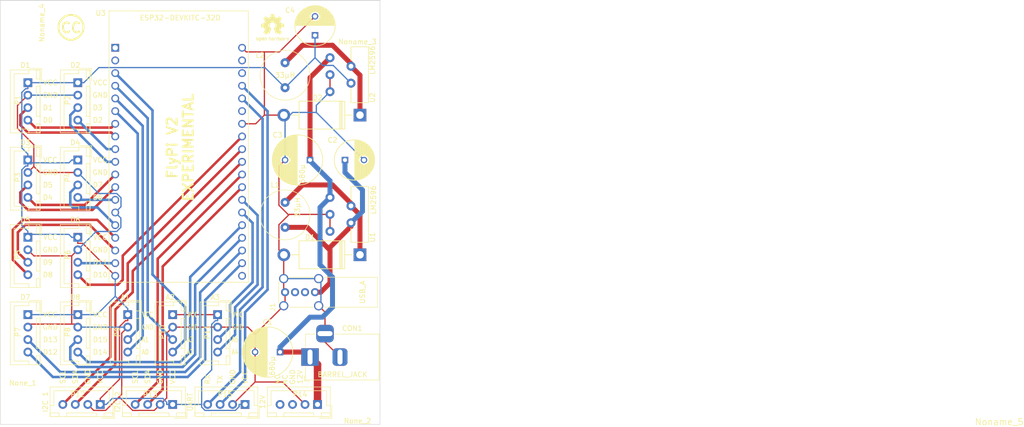
<source format=kicad_pcb>
(kicad_pcb (version 20171130) (host pcbnew "(5.1.12)-1")

  (general
    (thickness 1.6)
    (drawings 76)
    (tracks 320)
    (zones 0)
    (modules 35)
    (nets 45)
  )

  (page A4)
  (layers
    (0 F.Cu signal)
    (31 B.Cu signal)
    (32 B.Adhes user hide)
    (33 F.Adhes user hide)
    (34 B.Paste user hide)
    (35 F.Paste user hide)
    (36 B.SilkS user hide)
    (37 F.SilkS user hide)
    (38 B.Mask user hide)
    (39 F.Mask user hide)
    (40 Dwgs.User user hide)
    (41 Cmts.User user hide)
    (42 Eco1.User user hide)
    (43 Eco2.User user hide)
    (44 Edge.Cuts user)
    (45 Margin user hide)
    (46 B.CrtYd user hide)
    (47 F.CrtYd user hide)
    (48 B.Fab user hide)
    (49 F.Fab user hide)
  )

  (setup
    (last_trace_width 0.25)
    (trace_clearance 0.2)
    (zone_clearance 0.5)
    (zone_45_only no)
    (trace_min 0.2)
    (via_size 0.8)
    (via_drill 0.4)
    (via_min_size 0.4)
    (via_min_drill 0.3)
    (uvia_size 0.3)
    (uvia_drill 0.1)
    (uvias_allowed no)
    (uvia_min_size 0.2)
    (uvia_min_drill 0.1)
    (edge_width 0.1)
    (segment_width 0.2)
    (pcb_text_width 0.3)
    (pcb_text_size 1.5 1.5)
    (mod_edge_width 0.15)
    (mod_text_size 1 1)
    (mod_text_width 0.15)
    (pad_size 1.3 1.3)
    (pad_drill 0.8)
    (pad_to_mask_clearance 0)
    (aux_axis_origin 0 0)
    (visible_elements 7FFFFFFF)
    (pcbplotparams
      (layerselection 0x3ffff_ffffffff)
      (usegerberextensions false)
      (usegerberattributes false)
      (usegerberadvancedattributes false)
      (creategerberjobfile false)
      (excludeedgelayer true)
      (linewidth 0.100000)
      (plotframeref false)
      (viasonmask false)
      (mode 1)
      (useauxorigin false)
      (hpglpennumber 1)
      (hpglpenspeed 20)
      (hpglpendiameter 15.000000)
      (psnegative false)
      (psa4output false)
      (plotreference true)
      (plotvalue true)
      (plotinvisibletext false)
      (padsonsilk false)
      (subtractmaskfromsilk false)
      (outputformat 1)
      (mirror false)
      (drillshape 0)
      (scaleselection 1)
      (outputdirectory "gerber/"))
  )

  (net 0 "")
  (net 1 GND)
  (net 2 "Net-(C1-Pad1)")
  (net 3 "Net-(C2-Pad1)")
  (net 4 "Net-(D1-Pad1)")
  (net 5 "Net-(D2-Pad1)")
  (net 6 "Net-(P14-Pad4)")
  (net 7 "Net-(P14-Pad3)")
  (net 8 "Net-(U3-Pad25)")
  (net 9 "Net-(U3-Pad22)")
  (net 10 "Net-(U3-Pad21)")
  (net 11 "Net-(U3-Pad2)")
  (net 12 "Net-(U3-Pad1)")
  (net 13 D1-4)
  (net 14 D1-3)
  (net 15 +5V)
  (net 16 D2-4)
  (net 17 D2-3)
  (net 18 D3-4)
  (net 19 D3-3)
  (net 20 D4-4)
  (net 21 D4-3)
  (net 22 D5-4)
  (net 23 D5-3)
  (net 24 D6-4)
  (net 25 D6-3)
  (net 26 D7-4)
  (net 27 D7-3)
  (net 28 D8-4)
  (net 29 D8-3)
  (net 30 A1-4)
  (net 31 A1-3)
  (net 32 A2-4)
  (net 33 A2-3)
  (net 34 A3-4)
  (net 35 A3-3)
  (net 36 I2C_1-4)
  (net 37 I2C_1-3)
  (net 38 I2C_2-4)
  (net 39 I2C_2-3)
  (net 40 RX)
  (net 41 TX)
  (net 42 "Net-(U3-Pad38)")
  (net 43 "Net-(J1-Pad2)")
  (net 44 "Net-(J1-Pad3)")

  (net_class Default "Это класс цепей по умолчанию."
    (clearance 0.2)
    (trace_width 0.25)
    (via_dia 0.8)
    (via_drill 0.4)
    (uvia_dia 0.3)
    (uvia_drill 0.1)
    (add_net +5V)
    (add_net A1-3)
    (add_net A1-4)
    (add_net A2-3)
    (add_net A2-4)
    (add_net A3-3)
    (add_net A3-4)
    (add_net D1-3)
    (add_net D1-4)
    (add_net D2-3)
    (add_net D2-4)
    (add_net D3-3)
    (add_net D3-4)
    (add_net D4-3)
    (add_net D4-4)
    (add_net D5-3)
    (add_net D5-4)
    (add_net D6-3)
    (add_net D6-4)
    (add_net D7-3)
    (add_net D7-4)
    (add_net D8-3)
    (add_net D8-4)
    (add_net GND)
    (add_net I2C_1-3)
    (add_net I2C_1-4)
    (add_net I2C_2-3)
    (add_net I2C_2-4)
    (add_net "Net-(C2-Pad1)")
    (add_net "Net-(D1-Pad1)")
    (add_net "Net-(D2-Pad1)")
    (add_net "Net-(J1-Pad2)")
    (add_net "Net-(J1-Pad3)")
    (add_net "Net-(P14-Pad3)")
    (add_net "Net-(P14-Pad4)")
    (add_net "Net-(U3-Pad1)")
    (add_net "Net-(U3-Pad2)")
    (add_net "Net-(U3-Pad21)")
    (add_net "Net-(U3-Pad22)")
    (add_net "Net-(U3-Pad25)")
    (add_net "Net-(U3-Pad38)")
    (add_net RX)
    (add_net TX)
  )

  (net_class "Power 12V" ""
    (clearance 0.2)
    (trace_width 1.5)
    (via_dia 2)
    (via_drill 0.4)
    (uvia_dia 0.3)
    (uvia_drill 0.1)
  )

  (net_class "Power 5V" ""
    (clearance 0.2)
    (trace_width 1)
    (via_dia 1.4)
    (via_drill 0.4)
    (uvia_dia 0.3)
    (uvia_drill 0.1)
    (add_net "Net-(C1-Pad1)")
  )

  (module Connector_JST:JST_XH_B04B-XH-A_04x2.50mm_Straight (layer F.Cu) (tedit 5E2084C0) (tstamp 5E1E3C53)
    (at 140.5 92 270)
    (descr "JST XH series connector, B04B-XH-A, top entry type, through hole")
    (tags "connector jst xh tht top vertical 2.50mm")
    (path /5E1F3D3A)
    (fp_text reference P3 (at 3.5 2 90) (layer F.SilkS)
      (effects (font (size 1 1) (thickness 0.15)))
    )
    (fp_text value D3 (at -3.5 0.5 180) (layer F.SilkS)
      (effects (font (size 1 1) (thickness 0.15)))
    )
    (fp_line (start -2.85 -2.75) (end -2.85 -0.25) (layer F.Fab) (width 0.1))
    (fp_line (start -0.35 -2.75) (end -2.85 -2.75) (layer F.Fab) (width 0.1))
    (fp_line (start -2.85 -2.75) (end -2.85 -0.25) (layer F.SilkS) (width 0.12))
    (fp_line (start -0.35 -2.75) (end -2.85 -2.75) (layer F.SilkS) (width 0.12))
    (fp_line (start 9.3 2.75) (end 3.75 2.75) (layer F.SilkS) (width 0.12))
    (fp_line (start 9.3 -0.2) (end 9.3 2.75) (layer F.SilkS) (width 0.12))
    (fp_line (start 10.05 -0.2) (end 9.3 -0.2) (layer F.SilkS) (width 0.12))
    (fp_line (start -1.8 2.75) (end 3.75 2.75) (layer F.SilkS) (width 0.12))
    (fp_line (start -1.8 -0.2) (end -1.8 2.75) (layer F.SilkS) (width 0.12))
    (fp_line (start -2.55 -0.2) (end -1.8 -0.2) (layer F.SilkS) (width 0.12))
    (fp_line (start 10.05 -2.45) (end 8.25 -2.45) (layer F.SilkS) (width 0.12))
    (fp_line (start 10.05 -1.7) (end 10.05 -2.45) (layer F.SilkS) (width 0.12))
    (fp_line (start 8.25 -1.7) (end 10.05 -1.7) (layer F.SilkS) (width 0.12))
    (fp_line (start 8.25 -2.45) (end 8.25 -1.7) (layer F.SilkS) (width 0.12))
    (fp_line (start -0.75 -2.45) (end -2.55 -2.45) (layer F.SilkS) (width 0.12))
    (fp_line (start -0.75 -1.7) (end -0.75 -2.45) (layer F.SilkS) (width 0.12))
    (fp_line (start -2.55 -1.7) (end -0.75 -1.7) (layer F.SilkS) (width 0.12))
    (fp_line (start -2.55 -2.45) (end -2.55 -1.7) (layer F.SilkS) (width 0.12))
    (fp_line (start 6.75 -2.45) (end 0.75 -2.45) (layer F.SilkS) (width 0.12))
    (fp_line (start 6.75 -1.7) (end 6.75 -2.45) (layer F.SilkS) (width 0.12))
    (fp_line (start 0.75 -1.7) (end 6.75 -1.7) (layer F.SilkS) (width 0.12))
    (fp_line (start 0.75 -2.45) (end 0.75 -1.7) (layer F.SilkS) (width 0.12))
    (fp_line (start 10.05 -2.45) (end -2.55 -2.45) (layer F.SilkS) (width 0.12))
    (fp_line (start 10.05 3.5) (end 10.05 -2.45) (layer F.SilkS) (width 0.12))
    (fp_line (start -2.55 3.5) (end 10.05 3.5) (layer F.SilkS) (width 0.12))
    (fp_line (start -2.55 -2.45) (end -2.55 3.5) (layer F.SilkS) (width 0.12))
    (fp_line (start 10.45 -2.85) (end -2.95 -2.85) (layer F.CrtYd) (width 0.05))
    (fp_line (start 10.45 3.9) (end 10.45 -2.85) (layer F.CrtYd) (width 0.05))
    (fp_line (start -2.95 3.9) (end 10.45 3.9) (layer F.CrtYd) (width 0.05))
    (fp_line (start -2.95 -2.85) (end -2.95 3.9) (layer F.CrtYd) (width 0.05))
    (fp_line (start 9.95 -2.35) (end -2.45 -2.35) (layer F.Fab) (width 0.1))
    (fp_line (start 9.95 3.4) (end 9.95 -2.35) (layer F.Fab) (width 0.1))
    (fp_line (start -2.45 3.4) (end 9.95 3.4) (layer F.Fab) (width 0.1))
    (fp_line (start -2.45 -2.35) (end -2.45 3.4) (layer F.Fab) (width 0.1))
    (pad 4 thru_hole circle (at 7.5 0 270) (size 1.75 1.75) (drill 1) (layers *.Cu *.Mask)
      (net 18 D3-4))
    (pad 3 thru_hole circle (at 5 0 270) (size 1.75 1.75) (drill 1) (layers *.Cu *.Mask)
      (net 19 D3-3))
    (pad 2 thru_hole circle (at 2.5 0 270) (size 1.75 1.75) (drill 1) (layers *.Cu *.Mask)
      (net 1 GND))
    (pad 1 thru_hole rect (at 0 0 270) (size 1.75 1.75) (drill 1) (layers *.Cu *.Mask)
      (net 15 +5V))
    (model Connectors_JST.3dshapes/JST_XH_B04B-XH-A_04x2.50mm_Straight.wrl
      (at (xyz 0 0 0))
      (scale (xyz 1 1 1))
      (rotate (xyz 0 0 0))
    )
  )

  (module Connector_JST:JST_XH_B04B-XH-A_04x2.50mm_Straight (layer F.Cu) (tedit 5E2084C0) (tstamp 5E1E3C28)
    (at 150.5 76.5 270)
    (descr "JST XH series connector, B04B-XH-A, top entry type, through hole")
    (tags "connector jst xh tht top vertical 2.50mm")
    (path /5E387FEA)
    (fp_text reference P2 (at 3.5 2 90) (layer F.SilkS)
      (effects (font (size 1 1) (thickness 0.15)))
    )
    (fp_text value D2 (at -3.5 0.5 180) (layer F.SilkS)
      (effects (font (size 1 1) (thickness 0.15)))
    )
    (fp_line (start -2.85 -2.75) (end -2.85 -0.25) (layer F.Fab) (width 0.1))
    (fp_line (start -0.35 -2.75) (end -2.85 -2.75) (layer F.Fab) (width 0.1))
    (fp_line (start -2.85 -2.75) (end -2.85 -0.25) (layer F.SilkS) (width 0.12))
    (fp_line (start -0.35 -2.75) (end -2.85 -2.75) (layer F.SilkS) (width 0.12))
    (fp_line (start 9.3 2.75) (end 3.75 2.75) (layer F.SilkS) (width 0.12))
    (fp_line (start 9.3 -0.2) (end 9.3 2.75) (layer F.SilkS) (width 0.12))
    (fp_line (start 10.05 -0.2) (end 9.3 -0.2) (layer F.SilkS) (width 0.12))
    (fp_line (start -1.8 2.75) (end 3.75 2.75) (layer F.SilkS) (width 0.12))
    (fp_line (start -1.8 -0.2) (end -1.8 2.75) (layer F.SilkS) (width 0.12))
    (fp_line (start -2.55 -0.2) (end -1.8 -0.2) (layer F.SilkS) (width 0.12))
    (fp_line (start 10.05 -2.45) (end 8.25 -2.45) (layer F.SilkS) (width 0.12))
    (fp_line (start 10.05 -1.7) (end 10.05 -2.45) (layer F.SilkS) (width 0.12))
    (fp_line (start 8.25 -1.7) (end 10.05 -1.7) (layer F.SilkS) (width 0.12))
    (fp_line (start 8.25 -2.45) (end 8.25 -1.7) (layer F.SilkS) (width 0.12))
    (fp_line (start -0.75 -2.45) (end -2.55 -2.45) (layer F.SilkS) (width 0.12))
    (fp_line (start -0.75 -1.7) (end -0.75 -2.45) (layer F.SilkS) (width 0.12))
    (fp_line (start -2.55 -1.7) (end -0.75 -1.7) (layer F.SilkS) (width 0.12))
    (fp_line (start -2.55 -2.45) (end -2.55 -1.7) (layer F.SilkS) (width 0.12))
    (fp_line (start 6.75 -2.45) (end 0.75 -2.45) (layer F.SilkS) (width 0.12))
    (fp_line (start 6.75 -1.7) (end 6.75 -2.45) (layer F.SilkS) (width 0.12))
    (fp_line (start 0.75 -1.7) (end 6.75 -1.7) (layer F.SilkS) (width 0.12))
    (fp_line (start 0.75 -2.45) (end 0.75 -1.7) (layer F.SilkS) (width 0.12))
    (fp_line (start 10.05 -2.45) (end -2.55 -2.45) (layer F.SilkS) (width 0.12))
    (fp_line (start 10.05 3.5) (end 10.05 -2.45) (layer F.SilkS) (width 0.12))
    (fp_line (start -2.55 3.5) (end 10.05 3.5) (layer F.SilkS) (width 0.12))
    (fp_line (start -2.55 -2.45) (end -2.55 3.5) (layer F.SilkS) (width 0.12))
    (fp_line (start 10.45 -2.85) (end -2.95 -2.85) (layer F.CrtYd) (width 0.05))
    (fp_line (start 10.45 3.9) (end 10.45 -2.85) (layer F.CrtYd) (width 0.05))
    (fp_line (start -2.95 3.9) (end 10.45 3.9) (layer F.CrtYd) (width 0.05))
    (fp_line (start -2.95 -2.85) (end -2.95 3.9) (layer F.CrtYd) (width 0.05))
    (fp_line (start 9.95 -2.35) (end -2.45 -2.35) (layer F.Fab) (width 0.1))
    (fp_line (start 9.95 3.4) (end 9.95 -2.35) (layer F.Fab) (width 0.1))
    (fp_line (start -2.45 3.4) (end 9.95 3.4) (layer F.Fab) (width 0.1))
    (fp_line (start -2.45 -2.35) (end -2.45 3.4) (layer F.Fab) (width 0.1))
    (pad 4 thru_hole circle (at 7.5 0 270) (size 1.75 1.75) (drill 1) (layers *.Cu *.Mask)
      (net 16 D2-4))
    (pad 3 thru_hole circle (at 5 0 270) (size 1.75 1.75) (drill 1) (layers *.Cu *.Mask)
      (net 17 D2-3))
    (pad 2 thru_hole circle (at 2.5 0 270) (size 1.75 1.75) (drill 1) (layers *.Cu *.Mask)
      (net 1 GND))
    (pad 1 thru_hole rect (at 0 0 270) (size 1.75 1.75) (drill 1) (layers *.Cu *.Mask)
      (net 15 +5V))
    (model Connectors_JST.3dshapes/JST_XH_B04B-XH-A_04x2.50mm_Straight.wrl
      (at (xyz 0 0 0))
      (scale (xyz 1 1 1))
      (rotate (xyz 0 0 0))
    )
  )

  (module Connector_JST:JST_XH_B04B-XH-A_04x2.50mm_Straight (layer F.Cu) (tedit 5E2084C0) (tstamp 5E1E3BFD)
    (at 140.5 76.5 270)
    (descr "JST XH series connector, B04B-XH-A, top entry type, through hole")
    (tags "connector jst xh tht top vertical 2.50mm")
    (path /577F3156)
    (fp_text reference P1 (at 3.5 2 90) (layer F.SilkS)
      (effects (font (size 1 1) (thickness 0.15)))
    )
    (fp_text value D1 (at -3.5 0.5 180) (layer F.SilkS)
      (effects (font (size 1 1) (thickness 0.15)))
    )
    (fp_line (start -2.85 -2.75) (end -2.85 -0.25) (layer F.Fab) (width 0.1))
    (fp_line (start -0.35 -2.75) (end -2.85 -2.75) (layer F.Fab) (width 0.1))
    (fp_line (start -2.85 -2.75) (end -2.85 -0.25) (layer F.SilkS) (width 0.12))
    (fp_line (start -0.35 -2.75) (end -2.85 -2.75) (layer F.SilkS) (width 0.12))
    (fp_line (start 9.3 2.75) (end 3.75 2.75) (layer F.SilkS) (width 0.12))
    (fp_line (start 9.3 -0.2) (end 9.3 2.75) (layer F.SilkS) (width 0.12))
    (fp_line (start 10.05 -0.2) (end 9.3 -0.2) (layer F.SilkS) (width 0.12))
    (fp_line (start -1.8 2.75) (end 3.75 2.75) (layer F.SilkS) (width 0.12))
    (fp_line (start -1.8 -0.2) (end -1.8 2.75) (layer F.SilkS) (width 0.12))
    (fp_line (start -2.55 -0.2) (end -1.8 -0.2) (layer F.SilkS) (width 0.12))
    (fp_line (start 10.05 -2.45) (end 8.25 -2.45) (layer F.SilkS) (width 0.12))
    (fp_line (start 10.05 -1.7) (end 10.05 -2.45) (layer F.SilkS) (width 0.12))
    (fp_line (start 8.25 -1.7) (end 10.05 -1.7) (layer F.SilkS) (width 0.12))
    (fp_line (start 8.25 -2.45) (end 8.25 -1.7) (layer F.SilkS) (width 0.12))
    (fp_line (start -0.75 -2.45) (end -2.55 -2.45) (layer F.SilkS) (width 0.12))
    (fp_line (start -0.75 -1.7) (end -0.75 -2.45) (layer F.SilkS) (width 0.12))
    (fp_line (start -2.55 -1.7) (end -0.75 -1.7) (layer F.SilkS) (width 0.12))
    (fp_line (start -2.55 -2.45) (end -2.55 -1.7) (layer F.SilkS) (width 0.12))
    (fp_line (start 6.75 -2.45) (end 0.75 -2.45) (layer F.SilkS) (width 0.12))
    (fp_line (start 6.75 -1.7) (end 6.75 -2.45) (layer F.SilkS) (width 0.12))
    (fp_line (start 0.75 -1.7) (end 6.75 -1.7) (layer F.SilkS) (width 0.12))
    (fp_line (start 0.75 -2.45) (end 0.75 -1.7) (layer F.SilkS) (width 0.12))
    (fp_line (start 10.05 -2.45) (end -2.55 -2.45) (layer F.SilkS) (width 0.12))
    (fp_line (start 10.05 3.5) (end 10.05 -2.45) (layer F.SilkS) (width 0.12))
    (fp_line (start -2.55 3.5) (end 10.05 3.5) (layer F.SilkS) (width 0.12))
    (fp_line (start -2.55 -2.45) (end -2.55 3.5) (layer F.SilkS) (width 0.12))
    (fp_line (start 10.45 -2.85) (end -2.95 -2.85) (layer F.CrtYd) (width 0.05))
    (fp_line (start 10.45 3.9) (end 10.45 -2.85) (layer F.CrtYd) (width 0.05))
    (fp_line (start -2.95 3.9) (end 10.45 3.9) (layer F.CrtYd) (width 0.05))
    (fp_line (start -2.95 -2.85) (end -2.95 3.9) (layer F.CrtYd) (width 0.05))
    (fp_line (start 9.95 -2.35) (end -2.45 -2.35) (layer F.Fab) (width 0.1))
    (fp_line (start 9.95 3.4) (end 9.95 -2.35) (layer F.Fab) (width 0.1))
    (fp_line (start -2.45 3.4) (end 9.95 3.4) (layer F.Fab) (width 0.1))
    (fp_line (start -2.45 -2.35) (end -2.45 3.4) (layer F.Fab) (width 0.1))
    (pad 4 thru_hole circle (at 7.5 0 270) (size 1.75 1.75) (drill 1) (layers *.Cu *.Mask)
      (net 13 D1-4))
    (pad 3 thru_hole circle (at 5 0 270) (size 1.75 1.75) (drill 1) (layers *.Cu *.Mask)
      (net 14 D1-3))
    (pad 2 thru_hole circle (at 2.5 0 270) (size 1.75 1.75) (drill 1) (layers *.Cu *.Mask)
      (net 1 GND))
    (pad 1 thru_hole rect (at 0 0 270) (size 1.75 1.75) (drill 1) (layers *.Cu *.Mask)
      (net 15 +5V))
    (model Connectors_JST.3dshapes/JST_XH_B04B-XH-A_04x2.50mm_Straight.wrl
      (at (xyz 0 0 0))
      (scale (xyz 1 1 1))
      (rotate (xyz 0 0 0))
    )
  )

  (module Connector_JST:JST_XH_B04B-XH-A_04x2.50mm_Straight (layer F.Cu) (tedit 5E1DCA13) (tstamp 5E1E3CA9)
    (at 140.5 107.5 270)
    (descr "JST XH series connector, B04B-XH-A, top entry type, through hole")
    (tags "connector jst xh tht top vertical 2.50mm")
    (path /5E1F6343)
    (fp_text reference P5 (at 3.5 2 90) (layer F.SilkS)
      (effects (font (size 1 1) (thickness 0.15)))
    )
    (fp_text value D5 (at -3.5 0.5) (layer F.SilkS)
      (effects (font (size 1 1) (thickness 0.15)))
    )
    (fp_line (start -2.85 -2.75) (end -2.85 -0.25) (layer F.Fab) (width 0.1))
    (fp_line (start -0.35 -2.75) (end -2.85 -2.75) (layer F.Fab) (width 0.1))
    (fp_line (start -2.85 -2.75) (end -2.85 -0.25) (layer F.SilkS) (width 0.12))
    (fp_line (start -0.35 -2.75) (end -2.85 -2.75) (layer F.SilkS) (width 0.12))
    (fp_line (start 9.3 2.75) (end 3.75 2.75) (layer F.SilkS) (width 0.12))
    (fp_line (start 9.3 -0.2) (end 9.3 2.75) (layer F.SilkS) (width 0.12))
    (fp_line (start 10.05 -0.2) (end 9.3 -0.2) (layer F.SilkS) (width 0.12))
    (fp_line (start -1.8 2.75) (end 3.75 2.75) (layer F.SilkS) (width 0.12))
    (fp_line (start -1.8 -0.2) (end -1.8 2.75) (layer F.SilkS) (width 0.12))
    (fp_line (start -2.55 -0.2) (end -1.8 -0.2) (layer F.SilkS) (width 0.12))
    (fp_line (start 10.05 -2.45) (end 8.25 -2.45) (layer F.SilkS) (width 0.12))
    (fp_line (start 10.05 -1.7) (end 10.05 -2.45) (layer F.SilkS) (width 0.12))
    (fp_line (start 8.25 -1.7) (end 10.05 -1.7) (layer F.SilkS) (width 0.12))
    (fp_line (start 8.25 -2.45) (end 8.25 -1.7) (layer F.SilkS) (width 0.12))
    (fp_line (start -0.75 -2.45) (end -2.55 -2.45) (layer F.SilkS) (width 0.12))
    (fp_line (start -0.75 -1.7) (end -0.75 -2.45) (layer F.SilkS) (width 0.12))
    (fp_line (start -2.55 -1.7) (end -0.75 -1.7) (layer F.SilkS) (width 0.12))
    (fp_line (start -2.55 -2.45) (end -2.55 -1.7) (layer F.SilkS) (width 0.12))
    (fp_line (start 6.75 -2.45) (end 0.75 -2.45) (layer F.SilkS) (width 0.12))
    (fp_line (start 6.75 -1.7) (end 6.75 -2.45) (layer F.SilkS) (width 0.12))
    (fp_line (start 0.75 -1.7) (end 6.75 -1.7) (layer F.SilkS) (width 0.12))
    (fp_line (start 0.75 -2.45) (end 0.75 -1.7) (layer F.SilkS) (width 0.12))
    (fp_line (start 10.05 -2.45) (end -2.55 -2.45) (layer F.SilkS) (width 0.12))
    (fp_line (start 10.05 3.5) (end 10.05 -2.45) (layer F.SilkS) (width 0.12))
    (fp_line (start -2.55 3.5) (end 10.05 3.5) (layer F.SilkS) (width 0.12))
    (fp_line (start -2.55 -2.45) (end -2.55 3.5) (layer F.SilkS) (width 0.12))
    (fp_line (start 10.45 -2.85) (end -2.95 -2.85) (layer F.CrtYd) (width 0.05))
    (fp_line (start 10.45 3.9) (end 10.45 -2.85) (layer F.CrtYd) (width 0.05))
    (fp_line (start -2.95 3.9) (end 10.45 3.9) (layer F.CrtYd) (width 0.05))
    (fp_line (start -2.95 -2.85) (end -2.95 3.9) (layer F.CrtYd) (width 0.05))
    (fp_line (start 9.95 -2.35) (end -2.45 -2.35) (layer F.Fab) (width 0.1))
    (fp_line (start 9.95 3.4) (end 9.95 -2.35) (layer F.Fab) (width 0.1))
    (fp_line (start -2.45 3.4) (end 9.95 3.4) (layer F.Fab) (width 0.1))
    (fp_line (start -2.45 -2.35) (end -2.45 3.4) (layer F.Fab) (width 0.1))
    (pad 4 thru_hole circle (at 7.5 0 270) (size 1.75 1.75) (drill 1) (layers *.Cu *.Mask)
      (net 22 D5-4))
    (pad 3 thru_hole circle (at 5 0 270) (size 1.75 1.75) (drill 1) (layers *.Cu *.Mask)
      (net 23 D5-3))
    (pad 2 thru_hole circle (at 2.5 0 270) (size 1.75 1.75) (drill 1) (layers *.Cu *.Mask)
      (net 1 GND))
    (pad 1 thru_hole rect (at 0 0 270) (size 1.75 1.75) (drill 1) (layers *.Cu *.Mask)
      (net 15 +5V))
    (model Connectors_JST.3dshapes/JST_XH_B04B-XH-A_04x2.50mm_Straight.wrl
      (at (xyz 0 0 0))
      (scale (xyz 1 1 1))
      (rotate (xyz 0 0 0))
    )
  )

  (module "" (layer F.Cu) (tedit 0) (tstamp 0)
    (at 145.5 79)
    (fp_text reference Noname_5 (at 189.5 65.5) (layer F.SilkS)
      (effects (font (size 1.27 1.27) (thickness 0.15)))
    )
    (fp_text value "" (at 189.5 65.5) (layer F.SilkS)
      (effects (font (size 1.27 1.27) (thickness 0.15)))
    )
  )

  (module Symbol:OSHW-Logo2_7.3x6mm_SilkScreen (layer F.Cu) (tedit 0) (tstamp 5E20C80B)
    (at 189.5 65.5)
    (descr "Open Source Hardware Symbol")
    (tags "Logo Symbol OSHW")
    (attr virtual)
    (fp_text reference Noname_2 (at 0 0) (layer F.SilkS) hide
      (effects (font (size 1 1) (thickness 0.15)))
    )
    (fp_text value " " (at 2 -0.5) (layer F.Fab) hide
      (effects (font (size 1 1) (thickness 0.15)))
    )
    (fp_poly (pts (xy 0.10391 -2.757652) (xy 0.182454 -2.757222) (xy 0.239298 -2.756058) (xy 0.278105 -2.753793)
      (xy 0.302538 -2.75006) (xy 0.316262 -2.744494) (xy 0.32294 -2.736727) (xy 0.326236 -2.726395)
      (xy 0.326556 -2.725057) (xy 0.331562 -2.700921) (xy 0.340829 -2.653299) (xy 0.353392 -2.587259)
      (xy 0.368287 -2.507872) (xy 0.384551 -2.420204) (xy 0.385119 -2.417125) (xy 0.40141 -2.331211)
      (xy 0.416652 -2.255304) (xy 0.429861 -2.193955) (xy 0.440054 -2.151718) (xy 0.446248 -2.133145)
      (xy 0.446543 -2.132816) (xy 0.464788 -2.123747) (xy 0.502405 -2.108633) (xy 0.551271 -2.090738)
      (xy 0.551543 -2.090642) (xy 0.613093 -2.067507) (xy 0.685657 -2.038035) (xy 0.754057 -2.008403)
      (xy 0.757294 -2.006938) (xy 0.868702 -1.956374) (xy 1.115399 -2.12484) (xy 1.191077 -2.176197)
      (xy 1.259631 -2.222111) (xy 1.317088 -2.25997) (xy 1.359476 -2.287163) (xy 1.382825 -2.301079)
      (xy 1.385042 -2.302111) (xy 1.40201 -2.297516) (xy 1.433701 -2.275345) (xy 1.481352 -2.234553)
      (xy 1.546198 -2.174095) (xy 1.612397 -2.109773) (xy 1.676214 -2.046388) (xy 1.733329 -1.988549)
      (xy 1.780305 -1.939825) (xy 1.813703 -1.90379) (xy 1.830085 -1.884016) (xy 1.830694 -1.882998)
      (xy 1.832505 -1.869428) (xy 1.825683 -1.847267) (xy 1.80854 -1.813522) (xy 1.779393 -1.7652)
      (xy 1.736555 -1.699308) (xy 1.679448 -1.614483) (xy 1.628766 -1.539823) (xy 1.583461 -1.47286)
      (xy 1.54615 -1.417484) (xy 1.519452 -1.37758) (xy 1.505985 -1.357038) (xy 1.505137 -1.355644)
      (xy 1.506781 -1.335962) (xy 1.519245 -1.297707) (xy 1.540048 -1.248111) (xy 1.547462 -1.232272)
      (xy 1.579814 -1.16171) (xy 1.614328 -1.081647) (xy 1.642365 -1.012371) (xy 1.662568 -0.960955)
      (xy 1.678615 -0.921881) (xy 1.687888 -0.901459) (xy 1.689041 -0.899886) (xy 1.706096 -0.897279)
      (xy 1.746298 -0.890137) (xy 1.804302 -0.879477) (xy 1.874763 -0.866315) (xy 1.952335 -0.851667)
      (xy 2.031672 -0.836551) (xy 2.107431 -0.821982) (xy 2.174264 -0.808978) (xy 2.226828 -0.798555)
      (xy 2.259776 -0.79173) (xy 2.267857 -0.789801) (xy 2.276205 -0.785038) (xy 2.282506 -0.774282)
      (xy 2.287045 -0.753902) (xy 2.290104 -0.720266) (xy 2.291967 -0.669745) (xy 2.292918 -0.598708)
      (xy 2.29324 -0.503524) (xy 2.293257 -0.464508) (xy 2.293257 -0.147201) (xy 2.217057 -0.132161)
      (xy 2.174663 -0.124005) (xy 2.1114 -0.112101) (xy 2.034962 -0.097884) (xy 1.953043 -0.08279)
      (xy 1.9304 -0.078645) (xy 1.854806 -0.063947) (xy 1.788953 -0.049495) (xy 1.738366 -0.036625)
      (xy 1.708574 -0.026678) (xy 1.703612 -0.023713) (xy 1.691426 -0.002717) (xy 1.673953 0.037967)
      (xy 1.654577 0.090322) (xy 1.650734 0.1016) (xy 1.625339 0.171523) (xy 1.593817 0.250418)
      (xy 1.562969 0.321266) (xy 1.562817 0.321595) (xy 1.511447 0.432733) (xy 1.680399 0.681253)
      (xy 1.849352 0.929772) (xy 1.632429 1.147058) (xy 1.566819 1.211726) (xy 1.506979 1.268733)
      (xy 1.456267 1.315033) (xy 1.418046 1.347584) (xy 1.395675 1.363343) (xy 1.392466 1.364343)
      (xy 1.373626 1.356469) (xy 1.33518 1.334578) (xy 1.28133 1.301267) (xy 1.216276 1.259131)
      (xy 1.14594 1.211943) (xy 1.074555 1.16381) (xy 1.010908 1.121928) (xy 0.959041 1.088871)
      (xy 0.922995 1.067218) (xy 0.906867 1.059543) (xy 0.887189 1.066037) (xy 0.849875 1.08315)
      (xy 0.802621 1.107326) (xy 0.797612 1.110013) (xy 0.733977 1.141927) (xy 0.690341 1.157579)
      (xy 0.663202 1.157745) (xy 0.649057 1.143204) (xy 0.648975 1.143) (xy 0.641905 1.125779)
      (xy 0.625042 1.084899) (xy 0.599695 1.023525) (xy 0.567171 0.944819) (xy 0.528778 0.851947)
      (xy 0.485822 0.748072) (xy 0.444222 0.647502) (xy 0.398504 0.536516) (xy 0.356526 0.433703)
      (xy 0.319548 0.342215) (xy 0.288827 0.265201) (xy 0.265622 0.205815) (xy 0.25119 0.167209)
      (xy 0.246743 0.1528) (xy 0.257896 0.136272) (xy 0.287069 0.10993) (xy 0.325971 0.080887)
      (xy 0.436757 -0.010961) (xy 0.523351 -0.116241) (xy 0.584716 -0.232734) (xy 0.619815 -0.358224)
      (xy 0.627608 -0.490493) (xy 0.621943 -0.551543) (xy 0.591078 -0.678205) (xy 0.53792 -0.790059)
      (xy 0.465767 -0.885999) (xy 0.377917 -0.964924) (xy 0.277665 -1.02573) (xy 0.16831 -1.067313)
      (xy 0.053147 -1.088572) (xy -0.064525 -1.088401) (xy -0.18141 -1.065699) (xy -0.294211 -1.019362)
      (xy -0.399631 -0.948287) (xy -0.443632 -0.908089) (xy -0.528021 -0.804871) (xy -0.586778 -0.692075)
      (xy -0.620296 -0.57299) (xy -0.628965 -0.450905) (xy -0.613177 -0.329107) (xy -0.573322 -0.210884)
      (xy -0.509793 -0.099525) (xy -0.422979 0.001684) (xy -0.325971 0.080887) (xy -0.285563 0.111162)
      (xy -0.257018 0.137219) (xy -0.246743 0.152825) (xy -0.252123 0.169843) (xy -0.267425 0.2105)
      (xy -0.291388 0.271642) (xy -0.322756 0.350119) (xy -0.360268 0.44278) (xy -0.402667 0.546472)
      (xy -0.444337 0.647526) (xy -0.49031 0.758607) (xy -0.532893 0.861541) (xy -0.570779 0.953165)
      (xy -0.60266 1.030316) (xy -0.627229 1.089831) (xy -0.64318 1.128544) (xy -0.64909 1.143)
      (xy -0.663052 1.157685) (xy -0.69006 1.157642) (xy -0.733587 1.142099) (xy -0.79711 1.110284)
      (xy -0.797612 1.110013) (xy -0.84544 1.085323) (xy -0.884103 1.067338) (xy -0.905905 1.059614)
      (xy -0.906867 1.059543) (xy -0.923279 1.067378) (xy -0.959513 1.089165) (xy -1.011526 1.122328)
      (xy -1.075275 1.164291) (xy -1.14594 1.211943) (xy -1.217884 1.260191) (xy -1.282726 1.302151)
      (xy -1.336265 1.335227) (xy -1.374303 1.356821) (xy -1.392467 1.364343) (xy -1.409192 1.354457)
      (xy -1.44282 1.326826) (xy -1.48999 1.284495) (xy -1.547342 1.230505) (xy -1.611516 1.167899)
      (xy -1.632503 1.146983) (xy -1.849501 0.929623) (xy -1.684332 0.68722) (xy -1.634136 0.612781)
      (xy -1.590081 0.545972) (xy -1.554638 0.490665) (xy -1.530281 0.450729) (xy -1.519478 0.430036)
      (xy -1.519162 0.428563) (xy -1.524857 0.409058) (xy -1.540174 0.369822) (xy -1.562463 0.31743)
      (xy -1.578107 0.282355) (xy -1.607359 0.215201) (xy -1.634906 0.147358) (xy -1.656263 0.090034)
      (xy -1.662065 0.072572) (xy -1.678548 0.025938) (xy -1.69466 -0.010095) (xy -1.70351 -0.023713)
      (xy -1.72304 -0.032048) (xy -1.765666 -0.043863) (xy -1.825855 -0.057819) (xy -1.898078 -0.072578)
      (xy -1.9304 -0.078645) (xy -2.012478 -0.093727) (xy -2.091205 -0.108331) (xy -2.158891 -0.12102)
      (xy -2.20784 -0.130358) (xy -2.217057 -0.132161) (xy -2.293257 -0.147201) (xy -2.293257 -0.464508)
      (xy -2.293086 -0.568846) (xy -2.292384 -0.647787) (xy -2.290866 -0.704962) (xy -2.288251 -0.744001)
      (xy -2.284254 -0.768535) (xy -2.278591 -0.782195) (xy -2.27098 -0.788611) (xy -2.267857 -0.789801)
      (xy -2.249022 -0.79402) (xy -2.207412 -0.802438) (xy -2.14837 -0.814039) (xy -2.077243 -0.827805)
      (xy -1.999375 -0.84272) (xy -1.920113 -0.857768) (xy -1.844802 -0.871931) (xy -1.778787 -0.884194)
      (xy -1.727413 -0.893539) (xy -1.696025 -0.89895) (xy -1.689041 -0.899886) (xy -1.682715 -0.912404)
      (xy -1.66871 -0.945754) (xy -1.649645 -0.993623) (xy -1.642366 -1.012371) (xy -1.613004 -1.084805)
      (xy -1.578429 -1.16483) (xy -1.547463 -1.232272) (xy -1.524677 -1.283841) (xy -1.509518 -1.326215)
      (xy -1.504458 -1.352166) (xy -1.505264 -1.355644) (xy -1.515959 -1.372064) (xy -1.54038 -1.408583)
      (xy -1.575905 -1.461313) (xy -1.619913 -1.526365) (xy -1.669783 -1.599849) (xy -1.679644 -1.614355)
      (xy -1.737508 -1.700296) (xy -1.780044 -1.765739) (xy -1.808946 -1.813696) (xy -1.82591 -1.84718)
      (xy -1.832633 -1.869205) (xy -1.83081 -1.882783) (xy -1.830764 -1.882869) (xy -1.816414 -1.900703)
      (xy -1.784677 -1.935183) (xy -1.73899 -1.982732) (xy -1.682796 -2.039778) (xy -1.619532 -2.102745)
      (xy -1.612398 -2.109773) (xy -1.53267 -2.18698) (xy -1.471143 -2.24367) (xy -1.426579 -2.28089)
      (xy -1.397743 -2.299685) (xy -1.385042 -2.302111) (xy -1.366506 -2.291529) (xy -1.328039 -2.267084)
      (xy -1.273614 -2.231388) (xy -1.207202 -2.187053) (xy -1.132775 -2.136689) (xy -1.115399 -2.12484)
      (xy -0.868703 -1.956374) (xy -0.757294 -2.006938) (xy -0.689543 -2.036405) (xy -0.616817 -2.066041)
      (xy -0.554297 -2.08967) (xy -0.551543 -2.090642) (xy -0.50264 -2.108543) (xy -0.464943 -2.12368)
      (xy -0.446575 -2.13279) (xy -0.446544 -2.132816) (xy -0.440715 -2.149283) (xy -0.430808 -2.189781)
      (xy -0.417805 -2.249758) (xy -0.402691 -2.32466) (xy -0.386448 -2.409936) (xy -0.385119 -2.417125)
      (xy -0.368825 -2.504986) (xy -0.353867 -2.58474) (xy -0.341209 -2.651319) (xy -0.331814 -2.699653)
      (xy -0.326646 -2.724675) (xy -0.326556 -2.725057) (xy -0.323411 -2.735701) (xy -0.317296 -2.743738)
      (xy -0.304547 -2.749533) (xy -0.2815 -2.753453) (xy -0.244491 -2.755865) (xy -0.189856 -2.757135)
      (xy -0.113933 -2.757629) (xy -0.013056 -2.757714) (xy 0 -2.757714) (xy 0.10391 -2.757652)) (layer F.SilkS) (width 0.01))
    (fp_poly (pts (xy 3.153595 1.966966) (xy 3.211021 2.004497) (xy 3.238719 2.038096) (xy 3.260662 2.099064)
      (xy 3.262405 2.147308) (xy 3.258457 2.211816) (xy 3.109686 2.276934) (xy 3.037349 2.310202)
      (xy 2.990084 2.336964) (xy 2.965507 2.360144) (xy 2.961237 2.382667) (xy 2.974889 2.407455)
      (xy 2.989943 2.423886) (xy 3.033746 2.450235) (xy 3.081389 2.452081) (xy 3.125145 2.431546)
      (xy 3.157289 2.390752) (xy 3.163038 2.376347) (xy 3.190576 2.331356) (xy 3.222258 2.312182)
      (xy 3.265714 2.295779) (xy 3.265714 2.357966) (xy 3.261872 2.400283) (xy 3.246823 2.435969)
      (xy 3.21528 2.476943) (xy 3.210592 2.482267) (xy 3.175506 2.51872) (xy 3.145347 2.538283)
      (xy 3.107615 2.547283) (xy 3.076335 2.55023) (xy 3.020385 2.550965) (xy 2.980555 2.54166)
      (xy 2.955708 2.527846) (xy 2.916656 2.497467) (xy 2.889625 2.464613) (xy 2.872517 2.423294)
      (xy 2.863238 2.367521) (xy 2.859693 2.291305) (xy 2.85941 2.252622) (xy 2.860372 2.206247)
      (xy 2.948007 2.206247) (xy 2.949023 2.231126) (xy 2.951556 2.2352) (xy 2.968274 2.229665)
      (xy 3.004249 2.215017) (xy 3.052331 2.19419) (xy 3.062386 2.189714) (xy 3.123152 2.158814)
      (xy 3.156632 2.131657) (xy 3.16399 2.10622) (xy 3.146391 2.080481) (xy 3.131856 2.069109)
      (xy 3.07941 2.046364) (xy 3.030322 2.050122) (xy 2.989227 2.077884) (xy 2.960758 2.127152)
      (xy 2.951631 2.166257) (xy 2.948007 2.206247) (xy 2.860372 2.206247) (xy 2.861285 2.162249)
      (xy 2.868196 2.095384) (xy 2.881884 2.046695) (xy 2.904096 2.010849) (xy 2.936574 1.982513)
      (xy 2.950733 1.973355) (xy 3.015053 1.949507) (xy 3.085473 1.948006) (xy 3.153595 1.966966)) (layer F.SilkS) (width 0.01))
    (fp_poly (pts (xy 2.6526 1.958752) (xy 2.669948 1.966334) (xy 2.711356 1.999128) (xy 2.746765 2.046547)
      (xy 2.768664 2.097151) (xy 2.772229 2.122098) (xy 2.760279 2.156927) (xy 2.734067 2.175357)
      (xy 2.705964 2.186516) (xy 2.693095 2.188572) (xy 2.686829 2.173649) (xy 2.674456 2.141175)
      (xy 2.669028 2.126502) (xy 2.63859 2.075744) (xy 2.59452 2.050427) (xy 2.53801 2.051206)
      (xy 2.533825 2.052203) (xy 2.503655 2.066507) (xy 2.481476 2.094393) (xy 2.466327 2.139287)
      (xy 2.45725 2.204615) (xy 2.453286 2.293804) (xy 2.452914 2.341261) (xy 2.45273 2.416071)
      (xy 2.451522 2.467069) (xy 2.448309 2.499471) (xy 2.442109 2.518495) (xy 2.43194 2.529356)
      (xy 2.416819 2.537272) (xy 2.415946 2.53767) (xy 2.386828 2.549981) (xy 2.372403 2.554514)
      (xy 2.370186 2.540809) (xy 2.368289 2.502925) (xy 2.366847 2.445715) (xy 2.365998 2.374027)
      (xy 2.365829 2.321565) (xy 2.366692 2.220047) (xy 2.37007 2.143032) (xy 2.377142 2.086023)
      (xy 2.389088 2.044526) (xy 2.40709 2.014043) (xy 2.432327 1.99008) (xy 2.457247 1.973355)
      (xy 2.517171 1.951097) (xy 2.586911 1.946076) (xy 2.6526 1.958752)) (layer F.SilkS) (width 0.01))
    (fp_poly (pts (xy 2.144876 1.956335) (xy 2.186667 1.975344) (xy 2.219469 1.998378) (xy 2.243503 2.024133)
      (xy 2.260097 2.057358) (xy 2.270577 2.1028) (xy 2.276271 2.165207) (xy 2.278507 2.249327)
      (xy 2.278743 2.304721) (xy 2.278743 2.520826) (xy 2.241774 2.53767) (xy 2.212656 2.549981)
      (xy 2.198231 2.554514) (xy 2.195472 2.541025) (xy 2.193282 2.504653) (xy 2.191942 2.451542)
      (xy 2.191657 2.409372) (xy 2.190434 2.348447) (xy 2.187136 2.300115) (xy 2.182321 2.270518)
      (xy 2.178496 2.264229) (xy 2.152783 2.270652) (xy 2.112418 2.287125) (xy 2.065679 2.309458)
      (xy 2.020845 2.333457) (xy 1.986193 2.35493) (xy 1.970002 2.369685) (xy 1.969938 2.369845)
      (xy 1.97133 2.397152) (xy 1.983818 2.423219) (xy 2.005743 2.444392) (xy 2.037743 2.451474)
      (xy 2.065092 2.450649) (xy 2.103826 2.450042) (xy 2.124158 2.459116) (xy 2.136369 2.483092)
      (xy 2.137909 2.487613) (xy 2.143203 2.521806) (xy 2.129047 2.542568) (xy 2.092148 2.552462)
      (xy 2.052289 2.554292) (xy 1.980562 2.540727) (xy 1.943432 2.521355) (xy 1.897576 2.475845)
      (xy 1.873256 2.419983) (xy 1.871073 2.360957) (xy 1.891629 2.305953) (xy 1.922549 2.271486)
      (xy 1.95342 2.252189) (xy 2.001942 2.227759) (xy 2.058485 2.202985) (xy 2.06791 2.199199)
      (xy 2.130019 2.171791) (xy 2.165822 2.147634) (xy 2.177337 2.123619) (xy 2.16658 2.096635)
      (xy 2.148114 2.075543) (xy 2.104469 2.049572) (xy 2.056446 2.047624) (xy 2.012406 2.067637)
      (xy 1.980709 2.107551) (xy 1.976549 2.117848) (xy 1.952327 2.155724) (xy 1.916965 2.183842)
      (xy 1.872343 2.206917) (xy 1.872343 2.141485) (xy 1.874969 2.101506) (xy 1.88623 2.069997)
      (xy 1.911199 2.036378) (xy 1.935169 2.010484) (xy 1.972441 1.973817) (xy 2.001401 1.954121)
      (xy 2.032505 1.94622) (xy 2.067713 1.944914) (xy 2.144876 1.956335)) (layer F.SilkS) (width 0.01))
    (fp_poly (pts (xy 1.779833 1.958663) (xy 1.782048 1.99685) (xy 1.783784 2.054886) (xy 1.784899 2.12818)
      (xy 1.785257 2.205055) (xy 1.785257 2.465196) (xy 1.739326 2.511127) (xy 1.707675 2.539429)
      (xy 1.67989 2.550893) (xy 1.641915 2.550168) (xy 1.62684 2.548321) (xy 1.579726 2.542948)
      (xy 1.540756 2.539869) (xy 1.531257 2.539585) (xy 1.499233 2.541445) (xy 1.453432 2.546114)
      (xy 1.435674 2.548321) (xy 1.392057 2.551735) (xy 1.362745 2.54432) (xy 1.33368 2.521427)
      (xy 1.323188 2.511127) (xy 1.277257 2.465196) (xy 1.277257 1.978602) (xy 1.314226 1.961758)
      (xy 1.346059 1.949282) (xy 1.364683 1.944914) (xy 1.369458 1.958718) (xy 1.373921 1.997286)
      (xy 1.377775 2.056356) (xy 1.380722 2.131663) (xy 1.382143 2.195286) (xy 1.386114 2.445657)
      (xy 1.420759 2.450556) (xy 1.452268 2.447131) (xy 1.467708 2.436041) (xy 1.472023 2.415308)
      (xy 1.475708 2.371145) (xy 1.478469 2.309146) (xy 1.480012 2.234909) (xy 1.480235 2.196706)
      (xy 1.480457 1.976783) (xy 1.526166 1.960849) (xy 1.558518 1.950015) (xy 1.576115 1.944962)
      (xy 1.576623 1.944914) (xy 1.578388 1.958648) (xy 1.580329 1.99673) (xy 1.582282 2.054482)
      (xy 1.584084 2.127227) (xy 1.585343 2.195286) (xy 1.589314 2.445657) (xy 1.6764 2.445657)
      (xy 1.680396 2.21724) (xy 1.684392 1.988822) (xy 1.726847 1.966868) (xy 1.758192 1.951793)
      (xy 1.776744 1.944951) (xy 1.777279 1.944914) (xy 1.779833 1.958663)) (layer F.SilkS) (width 0.01))
    (fp_poly (pts (xy 1.190117 2.065358) (xy 1.189933 2.173837) (xy 1.189219 2.257287) (xy 1.187675 2.319704)
      (xy 1.185001 2.365085) (xy 1.180894 2.397429) (xy 1.175055 2.420733) (xy 1.167182 2.438995)
      (xy 1.161221 2.449418) (xy 1.111855 2.505945) (xy 1.049264 2.541377) (xy 0.980013 2.55409)
      (xy 0.910668 2.542463) (xy 0.869375 2.521568) (xy 0.826025 2.485422) (xy 0.796481 2.441276)
      (xy 0.778655 2.383462) (xy 0.770463 2.306313) (xy 0.769302 2.249714) (xy 0.769458 2.245647)
      (xy 0.870857 2.245647) (xy 0.871476 2.31055) (xy 0.874314 2.353514) (xy 0.88084 2.381622)
      (xy 0.892523 2.401953) (xy 0.906483 2.417288) (xy 0.953365 2.44689) (xy 1.003701 2.449419)
      (xy 1.051276 2.424705) (xy 1.054979 2.421356) (xy 1.070783 2.403935) (xy 1.080693 2.383209)
      (xy 1.086058 2.352362) (xy 1.088228 2.304577) (xy 1.088571 2.251748) (xy 1.087827 2.185381)
      (xy 1.084748 2.141106) (xy 1.078061 2.112009) (xy 1.066496 2.091173) (xy 1.057013 2.080107)
      (xy 1.01296 2.052198) (xy 0.962224 2.048843) (xy 0.913796 2.070159) (xy 0.90445 2.078073)
      (xy 0.88854 2.095647) (xy 0.87861 2.116587) (xy 0.873278 2.147782) (xy 0.871163 2.196122)
      (xy 0.870857 2.245647) (xy 0.769458 2.245647) (xy 0.77281 2.158568) (xy 0.784726 2.090086)
      (xy 0.807135 2.0386) (xy 0.842124 1.998443) (xy 0.869375 1.977861) (xy 0.918907 1.955625)
      (xy 0.976316 1.945304) (xy 1.029682 1.948067) (xy 1.059543 1.959212) (xy 1.071261 1.962383)
      (xy 1.079037 1.950557) (xy 1.084465 1.918866) (xy 1.088571 1.870593) (xy 1.093067 1.816829)
      (xy 1.099313 1.784482) (xy 1.110676 1.765985) (xy 1.130528 1.75377) (xy 1.143 1.748362)
      (xy 1.190171 1.728601) (xy 1.190117 2.065358)) (layer F.SilkS) (width 0.01))
    (fp_poly (pts (xy 0.529926 1.949755) (xy 0.595858 1.974084) (xy 0.649273 2.017117) (xy 0.670164 2.047409)
      (xy 0.692939 2.102994) (xy 0.692466 2.143186) (xy 0.668562 2.170217) (xy 0.659717 2.174813)
      (xy 0.62153 2.189144) (xy 0.602028 2.185472) (xy 0.595422 2.161407) (xy 0.595086 2.148114)
      (xy 0.582992 2.09921) (xy 0.551471 2.064999) (xy 0.507659 2.048476) (xy 0.458695 2.052634)
      (xy 0.418894 2.074227) (xy 0.40545 2.086544) (xy 0.395921 2.101487) (xy 0.389485 2.124075)
      (xy 0.385317 2.159328) (xy 0.382597 2.212266) (xy 0.380502 2.287907) (xy 0.37996 2.311857)
      (xy 0.377981 2.39379) (xy 0.375731 2.451455) (xy 0.372357 2.489608) (xy 0.367006 2.513004)
      (xy 0.358824 2.526398) (xy 0.346959 2.534545) (xy 0.339362 2.538144) (xy 0.307102 2.550452)
      (xy 0.288111 2.554514) (xy 0.281836 2.540948) (xy 0.278006 2.499934) (xy 0.2766 2.430999)
      (xy 0.277598 2.333669) (xy 0.277908 2.318657) (xy 0.280101 2.229859) (xy 0.282693 2.165019)
      (xy 0.286382 2.119067) (xy 0.291864 2.086935) (xy 0.299835 2.063553) (xy 0.310993 2.043852)
      (xy 0.31683 2.03541) (xy 0.350296 1.998057) (xy 0.387727 1.969003) (xy 0.392309 1.966467)
      (xy 0.459426 1.946443) (xy 0.529926 1.949755)) (layer F.SilkS) (width 0.01))
    (fp_poly (pts (xy 0.039744 1.950968) (xy 0.096616 1.972087) (xy 0.097267 1.972493) (xy 0.13244 1.99838)
      (xy 0.158407 2.028633) (xy 0.17667 2.068058) (xy 0.188732 2.121462) (xy 0.196096 2.193651)
      (xy 0.200264 2.289432) (xy 0.200629 2.303078) (xy 0.205876 2.508842) (xy 0.161716 2.531678)
      (xy 0.129763 2.54711) (xy 0.11047 2.554423) (xy 0.109578 2.554514) (xy 0.106239 2.541022)
      (xy 0.103587 2.504626) (xy 0.101956 2.451452) (xy 0.1016 2.408393) (xy 0.101592 2.338641)
      (xy 0.098403 2.294837) (xy 0.087288 2.273944) (xy 0.063501 2.272925) (xy 0.022296 2.288741)
      (xy -0.039914 2.317815) (xy -0.085659 2.341963) (xy -0.109187 2.362913) (xy -0.116104 2.385747)
      (xy -0.116114 2.386877) (xy -0.104701 2.426212) (xy -0.070908 2.447462) (xy -0.019191 2.450539)
      (xy 0.018061 2.450006) (xy 0.037703 2.460735) (xy 0.049952 2.486505) (xy 0.057002 2.519337)
      (xy 0.046842 2.537966) (xy 0.043017 2.540632) (xy 0.007001 2.55134) (xy -0.043434 2.552856)
      (xy -0.095374 2.545759) (xy -0.132178 2.532788) (xy -0.183062 2.489585) (xy -0.211986 2.429446)
      (xy -0.217714 2.382462) (xy -0.213343 2.340082) (xy -0.197525 2.305488) (xy -0.166203 2.274763)
      (xy -0.115322 2.24399) (xy -0.040824 2.209252) (xy -0.036286 2.207288) (xy 0.030821 2.176287)
      (xy 0.072232 2.150862) (xy 0.089981 2.128014) (xy 0.086107 2.104745) (xy 0.062643 2.078056)
      (xy 0.055627 2.071914) (xy 0.00863 2.0481) (xy -0.040067 2.049103) (xy -0.082478 2.072451)
      (xy -0.110616 2.115675) (xy -0.113231 2.12416) (xy -0.138692 2.165308) (xy -0.170999 2.185128)
      (xy -0.217714 2.20477) (xy -0.217714 2.15395) (xy -0.203504 2.080082) (xy -0.161325 2.012327)
      (xy -0.139376 1.989661) (xy -0.089483 1.960569) (xy -0.026033 1.9474) (xy 0.039744 1.950968)) (layer F.SilkS) (width 0.01))
    (fp_poly (pts (xy -0.624114 1.851289) (xy -0.619861 1.910613) (xy -0.614975 1.945572) (xy -0.608205 1.96082)
      (xy -0.598298 1.961015) (xy -0.595086 1.959195) (xy -0.552356 1.946015) (xy -0.496773 1.946785)
      (xy -0.440263 1.960333) (xy -0.404918 1.977861) (xy -0.368679 2.005861) (xy -0.342187 2.037549)
      (xy -0.324001 2.077813) (xy -0.312678 2.131543) (xy -0.306778 2.203626) (xy -0.304857 2.298951)
      (xy -0.304823 2.317237) (xy -0.3048 2.522646) (xy -0.350509 2.53858) (xy -0.382973 2.54942)
      (xy -0.400785 2.554468) (xy -0.401309 2.554514) (xy -0.403063 2.540828) (xy -0.404556 2.503076)
      (xy -0.405674 2.446224) (xy -0.406303 2.375234) (xy -0.4064 2.332073) (xy -0.406602 2.246973)
      (xy -0.407642 2.185981) (xy -0.410169 2.144177) (xy -0.414836 2.116642) (xy -0.422293 2.098456)
      (xy -0.433189 2.084698) (xy -0.439993 2.078073) (xy -0.486728 2.051375) (xy -0.537728 2.049375)
      (xy -0.583999 2.071955) (xy -0.592556 2.080107) (xy -0.605107 2.095436) (xy -0.613812 2.113618)
      (xy -0.619369 2.139909) (xy -0.622474 2.179562) (xy -0.623824 2.237832) (xy -0.624114 2.318173)
      (xy -0.624114 2.522646) (xy -0.669823 2.53858) (xy -0.702287 2.54942) (xy -0.720099 2.554468)
      (xy -0.720623 2.554514) (xy -0.721963 2.540623) (xy -0.723172 2.501439) (xy -0.724199 2.4407)
      (xy -0.724998 2.362141) (xy -0.725519 2.269498) (xy -0.725714 2.166509) (xy -0.725714 1.769342)
      (xy -0.678543 1.749444) (xy -0.631371 1.729547) (xy -0.624114 1.851289)) (layer F.SilkS) (width 0.01))
    (fp_poly (pts (xy -1.831697 1.931239) (xy -1.774473 1.969735) (xy -1.730251 2.025335) (xy -1.703833 2.096086)
      (xy -1.69849 2.148162) (xy -1.699097 2.169893) (xy -1.704178 2.186531) (xy -1.718145 2.201437)
      (xy -1.745411 2.217973) (xy -1.790388 2.239498) (xy -1.857489 2.269374) (xy -1.857829 2.269524)
      (xy -1.919593 2.297813) (xy -1.970241 2.322933) (xy -2.004596 2.342179) (xy -2.017482 2.352848)
      (xy -2.017486 2.352934) (xy -2.006128 2.376166) (xy -1.979569 2.401774) (xy -1.949077 2.420221)
      (xy -1.93363 2.423886) (xy -1.891485 2.411212) (xy -1.855192 2.379471) (xy -1.837483 2.344572)
      (xy -1.820448 2.318845) (xy -1.787078 2.289546) (xy -1.747851 2.264235) (xy -1.713244 2.250471)
      (xy -1.706007 2.249714) (xy -1.697861 2.26216) (xy -1.69737 2.293972) (xy -1.703357 2.336866)
      (xy -1.714643 2.382558) (xy -1.73005 2.422761) (xy -1.730829 2.424322) (xy -1.777196 2.489062)
      (xy -1.837289 2.533097) (xy -1.905535 2.554711) (xy -1.976362 2.552185) (xy -2.044196 2.523804)
      (xy -2.047212 2.521808) (xy -2.100573 2.473448) (xy -2.13566 2.410352) (xy -2.155078 2.327387)
      (xy -2.157684 2.304078) (xy -2.162299 2.194055) (xy -2.156767 2.142748) (xy -2.017486 2.142748)
      (xy -2.015676 2.174753) (xy -2.005778 2.184093) (xy -1.981102 2.177105) (xy -1.942205 2.160587)
      (xy -1.898725 2.139881) (xy -1.897644 2.139333) (xy -1.860791 2.119949) (xy -1.846 2.107013)
      (xy -1.849647 2.093451) (xy -1.865005 2.075632) (xy -1.904077 2.049845) (xy -1.946154 2.04795)
      (xy -1.983897 2.066717) (xy -2.009966 2.102915) (xy -2.017486 2.142748) (xy -2.156767 2.142748)
      (xy -2.152806 2.106027) (xy -2.12845 2.036212) (xy -2.094544 1.987302) (xy -2.033347 1.937878)
      (xy -1.965937 1.913359) (xy -1.89712 1.911797) (xy -1.831697 1.931239)) (layer F.SilkS) (width 0.01))
    (fp_poly (pts (xy -2.958885 1.921962) (xy -2.890855 1.957733) (xy -2.840649 2.015301) (xy -2.822815 2.052312)
      (xy -2.808937 2.107882) (xy -2.801833 2.178096) (xy -2.80116 2.254727) (xy -2.806573 2.329552)
      (xy -2.81773 2.394342) (xy -2.834286 2.440873) (xy -2.839374 2.448887) (xy -2.899645 2.508707)
      (xy -2.971231 2.544535) (xy -3.048908 2.55502) (xy -3.127452 2.53881) (xy -3.149311 2.529092)
      (xy -3.191878 2.499143) (xy -3.229237 2.459433) (xy -3.232768 2.454397) (xy -3.247119 2.430124)
      (xy -3.256606 2.404178) (xy -3.26221 2.370022) (xy -3.264914 2.321119) (xy -3.265701 2.250935)
      (xy -3.265714 2.2352) (xy -3.265678 2.230192) (xy -3.120571 2.230192) (xy -3.119727 2.29643)
      (xy -3.116404 2.340386) (xy -3.109417 2.368779) (xy -3.097584 2.388325) (xy -3.091543 2.394857)
      (xy -3.056814 2.41968) (xy -3.023097 2.418548) (xy -2.989005 2.397016) (xy -2.968671 2.374029)
      (xy -2.956629 2.340478) (xy -2.949866 2.287569) (xy -2.949402 2.281399) (xy -2.948248 2.185513)
      (xy -2.960312 2.114299) (xy -2.98543 2.068194) (xy -3.02344 2.047635) (xy -3.037008 2.046514)
      (xy -3.072636 2.052152) (xy -3.097006 2.071686) (xy -3.111907 2.109042) (xy -3.119125 2.16815)
      (xy -3.120571 2.230192) (xy -3.265678 2.230192) (xy -3.265174 2.160413) (xy -3.262904 2.108159)
      (xy -3.257932 2.071949) (xy -3.249287 2.045299) (xy -3.235995 2.021722) (xy -3.233057 2.017338)
      (xy -3.183687 1.958249) (xy -3.129891 1.923947) (xy -3.064398 1.910331) (xy -3.042158 1.909665)
      (xy -2.958885 1.921962)) (layer F.SilkS) (width 0.01))
    (fp_poly (pts (xy -1.283907 1.92778) (xy -1.237328 1.954723) (xy -1.204943 1.981466) (xy -1.181258 2.009484)
      (xy -1.164941 2.043748) (xy -1.154661 2.089227) (xy -1.149086 2.150892) (xy -1.146884 2.233711)
      (xy -1.146629 2.293246) (xy -1.146629 2.512391) (xy -1.208314 2.540044) (xy -1.27 2.567697)
      (xy -1.277257 2.32767) (xy -1.280256 2.238028) (xy -1.283402 2.172962) (xy -1.287299 2.128026)
      (xy -1.292553 2.09877) (xy -1.299769 2.080748) (xy -1.30955 2.069511) (xy -1.312688 2.067079)
      (xy -1.360239 2.048083) (xy -1.408303 2.0556) (xy -1.436914 2.075543) (xy -1.448553 2.089675)
      (xy -1.456609 2.10822) (xy -1.461729 2.136334) (xy -1.464559 2.179173) (xy -1.465744 2.241895)
      (xy -1.465943 2.307261) (xy -1.465982 2.389268) (xy -1.467386 2.447316) (xy -1.472086 2.486465)
      (xy -1.482013 2.51178) (xy -1.499097 2.528323) (xy -1.525268 2.541156) (xy -1.560225 2.554491)
      (xy -1.598404 2.569007) (xy -1.593859 2.311389) (xy -1.592029 2.218519) (xy -1.589888 2.149889)
      (xy -1.586819 2.100711) (xy -1.582206 2.066198) (xy -1.575432 2.041562) (xy -1.565881 2.022016)
      (xy -1.554366 2.00477) (xy -1.49881 1.94968) (xy -1.43102 1.917822) (xy -1.357287 1.910191)
      (xy -1.283907 1.92778)) (layer F.SilkS) (width 0.01))
    (fp_poly (pts (xy -2.400256 1.919918) (xy -2.344799 1.947568) (xy -2.295852 1.99848) (xy -2.282371 2.017338)
      (xy -2.267686 2.042015) (xy -2.258158 2.068816) (xy -2.252707 2.104587) (xy -2.250253 2.156169)
      (xy -2.249714 2.224267) (xy -2.252148 2.317588) (xy -2.260606 2.387657) (xy -2.276826 2.439931)
      (xy -2.302546 2.479869) (xy -2.339503 2.512929) (xy -2.342218 2.514886) (xy -2.37864 2.534908)
      (xy -2.422498 2.544815) (xy -2.478276 2.547257) (xy -2.568952 2.547257) (xy -2.56899 2.635283)
      (xy -2.569834 2.684308) (xy -2.574976 2.713065) (xy -2.588413 2.730311) (xy -2.614142 2.744808)
      (xy -2.620321 2.747769) (xy -2.649236 2.761648) (xy -2.671624 2.770414) (xy -2.688271 2.771171)
      (xy -2.699964 2.761023) (xy -2.70749 2.737073) (xy -2.711634 2.696426) (xy -2.713185 2.636186)
      (xy -2.712929 2.553455) (xy -2.711651 2.445339) (xy -2.711252 2.413) (xy -2.709815 2.301524)
      (xy -2.708528 2.228603) (xy -2.569029 2.228603) (xy -2.568245 2.290499) (xy -2.56476 2.330997)
      (xy -2.556876 2.357708) (xy -2.542895 2.378244) (xy -2.533403 2.38826) (xy -2.494596 2.417567)
      (xy -2.460237 2.419952) (xy -2.424784 2.39575) (xy -2.423886 2.394857) (xy -2.409461 2.376153)
      (xy -2.400687 2.350732) (xy -2.396261 2.311584) (xy -2.394882 2.251697) (xy -2.394857 2.23843)
      (xy -2.398188 2.155901) (xy -2.409031 2.098691) (xy -2.42866 2.063766) (xy -2.45835 2.048094)
      (xy -2.475509 2.046514) (xy -2.516234 2.053926) (xy -2.544168 2.07833) (xy -2.560983 2.12298)
      (xy -2.56835 2.19113) (xy -2.569029 2.228603) (xy -2.708528 2.228603) (xy -2.708292 2.215245)
      (xy -2.706323 2.150333) (xy -2.70355 2.102958) (xy -2.699612 2.06929) (xy -2.694151 2.045498)
      (xy -2.686808 2.027753) (xy -2.677223 2.012224) (xy -2.673113 2.006381) (xy -2.618595 1.951185)
      (xy -2.549664 1.91989) (xy -2.469928 1.911165) (xy -2.400256 1.919918)) (layer F.SilkS) (width 0.01))
  )

  (module Symbol:Symbol_CreativeCommons_SilkScreenTop_Type2_Small (layer F.Cu) (tedit 5E2063FF) (tstamp 5E20B697)
    (at 149 65.5)
    (descr "Symbol, Creative Commons, CopperTop, Type 2, Small,")
    (tags "Symbol, Creative Commons, CopperTop, Type 2, Small,")
    (attr virtual)
    (fp_text reference Noname_1 (at 0.5 -4) (layer F.SilkS) hide
      (effects (font (size 1 1) (thickness 0.15)))
    )
    (fp_text value " " (at 0.5 4.5) (layer F.Fab) hide
      (effects (font (size 1 1) (thickness 0.15)))
    )
    (fp_line (start 1.7502 -0.9001) (end 1.65114 -0.99916) (layer F.SilkS) (width 0.381))
    (fp_line (start 1.65114 -0.99916) (end 1.45048 -1.10076) (layer F.SilkS) (width 0.381))
    (fp_line (start 1.45048 -1.10076) (end 1.15076 -1.10076) (layer F.SilkS) (width 0.381))
    (fp_line (start 1.15076 -1.10076) (end 0.85104 -0.99916) (layer F.SilkS) (width 0.381))
    (fp_line (start 0.85104 -0.99916) (end 0.65038 -0.60038) (layer F.SilkS) (width 0.381))
    (fp_line (start 0.65038 -0.60038) (end 0.54878 -0.1) (layer F.SilkS) (width 0.381))
    (fp_line (start 0.54878 -0.1) (end 0.54878 0.29878) (layer F.SilkS) (width 0.381))
    (fp_line (start 0.54878 0.29878) (end 0.74944 0.7001) (layer F.SilkS) (width 0.381))
    (fp_line (start 0.74944 0.7001) (end 1.15076 0.90076) (layer F.SilkS) (width 0.381))
    (fp_line (start 1.15076 0.90076) (end 1.34888 0.90076) (layer F.SilkS) (width 0.381))
    (fp_line (start 1.34888 0.90076) (end 1.65114 0.90076) (layer F.SilkS) (width 0.381))
    (fp_line (start 1.65114 0.90076) (end 1.7502 0.7001) (layer F.SilkS) (width 0.381))
    (fp_line (start -0.24878 -0.9001) (end -0.35038 -0.99916) (layer F.SilkS) (width 0.381))
    (fp_line (start -0.35038 -0.99916) (end -0.6501 -1.10076) (layer F.SilkS) (width 0.381))
    (fp_line (start -0.6501 -1.10076) (end -1.04888 -0.99916) (layer F.SilkS) (width 0.381))
    (fp_line (start -1.04888 -0.99916) (end -1.35114 -0.80104) (layer F.SilkS) (width 0.381))
    (fp_line (start -1.35114 -0.80104) (end -1.4502 -0.39972) (layer F.SilkS) (width 0.381))
    (fp_line (start -1.4502 -0.39972) (end -1.4502 -0.00094) (layer F.SilkS) (width 0.381))
    (fp_line (start -1.4502 -0.00094) (end -1.35114 0.49944) (layer F.SilkS) (width 0.381))
    (fp_line (start -1.35114 0.49944) (end -1.15048 0.79916) (layer F.SilkS) (width 0.381))
    (fp_line (start -1.15048 0.79916) (end -0.85076 0.90076) (layer F.SilkS) (width 0.381))
    (fp_line (start -0.85076 0.90076) (end -0.44944 0.90076) (layer F.SilkS) (width 0.381))
    (fp_line (start -0.44944 0.90076) (end -0.24878 0.7001) (layer F.SilkS) (width 0.381))
    (fp_line (start 0.05094 -2.59936) (end -0.55104 -2.5003) (layer F.SilkS) (width 0.381))
    (fp_line (start -0.55104 -2.5003) (end -1.04888 -2.29964) (layer F.SilkS) (width 0.381))
    (fp_line (start -1.04888 -2.29964) (end -1.54926 -1.90086) (layer F.SilkS) (width 0.381))
    (fp_line (start -1.54926 -1.90086) (end -2.04964 -1.29888) (layer F.SilkS) (width 0.381))
    (fp_line (start -2.04964 -1.29888) (end -2.2503 -0.9001) (layer F.SilkS) (width 0.381))
    (fp_line (start -2.2503 -0.9001) (end -2.34936 -0.39972) (layer F.SilkS) (width 0.381))
    (fp_line (start -2.34936 -0.39972) (end -2.34936 0.19972) (layer F.SilkS) (width 0.381))
    (fp_line (start -2.34936 0.19972) (end -2.15124 0.99982) (layer F.SilkS) (width 0.381))
    (fp_line (start -2.15124 0.99982) (end -1.54926 1.70086) (layer F.SilkS) (width 0.381))
    (fp_line (start -1.54926 1.70086) (end -1.04888 2.09964) (layer F.SilkS) (width 0.381))
    (fp_line (start -1.04888 2.09964) (end -0.35038 2.39936) (layer F.SilkS) (width 0.381))
    (fp_line (start -0.35038 2.39936) (end 0.44972 2.39936) (layer F.SilkS) (width 0.381))
    (fp_line (start 0.44972 2.39936) (end 1.04916 2.20124) (layer F.SilkS) (width 0.381))
    (fp_line (start 1.04916 2.20124) (end 1.65114 1.89898) (layer F.SilkS) (width 0.381))
    (fp_line (start 1.65114 1.89898) (end 2.14898 1.40114) (layer F.SilkS) (width 0.381))
    (fp_line (start 2.14898 1.40114) (end 2.5503 0.7001) (layer F.SilkS) (width 0.381))
    (fp_line (start 2.5503 0.7001) (end 2.64936 0.10066) (layer F.SilkS) (width 0.381))
    (fp_line (start 2.64936 0.10066) (end 2.64936 -0.49878) (layer F.SilkS) (width 0.381))
    (fp_line (start 2.64936 -0.49878) (end 2.45124 -1.10076) (layer F.SilkS) (width 0.381))
    (fp_line (start 2.45124 -1.10076) (end 2.14898 -1.60114) (layer F.SilkS) (width 0.381))
    (fp_line (start 2.14898 -1.60114) (end 1.65114 -2.09898) (layer F.SilkS) (width 0.381))
    (fp_line (start 1.65114 -2.09898) (end 1.15076 -2.40124) (layer F.SilkS) (width 0.381))
    (fp_line (start 1.15076 -2.40124) (end 0.74944 -2.5003) (layer F.SilkS) (width 0.381))
    (fp_line (start 0.74944 -2.5003) (end 0.15 -2.59936) (layer F.SilkS) (width 0.381))
  )

  (module footprints:MODULE_ESP32-DEVKITC-32D (layer F.Cu) (tedit 5E2033AD) (tstamp 5E1F66E1)
    (at 158 69.5)
    (path /5E2FAC04)
    (fp_text reference U3 (at -2.905 -6.94) (layer F.SilkS)
      (effects (font (size 1 1) (thickness 0.15)))
    )
    (fp_text value ESP32-DEVKITC-32D (at 13 -6) (layer F.SilkS)
      (effects (font (size 1 1) (thickness 0.15)))
    )
    (fp_circle (center -1.9 -0.14) (end -1.76 -0.14) (layer F.Fab) (width 0.28))
    (fp_circle (center -1.9 -0.14) (end -1.76 -0.14) (layer F.Fab) (width 0.28))
    (fp_line (start -1.5 47.26) (end -1.5 -7.64) (layer F.CrtYd) (width 0.05))
    (fp_line (start 26.9 47.26) (end -1.5 47.26) (layer F.CrtYd) (width 0.05))
    (fp_line (start 26.9 -7.64) (end 26.9 47.26) (layer F.CrtYd) (width 0.05))
    (fp_line (start -1.5 -7.64) (end 26.9 -7.64) (layer F.CrtYd) (width 0.05))
    (fp_line (start 26.65 47.01) (end -1.25 47.01) (layer F.SilkS) (width 0.127))
    (fp_line (start 26.65 -7.39) (end 26.65 47.01) (layer F.SilkS) (width 0.127))
    (fp_line (start -1.25 -7.39) (end 26.65 -7.39) (layer F.SilkS) (width 0.127))
    (fp_line (start -1.25 47.01) (end -1.25 -7.39) (layer F.SilkS) (width 0.127))
    (fp_line (start -1.25 47.01) (end -1.25 -7.39) (layer F.Fab) (width 0.127))
    (fp_line (start 26.65 47.01) (end -1.25 47.01) (layer F.Fab) (width 0.127))
    (fp_line (start 26.65 -7.39) (end 26.65 47.01) (layer F.Fab) (width 0.127))
    (fp_line (start -1.25 -7.39) (end 26.65 -7.39) (layer F.Fab) (width 0.127))
    (pad 38 thru_hole circle (at 25.4 45.72) (size 1.56 1.56) (drill 1.04) (layers *.Cu *.Mask)
      (net 42 "Net-(U3-Pad38)"))
    (pad 37 thru_hole circle (at 25.4 43.18) (size 1.56 1.56) (drill 1.04) (layers *.Cu *.Mask)
      (net 26 D7-4))
    (pad 36 thru_hole circle (at 25.4 40.64) (size 1.56 1.56) (drill 1.04) (layers *.Cu *.Mask)
      (net 27 D7-3))
    (pad 35 thru_hole circle (at 25.4 38.1) (size 1.56 1.56) (drill 1.04) (layers *.Cu *.Mask)
      (net 29 D8-3))
    (pad 34 thru_hole circle (at 25.4 35.56) (size 1.56 1.56) (drill 1.04) (layers *.Cu *.Mask)
      (net 28 D8-4))
    (pad 33 thru_hole circle (at 25.4 33.02) (size 1.56 1.56) (drill 1.04) (layers *.Cu *.Mask)
      (net 35 A3-3))
    (pad 32 thru_hole circle (at 25.4 30.48) (size 1.56 1.56) (drill 1.04) (layers *.Cu *.Mask)
      (net 34 A3-4))
    (pad 31 thru_hole circle (at 25.4 27.94) (size 1.56 1.56) (drill 1.04) (layers *.Cu *.Mask)
      (net 39 I2C_2-3))
    (pad 30 thru_hole circle (at 25.4 25.4) (size 1.56 1.56) (drill 1.04) (layers *.Cu *.Mask)
      (net 38 I2C_2-4))
    (pad 29 thru_hole circle (at 25.4 22.86) (size 1.56 1.56) (drill 1.04) (layers *.Cu *.Mask)
      (net 37 I2C_1-3))
    (pad 28 thru_hole circle (at 25.4 20.32) (size 1.56 1.56) (drill 1.04) (layers *.Cu *.Mask)
      (net 36 I2C_1-4))
    (pad 27 thru_hole circle (at 25.4 17.78) (size 1.56 1.56) (drill 1.04) (layers *.Cu *.Mask)
      (net 24 D6-4))
    (pad 26 thru_hole circle (at 25.4 15.24) (size 1.56 1.56) (drill 1.04) (layers *.Cu *.Mask)
      (net 1 GND))
    (pad 25 thru_hole circle (at 25.4 12.7) (size 1.56 1.56) (drill 1.04) (layers *.Cu *.Mask)
      (net 8 "Net-(U3-Pad25)"))
    (pad 24 thru_hole circle (at 25.4 10.16) (size 1.56 1.56) (drill 1.04) (layers *.Cu *.Mask)
      (net 40 RX))
    (pad 23 thru_hole circle (at 25.4 7.62) (size 1.56 1.56) (drill 1.04) (layers *.Cu *.Mask)
      (net 41 TX))
    (pad 22 thru_hole circle (at 25.4 5.08) (size 1.56 1.56) (drill 1.04) (layers *.Cu *.Mask)
      (net 9 "Net-(U3-Pad22)"))
    (pad 21 thru_hole circle (at 25.4 2.54) (size 1.56 1.56) (drill 1.04) (layers *.Cu *.Mask)
      (net 10 "Net-(U3-Pad21)"))
    (pad 20 thru_hole circle (at 25.4 0) (size 1.56 1.56) (drill 1.04) (layers *.Cu *.Mask)
      (net 1 GND))
    (pad 18 thru_hole circle (at 0 43.18) (size 1.56 1.56) (drill 1.04) (layers *.Cu *.Mask)
      (net 25 D6-3))
    (pad 17 thru_hole circle (at 0 40.64) (size 1.56 1.56) (drill 1.04) (layers *.Cu *.Mask)
      (net 23 D5-3))
    (pad 16 thru_hole circle (at 0 38.1) (size 1.56 1.56) (drill 1.04) (layers *.Cu *.Mask)
      (net 22 D5-4))
    (pad 15 thru_hole circle (at 0 35.56) (size 1.56 1.56) (drill 1.04) (layers *.Cu *.Mask)
      (net 21 D4-3))
    (pad 14 thru_hole circle (at 0 33.02) (size 1.56 1.56) (drill 1.04) (layers *.Cu *.Mask)
      (net 1 GND))
    (pad 13 thru_hole circle (at 0 30.48) (size 1.56 1.56) (drill 1.04) (layers *.Cu *.Mask)
      (net 20 D4-4))
    (pad 12 thru_hole circle (at 0 27.94) (size 1.56 1.56) (drill 1.04) (layers *.Cu *.Mask)
      (net 19 D3-3))
    (pad 11 thru_hole circle (at 0 25.4) (size 1.56 1.56) (drill 1.04) (layers *.Cu *.Mask)
      (net 18 D3-4))
    (pad 10 thru_hole circle (at 0 22.86) (size 1.56 1.56) (drill 1.04) (layers *.Cu *.Mask)
      (net 17 D2-3))
    (pad 9 thru_hole circle (at 0 20.32) (size 1.56 1.56) (drill 1.04) (layers *.Cu *.Mask)
      (net 16 D2-4))
    (pad 8 thru_hole circle (at 0 17.78) (size 1.56 1.56) (drill 1.04) (layers *.Cu *.Mask)
      (net 14 D1-3))
    (pad 7 thru_hole circle (at 0 15.24) (size 1.56 1.56) (drill 1.04) (layers *.Cu *.Mask)
      (net 13 D1-4))
    (pad 6 thru_hole circle (at 0 12.7) (size 1.56 1.56) (drill 1.04) (layers *.Cu *.Mask)
      (net 31 A1-3))
    (pad 5 thru_hole circle (at 0 10.16) (size 1.56 1.56) (drill 1.04) (layers *.Cu *.Mask)
      (net 30 A1-4))
    (pad 4 thru_hole circle (at 0 7.62) (size 1.56 1.56) (drill 1.04) (layers *.Cu *.Mask)
      (net 33 A2-3))
    (pad 3 thru_hole circle (at 0 5.08) (size 1.56 1.56) (drill 1.04) (layers *.Cu *.Mask)
      (net 32 A2-4))
    (pad 19 thru_hole circle (at 0 45.72) (size 1.56 1.56) (drill 1.04) (layers *.Cu *.Mask)
      (net 15 +5V))
    (pad 2 thru_hole circle (at 0 2.54) (size 1.56 1.56) (drill 1.04) (layers *.Cu *.Mask)
      (net 11 "Net-(U3-Pad2)"))
    (pad 1 thru_hole rect (at 0 0) (size 1.56 1.56) (drill 1.04) (layers *.Cu *.Mask)
      (net 12 "Net-(U3-Pad1)"))
  )

  (module Connector_JST:JST_XH_B04B-XH-A_04x2.50mm_Straight (layer F.Cu) (tedit 5E1DCA13) (tstamp 5E1E3E01)
    (at 169.5 141 180)
    (descr "JST XH series connector, B04B-XH-A, top entry type, through hole")
    (tags "connector jst xh tht top vertical 2.50mm")
    (path /5E34A2F6)
    (fp_text reference P13 (at 4.5 2 180) (layer F.SilkS)
      (effects (font (size 1 1) (thickness 0.15)))
    )
    (fp_text value "I2C 2" (at 11 0.5 90) (layer F.SilkS)
      (effects (font (size 1 1) (thickness 0.15)))
    )
    (fp_line (start -2.85 -2.75) (end -2.85 -0.25) (layer F.Fab) (width 0.1))
    (fp_line (start -0.35 -2.75) (end -2.85 -2.75) (layer F.Fab) (width 0.1))
    (fp_line (start -2.85 -2.75) (end -2.85 -0.25) (layer F.SilkS) (width 0.12))
    (fp_line (start -0.35 -2.75) (end -2.85 -2.75) (layer F.SilkS) (width 0.12))
    (fp_line (start 9.3 2.75) (end 3.75 2.75) (layer F.SilkS) (width 0.12))
    (fp_line (start 9.3 -0.2) (end 9.3 2.75) (layer F.SilkS) (width 0.12))
    (fp_line (start 10.05 -0.2) (end 9.3 -0.2) (layer F.SilkS) (width 0.12))
    (fp_line (start -1.8 2.75) (end 3.75 2.75) (layer F.SilkS) (width 0.12))
    (fp_line (start -1.8 -0.2) (end -1.8 2.75) (layer F.SilkS) (width 0.12))
    (fp_line (start -2.55 -0.2) (end -1.8 -0.2) (layer F.SilkS) (width 0.12))
    (fp_line (start 10.05 -2.45) (end 8.25 -2.45) (layer F.SilkS) (width 0.12))
    (fp_line (start 10.05 -1.7) (end 10.05 -2.45) (layer F.SilkS) (width 0.12))
    (fp_line (start 8.25 -1.7) (end 10.05 -1.7) (layer F.SilkS) (width 0.12))
    (fp_line (start 8.25 -2.45) (end 8.25 -1.7) (layer F.SilkS) (width 0.12))
    (fp_line (start -0.75 -2.45) (end -2.55 -2.45) (layer F.SilkS) (width 0.12))
    (fp_line (start -0.75 -1.7) (end -0.75 -2.45) (layer F.SilkS) (width 0.12))
    (fp_line (start -2.55 -1.7) (end -0.75 -1.7) (layer F.SilkS) (width 0.12))
    (fp_line (start -2.55 -2.45) (end -2.55 -1.7) (layer F.SilkS) (width 0.12))
    (fp_line (start 6.75 -2.45) (end 0.75 -2.45) (layer F.SilkS) (width 0.12))
    (fp_line (start 6.75 -1.7) (end 6.75 -2.45) (layer F.SilkS) (width 0.12))
    (fp_line (start 0.75 -1.7) (end 6.75 -1.7) (layer F.SilkS) (width 0.12))
    (fp_line (start 0.75 -2.45) (end 0.75 -1.7) (layer F.SilkS) (width 0.12))
    (fp_line (start 10.05 -2.45) (end -2.55 -2.45) (layer F.SilkS) (width 0.12))
    (fp_line (start 10.05 3.5) (end 10.05 -2.45) (layer F.SilkS) (width 0.12))
    (fp_line (start -2.55 3.5) (end 10.05 3.5) (layer F.SilkS) (width 0.12))
    (fp_line (start -2.55 -2.45) (end -2.55 3.5) (layer F.SilkS) (width 0.12))
    (fp_line (start 10.45 -2.85) (end -2.95 -2.85) (layer F.CrtYd) (width 0.05))
    (fp_line (start 10.45 3.9) (end 10.45 -2.85) (layer F.CrtYd) (width 0.05))
    (fp_line (start -2.95 3.9) (end 10.45 3.9) (layer F.CrtYd) (width 0.05))
    (fp_line (start -2.95 -2.85) (end -2.95 3.9) (layer F.CrtYd) (width 0.05))
    (fp_line (start 9.95 -2.35) (end -2.45 -2.35) (layer F.Fab) (width 0.1))
    (fp_line (start 9.95 3.4) (end 9.95 -2.35) (layer F.Fab) (width 0.1))
    (fp_line (start -2.45 3.4) (end 9.95 3.4) (layer F.Fab) (width 0.1))
    (fp_line (start -2.45 -2.35) (end -2.45 3.4) (layer F.Fab) (width 0.1))
    (pad 4 thru_hole circle (at 7.5 0 180) (size 1.75 1.75) (drill 1) (layers *.Cu *.Mask)
      (net 38 I2C_2-4))
    (pad 3 thru_hole circle (at 5 0 180) (size 1.75 1.75) (drill 1) (layers *.Cu *.Mask)
      (net 39 I2C_2-3))
    (pad 2 thru_hole circle (at 2.5 0 180) (size 1.75 1.75) (drill 1) (layers *.Cu *.Mask)
      (net 1 GND))
    (pad 1 thru_hole rect (at 0 0 180) (size 1.75 1.75) (drill 1) (layers *.Cu *.Mask)
      (net 15 +5V))
    (model Connectors_JST.3dshapes/JST_XH_B04B-XH-A_04x2.50mm_Straight.wrl
      (at (xyz 0 0 0))
      (scale (xyz 1 1 1))
      (rotate (xyz 0 0 0))
    )
  )

  (module footprints:LM2596 (layer F.Cu) (tedit 5E1F0DFD) (tstamp 5E1E3E48)
    (at 201 71.5 270)
    (path /577E3581)
    (fp_text reference U2 (at 8 -8.5 90) (layer F.SilkS)
      (effects (font (size 1 1) (thickness 0.15)))
    )
    (fp_text value LM2596 (at 0.5 -8.5 90) (layer F.SilkS)
      (effects (font (size 1 1) (thickness 0.15)))
    )
    (fp_line (start 9 -4.2) (end 6.2 -4.2) (layer F.SilkS) (width 0.15))
    (fp_line (start 9 -7.7) (end 9 -4.2) (layer F.SilkS) (width 0.15))
    (fp_line (start -2.2 -7.7) (end 9 -7.7) (layer F.SilkS) (width 0.15))
    (fp_line (start -2.2 -4.2) (end -2.2 -7.7) (layer F.SilkS) (width 0.15))
    (fp_line (start 0.5 -4.2) (end -2.2 -4.2) (layer F.SilkS) (width 0.15))
    (pad 4 thru_hole circle (at 5.1 -4.2 270) (size 1.8 1.8) (drill 0.95) (layers *.Cu *.Mask)
      (net 15 +5V))
    (pad 2 thru_hole circle (at 1.7 -4.2 270) (size 1.8 1.8) (drill 0.95) (layers *.Cu *.Mask)
      (net 5 "Net-(D2-Pad1)"))
    (pad 1 thru_hole circle (at 0 0 270) (size 1.8 1.8) (drill 0.95) (layers *.Cu *.Mask)
      (net 2 "Net-(C1-Pad1)"))
    (pad 5 thru_hole circle (at 6.8 0 270) (size 1.8 1.8) (drill 0.95) (layers *.Cu *.Mask)
      (net 1 GND))
    (pad 3 thru_hole circle (at 3.4 0 270) (size 1.8 1.8) (drill 0.95) (layers *.Cu *.Mask)
      (net 1 GND))
  )

  (module Inductor_THT:Neosid_Inductor_MA-Bs75 (layer F.Cu) (tedit 5E1F4DD4) (tstamp 5E1F4FBC)
    (at 192 72.5 270)
    (descr "Neosid, Inductor, Bs75, Festinduktivitaet, Through hole, magneticaly shielded,")
    (tags "Neosid, Inductor, Bs75, Festinduktivitaet, Through hole, magneticaly shielded,")
    (path /577E380E)
    (fp_text reference L2 (at -1.5 5 180) (layer F.SilkS)
      (effects (font (size 1 1) (thickness 0.15)))
    )
    (fp_text value 33µH (at 2.5 0 180) (layer F.SilkS)
      (effects (font (size 1 1) (thickness 0.15)))
    )
    (fp_circle (center 2.5 0) (end 2.5 -5) (layer F.SilkS) (width 0.12))
    (pad 1 thru_hole circle (at 0 0 90) (size 1.8 1.8) (drill 0.8001) (layers *.Cu *.Mask)
      (net 5 "Net-(D2-Pad1)"))
    (pad 2 thru_hole circle (at 5 0 90) (size 1.8 1.8) (drill 0.8001) (layers *.Cu *.Mask)
      (net 15 +5V))
  )

  (module Inductor_THT:Neosid_Inductor_MA-Bs75 (layer F.Cu) (tedit 5E1EE651) (tstamp 5E1F58B8)
    (at 192 100.5 270)
    (descr "Neosid, Inductor, Bs75, Festinduktivitaet, Through hole, magneticaly shielded,")
    (tags "Neosid, Inductor, Bs75, Festinduktivitaet, Through hole, magneticaly shielded,")
    (path /577E530A)
    (fp_text reference L1 (at -3.5 2 180) (layer F.SilkS)
      (effects (font (size 1 1) (thickness 0.15)))
    )
    (fp_text value 33µH (at 1 -2.5 90) (layer F.SilkS)
      (effects (font (size 1 1) (thickness 0.15)))
    )
    (fp_circle (center 2.5 0) (end 2.5 -5) (layer F.SilkS) (width 0.12))
    (pad 2 thru_hole circle (at 5 0 90) (size 1.8 1.8) (drill 0.8001) (layers *.Cu *.Mask)
      (net 3 "Net-(C2-Pad1)"))
    (pad 1 thru_hole circle (at 0 0 90) (size 1.8 1.8) (drill 0.8001) (layers *.Cu *.Mask)
      (net 4 "Net-(D1-Pad1)"))
  )

  (module footprints:LM2596 (layer F.Cu) (tedit 5E1F085A) (tstamp 5E1F5898)
    (at 201 99.5 270)
    (path /577DEF55)
    (fp_text reference U1 (at 8 -8.5 270) (layer F.SilkS)
      (effects (font (size 1 1) (thickness 0.15)))
    )
    (fp_text value LM2596 (at 0.5 -8.7 270) (layer F.SilkS)
      (effects (font (size 1 1) (thickness 0.15)))
    )
    (fp_line (start 9 -4.2) (end 6.2 -4.2) (layer F.SilkS) (width 0.15))
    (fp_line (start 9 -7.7) (end 9 -4.2) (layer F.SilkS) (width 0.15))
    (fp_line (start -2.2 -7.7) (end 9 -7.7) (layer F.SilkS) (width 0.15))
    (fp_line (start -2.2 -4.2) (end -2.2 -7.7) (layer F.SilkS) (width 0.15))
    (fp_line (start 0.5 -4.2) (end -2.2 -4.2) (layer F.SilkS) (width 0.15))
    (pad 4 thru_hole circle (at 5.1 -4.2 270) (size 1.8 1.8) (drill 0.95) (layers *.Cu *.Mask)
      (net 3 "Net-(C2-Pad1)"))
    (pad 2 thru_hole circle (at 1.7 -4.2 270) (size 1.8 1.8) (drill 0.95) (layers *.Cu *.Mask)
      (net 4 "Net-(D1-Pad1)"))
    (pad 1 thru_hole circle (at 0 0 270) (size 1.8 1.8) (drill 0.95) (layers *.Cu *.Mask)
      (net 2 "Net-(C1-Pad1)"))
    (pad 5 thru_hole circle (at 6.8 0 270) (size 1.8 1.8) (drill 0.95) (layers *.Cu *.Mask)
      (net 1 GND))
    (pad 3 thru_hole circle (at 3.4 0 270) (size 1.8 1.8) (drill 0.95) (layers *.Cu *.Mask)
      (net 1 GND))
  )

  (module Connector_JST:JST_XH_B04B-XH-A_04x2.50mm_Straight (layer F.Cu) (tedit 5E1DCA13) (tstamp 5E1EF038)
    (at 184 141 180)
    (descr "JST XH series connector, B04B-XH-A, top entry type, through hole")
    (tags "connector jst xh tht top vertical 2.50mm")
    (path /5E26F5F9)
    (fp_text reference P15 (at 4 2 180) (layer F.SilkS)
      (effects (font (size 1 1) (thickness 0.15)))
    )
    (fp_text value UART (at 11 0.5 90) (layer F.SilkS)
      (effects (font (size 1 1) (thickness 0.15)))
    )
    (fp_line (start -2.85 -2.75) (end -2.85 -0.25) (layer F.Fab) (width 0.1))
    (fp_line (start -0.35 -2.75) (end -2.85 -2.75) (layer F.Fab) (width 0.1))
    (fp_line (start -2.85 -2.75) (end -2.85 -0.25) (layer F.SilkS) (width 0.12))
    (fp_line (start -0.35 -2.75) (end -2.85 -2.75) (layer F.SilkS) (width 0.12))
    (fp_line (start 9.3 2.75) (end 3.75 2.75) (layer F.SilkS) (width 0.12))
    (fp_line (start 9.3 -0.2) (end 9.3 2.75) (layer F.SilkS) (width 0.12))
    (fp_line (start 10.05 -0.2) (end 9.3 -0.2) (layer F.SilkS) (width 0.12))
    (fp_line (start -1.8 2.75) (end 3.75 2.75) (layer F.SilkS) (width 0.12))
    (fp_line (start -1.8 -0.2) (end -1.8 2.75) (layer F.SilkS) (width 0.12))
    (fp_line (start -2.55 -0.2) (end -1.8 -0.2) (layer F.SilkS) (width 0.12))
    (fp_line (start 10.05 -2.45) (end 8.25 -2.45) (layer F.SilkS) (width 0.12))
    (fp_line (start 10.05 -1.7) (end 10.05 -2.45) (layer F.SilkS) (width 0.12))
    (fp_line (start 8.25 -1.7) (end 10.05 -1.7) (layer F.SilkS) (width 0.12))
    (fp_line (start 8.25 -2.45) (end 8.25 -1.7) (layer F.SilkS) (width 0.12))
    (fp_line (start -0.75 -2.45) (end -2.55 -2.45) (layer F.SilkS) (width 0.12))
    (fp_line (start -0.75 -1.7) (end -0.75 -2.45) (layer F.SilkS) (width 0.12))
    (fp_line (start -2.55 -1.7) (end -0.75 -1.7) (layer F.SilkS) (width 0.12))
    (fp_line (start -2.55 -2.45) (end -2.55 -1.7) (layer F.SilkS) (width 0.12))
    (fp_line (start 6.75 -2.45) (end 0.75 -2.45) (layer F.SilkS) (width 0.12))
    (fp_line (start 6.75 -1.7) (end 6.75 -2.45) (layer F.SilkS) (width 0.12))
    (fp_line (start 0.75 -1.7) (end 6.75 -1.7) (layer F.SilkS) (width 0.12))
    (fp_line (start 0.75 -2.45) (end 0.75 -1.7) (layer F.SilkS) (width 0.12))
    (fp_line (start 10.05 -2.45) (end -2.55 -2.45) (layer F.SilkS) (width 0.12))
    (fp_line (start 10.05 3.5) (end 10.05 -2.45) (layer F.SilkS) (width 0.12))
    (fp_line (start -2.55 3.5) (end 10.05 3.5) (layer F.SilkS) (width 0.12))
    (fp_line (start -2.55 -2.45) (end -2.55 3.5) (layer F.SilkS) (width 0.12))
    (fp_line (start 10.45 -2.85) (end -2.95 -2.85) (layer F.CrtYd) (width 0.05))
    (fp_line (start 10.45 3.9) (end 10.45 -2.85) (layer F.CrtYd) (width 0.05))
    (fp_line (start -2.95 3.9) (end 10.45 3.9) (layer F.CrtYd) (width 0.05))
    (fp_line (start -2.95 -2.85) (end -2.95 3.9) (layer F.CrtYd) (width 0.05))
    (fp_line (start 9.95 -2.35) (end -2.45 -2.35) (layer F.Fab) (width 0.1))
    (fp_line (start 9.95 3.4) (end 9.95 -2.35) (layer F.Fab) (width 0.1))
    (fp_line (start -2.45 3.4) (end 9.95 3.4) (layer F.Fab) (width 0.1))
    (fp_line (start -2.45 -2.35) (end -2.45 3.4) (layer F.Fab) (width 0.1))
    (pad 4 thru_hole circle (at 7.5 0 180) (size 1.75 1.75) (drill 1) (layers *.Cu *.Mask)
      (net 40 RX))
    (pad 3 thru_hole circle (at 5 0 180) (size 1.75 1.75) (drill 1) (layers *.Cu *.Mask)
      (net 41 TX))
    (pad 2 thru_hole circle (at 2.5 0 180) (size 1.75 1.75) (drill 1) (layers *.Cu *.Mask)
      (net 1 GND))
    (pad 1 thru_hole rect (at 0 0 180) (size 1.75 1.75) (drill 1) (layers *.Cu *.Mask)
      (net 15 +5V))
    (model Connectors_JST.3dshapes/JST_XH_B04B-XH-A_04x2.50mm_Straight.wrl
      (at (xyz 0 0 0))
      (scale (xyz 1 1 1))
      (rotate (xyz 0 0 0))
    )
  )

  (module Mounting_Holes:MountingHole_3.2mm_M3_DIN965 (layer F.Cu) (tedit 5AA25655) (tstamp 5E1DEDF0)
    (at 139.5 64.5 270)
    (descr "Mounting Hole 3.2mm, no annular, M3, DIN965")
    (tags "mounting hole 3.2mm no annular m3 din965")
    (attr virtual)
    (fp_text reference Noname_4 (at 0 -3.8 90) (layer F.SilkS)
      (effects (font (size 1 1) (thickness 0.15)))
    )
    (fp_text value "" (at 0.3 6.9 90) (layer F.Fab)
      (effects (font (size 1 1) (thickness 0.15)))
    )
    (fp_circle (center 0 0) (end 3.05 0) (layer F.CrtYd) (width 0.05))
    (fp_circle (center 0 0) (end 2.8 0) (layer Cmts.User) (width 0.15))
    (fp_text user %R (at 0.3 0 90) (layer F.Fab)
      (effects (font (size 1 1) (thickness 0.15)))
    )
    (pad 1 np_thru_hole circle (at 0 0 270) (size 3.2 3.2) (drill 3.2) (layers *.Cu *.Mask))
  )

  (module Mounting_Holes:MountingHole_3.2mm_M3_DIN965 (layer F.Cu) (tedit 5AA25655) (tstamp 5E1DEDF0)
    (at 206.5 64.5 180)
    (descr "Mounting Hole 3.2mm, no annular, M3, DIN965")
    (tags "mounting hole 3.2mm no annular m3 din965")
    (attr virtual)
    (fp_text reference Noname_3 (at 0 -3.8) (layer F.SilkS)
      (effects (font (size 1 1) (thickness 0.15)))
    )
    (fp_text value "" (at 0.3 6.9) (layer F.Fab)
      (effects (font (size 1 1) (thickness 0.15)))
    )
    (fp_circle (center 0 0) (end 3.05 0) (layer F.CrtYd) (width 0.05))
    (fp_circle (center 0 0) (end 2.8 0) (layer Cmts.User) (width 0.15))
    (fp_text user %R (at 0.3 0) (layer F.Fab)
      (effects (font (size 1 1) (thickness 0.15)))
    )
    (pad 1 np_thru_hole circle (at 0 0 180) (size 3.2 3.2) (drill 3.2) (layers *.Cu *.Mask))
  )

  (module Mounting_Holes:MountingHole_3.2mm_M3_DIN965 (layer F.Cu) (tedit 5AA25655) (tstamp 5E1DEDF0)
    (at 206.5 140.5 180)
    (descr "Mounting Hole 3.2mm, no annular, M3, DIN965")
    (tags "mounting hole 3.2mm no annular m3 din965")
    (attr virtual)
    (fp_text reference None_2 (at 0 -3.8) (layer F.SilkS)
      (effects (font (size 1 1) (thickness 0.15)))
    )
    (fp_text value "" (at 0.3 6.9) (layer F.Fab)
      (effects (font (size 1 1) (thickness 0.15)))
    )
    (fp_circle (center 0 0) (end 3.05 0) (layer F.CrtYd) (width 0.05))
    (fp_circle (center 0 0) (end 2.8 0) (layer Cmts.User) (width 0.15))
    (fp_text user %R (at 0.3 0) (layer F.Fab)
      (effects (font (size 1 1) (thickness 0.15)))
    )
    (pad 1 np_thru_hole circle (at 0 0 180) (size 3.2 3.2) (drill 3.2) (layers *.Cu *.Mask))
  )

  (module Mounting_Holes:MountingHole_3.2mm_M3_DIN965 (layer F.Cu) (tedit 5AA25655) (tstamp 5E1DEDF0)
    (at 139.5 140.5)
    (descr "Mounting Hole 3.2mm, no annular, M3, DIN965")
    (tags "mounting hole 3.2mm no annular m3 din965")
    (attr virtual)
    (fp_text reference None_1 (at 0 -3.8) (layer F.SilkS)
      (effects (font (size 1 1) (thickness 0.15)))
    )
    (fp_text value "" (at 0.3 6.9) (layer F.Fab)
      (effects (font (size 1 1) (thickness 0.15)))
    )
    (fp_circle (center 0 0) (end 3.05 0) (layer F.CrtYd) (width 0.05))
    (fp_circle (center 0 0) (end 2.8 0) (layer Cmts.User) (width 0.15))
    (fp_text user %R (at 0.3 0) (layer F.Fab)
      (effects (font (size 1 1) (thickness 0.15)))
    )
    (pad 1 np_thru_hole circle (at 0 0) (size 3.2 3.2) (drill 3.2) (layers *.Cu *.Mask))
  )

  (module Connector_JST:JST_XH_B04B-XH-A_04x2.50mm_Straight (layer F.Cu) (tedit 5E1DCA13) (tstamp 5E1E3E2C)
    (at 198.5 141 180)
    (descr "JST XH series connector, B04B-XH-A, top entry type, through hole")
    (tags "connector jst xh tht top vertical 2.50mm")
    (path /5E555C9B)
    (fp_text reference P14 (at 3.5 2 180) (layer F.SilkS)
      (effects (font (size 1 1) (thickness 0.15)))
    )
    (fp_text value 12V (at 11 0.5 90) (layer F.SilkS)
      (effects (font (size 1 1) (thickness 0.15)))
    )
    (fp_line (start -2.45 -2.35) (end -2.45 3.4) (layer F.Fab) (width 0.1))
    (fp_line (start -2.45 3.4) (end 9.95 3.4) (layer F.Fab) (width 0.1))
    (fp_line (start 9.95 3.4) (end 9.95 -2.35) (layer F.Fab) (width 0.1))
    (fp_line (start 9.95 -2.35) (end -2.45 -2.35) (layer F.Fab) (width 0.1))
    (fp_line (start -2.95 -2.85) (end -2.95 3.9) (layer F.CrtYd) (width 0.05))
    (fp_line (start -2.95 3.9) (end 10.45 3.9) (layer F.CrtYd) (width 0.05))
    (fp_line (start 10.45 3.9) (end 10.45 -2.85) (layer F.CrtYd) (width 0.05))
    (fp_line (start 10.45 -2.85) (end -2.95 -2.85) (layer F.CrtYd) (width 0.05))
    (fp_line (start -2.55 -2.45) (end -2.55 3.5) (layer F.SilkS) (width 0.12))
    (fp_line (start -2.55 3.5) (end 10.05 3.5) (layer F.SilkS) (width 0.12))
    (fp_line (start 10.05 3.5) (end 10.05 -2.45) (layer F.SilkS) (width 0.12))
    (fp_line (start 10.05 -2.45) (end -2.55 -2.45) (layer F.SilkS) (width 0.12))
    (fp_line (start 0.75 -2.45) (end 0.75 -1.7) (layer F.SilkS) (width 0.12))
    (fp_line (start 0.75 -1.7) (end 6.75 -1.7) (layer F.SilkS) (width 0.12))
    (fp_line (start 6.75 -1.7) (end 6.75 -2.45) (layer F.SilkS) (width 0.12))
    (fp_line (start 6.75 -2.45) (end 0.75 -2.45) (layer F.SilkS) (width 0.12))
    (fp_line (start -2.55 -2.45) (end -2.55 -1.7) (layer F.SilkS) (width 0.12))
    (fp_line (start -2.55 -1.7) (end -0.75 -1.7) (layer F.SilkS) (width 0.12))
    (fp_line (start -0.75 -1.7) (end -0.75 -2.45) (layer F.SilkS) (width 0.12))
    (fp_line (start -0.75 -2.45) (end -2.55 -2.45) (layer F.SilkS) (width 0.12))
    (fp_line (start 8.25 -2.45) (end 8.25 -1.7) (layer F.SilkS) (width 0.12))
    (fp_line (start 8.25 -1.7) (end 10.05 -1.7) (layer F.SilkS) (width 0.12))
    (fp_line (start 10.05 -1.7) (end 10.05 -2.45) (layer F.SilkS) (width 0.12))
    (fp_line (start 10.05 -2.45) (end 8.25 -2.45) (layer F.SilkS) (width 0.12))
    (fp_line (start -2.55 -0.2) (end -1.8 -0.2) (layer F.SilkS) (width 0.12))
    (fp_line (start -1.8 -0.2) (end -1.8 2.75) (layer F.SilkS) (width 0.12))
    (fp_line (start -1.8 2.75) (end 3.75 2.75) (layer F.SilkS) (width 0.12))
    (fp_line (start 10.05 -0.2) (end 9.3 -0.2) (layer F.SilkS) (width 0.12))
    (fp_line (start 9.3 -0.2) (end 9.3 2.75) (layer F.SilkS) (width 0.12))
    (fp_line (start 9.3 2.75) (end 3.75 2.75) (layer F.SilkS) (width 0.12))
    (fp_line (start -0.35 -2.75) (end -2.85 -2.75) (layer F.SilkS) (width 0.12))
    (fp_line (start -2.85 -2.75) (end -2.85 -0.25) (layer F.SilkS) (width 0.12))
    (fp_line (start -0.35 -2.75) (end -2.85 -2.75) (layer F.Fab) (width 0.1))
    (fp_line (start -2.85 -2.75) (end -2.85 -0.25) (layer F.Fab) (width 0.1))
    (pad 1 thru_hole rect (at 0 0 180) (size 1.75 1.75) (drill 1) (layers *.Cu *.Mask)
      (net 2 "Net-(C1-Pad1)"))
    (pad 2 thru_hole circle (at 2.5 0 180) (size 1.75 1.75) (drill 1) (layers *.Cu *.Mask)
      (net 1 GND))
    (pad 3 thru_hole circle (at 5 0 180) (size 1.75 1.75) (drill 1) (layers *.Cu *.Mask)
      (net 7 "Net-(P14-Pad3)"))
    (pad 4 thru_hole circle (at 7.5 0 180) (size 1.75 1.75) (drill 1) (layers *.Cu *.Mask)
      (net 6 "Net-(P14-Pad4)"))
    (model Connectors_JST.3dshapes/JST_XH_B04B-XH-A_04x2.50mm_Straight.wrl
      (at (xyz 0 0 0))
      (scale (xyz 1 1 1))
      (rotate (xyz 0 0 0))
    )
  )

  (module Connector_JST:JST_XH_B04B-XH-A_04x2.50mm_Straight (layer F.Cu) (tedit 5E1DCA13) (tstamp 5E1E3DD6)
    (at 155 141 180)
    (descr "JST XH series connector, B04B-XH-A, top entry type, through hole")
    (tags "connector jst xh tht top vertical 2.50mm")
    (path /577F1F65)
    (fp_text reference P12 (at 4.5 2 180) (layer F.SilkS)
      (effects (font (size 1 1) (thickness 0.15)))
    )
    (fp_text value "I2C 1" (at 11 0.5 90) (layer F.SilkS)
      (effects (font (size 1 1) (thickness 0.15)))
    )
    (fp_line (start -2.85 -2.75) (end -2.85 -0.25) (layer F.Fab) (width 0.1))
    (fp_line (start -0.35 -2.75) (end -2.85 -2.75) (layer F.Fab) (width 0.1))
    (fp_line (start -2.85 -2.75) (end -2.85 -0.25) (layer F.SilkS) (width 0.12))
    (fp_line (start -0.35 -2.75) (end -2.85 -2.75) (layer F.SilkS) (width 0.12))
    (fp_line (start 9.3 2.75) (end 3.75 2.75) (layer F.SilkS) (width 0.12))
    (fp_line (start 9.3 -0.2) (end 9.3 2.75) (layer F.SilkS) (width 0.12))
    (fp_line (start 10.05 -0.2) (end 9.3 -0.2) (layer F.SilkS) (width 0.12))
    (fp_line (start -1.8 2.75) (end 3.75 2.75) (layer F.SilkS) (width 0.12))
    (fp_line (start -1.8 -0.2) (end -1.8 2.75) (layer F.SilkS) (width 0.12))
    (fp_line (start -2.55 -0.2) (end -1.8 -0.2) (layer F.SilkS) (width 0.12))
    (fp_line (start 10.05 -2.45) (end 8.25 -2.45) (layer F.SilkS) (width 0.12))
    (fp_line (start 10.05 -1.7) (end 10.05 -2.45) (layer F.SilkS) (width 0.12))
    (fp_line (start 8.25 -1.7) (end 10.05 -1.7) (layer F.SilkS) (width 0.12))
    (fp_line (start 8.25 -2.45) (end 8.25 -1.7) (layer F.SilkS) (width 0.12))
    (fp_line (start -0.75 -2.45) (end -2.55 -2.45) (layer F.SilkS) (width 0.12))
    (fp_line (start -0.75 -1.7) (end -0.75 -2.45) (layer F.SilkS) (width 0.12))
    (fp_line (start -2.55 -1.7) (end -0.75 -1.7) (layer F.SilkS) (width 0.12))
    (fp_line (start -2.55 -2.45) (end -2.55 -1.7) (layer F.SilkS) (width 0.12))
    (fp_line (start 6.75 -2.45) (end 0.75 -2.45) (layer F.SilkS) (width 0.12))
    (fp_line (start 6.75 -1.7) (end 6.75 -2.45) (layer F.SilkS) (width 0.12))
    (fp_line (start 0.75 -1.7) (end 6.75 -1.7) (layer F.SilkS) (width 0.12))
    (fp_line (start 0.75 -2.45) (end 0.75 -1.7) (layer F.SilkS) (width 0.12))
    (fp_line (start 10.05 -2.45) (end -2.55 -2.45) (layer F.SilkS) (width 0.12))
    (fp_line (start 10.05 3.5) (end 10.05 -2.45) (layer F.SilkS) (width 0.12))
    (fp_line (start -2.55 3.5) (end 10.05 3.5) (layer F.SilkS) (width 0.12))
    (fp_line (start -2.55 -2.45) (end -2.55 3.5) (layer F.SilkS) (width 0.12))
    (fp_line (start 10.45 -2.85) (end -2.95 -2.85) (layer F.CrtYd) (width 0.05))
    (fp_line (start 10.45 3.9) (end 10.45 -2.85) (layer F.CrtYd) (width 0.05))
    (fp_line (start -2.95 3.9) (end 10.45 3.9) (layer F.CrtYd) (width 0.05))
    (fp_line (start -2.95 -2.85) (end -2.95 3.9) (layer F.CrtYd) (width 0.05))
    (fp_line (start 9.95 -2.35) (end -2.45 -2.35) (layer F.Fab) (width 0.1))
    (fp_line (start 9.95 3.4) (end 9.95 -2.35) (layer F.Fab) (width 0.1))
    (fp_line (start -2.45 3.4) (end 9.95 3.4) (layer F.Fab) (width 0.1))
    (fp_line (start -2.45 -2.35) (end -2.45 3.4) (layer F.Fab) (width 0.1))
    (pad 4 thru_hole circle (at 7.5 0 180) (size 1.75 1.75) (drill 1) (layers *.Cu *.Mask)
      (net 36 I2C_1-4))
    (pad 3 thru_hole circle (at 5 0 180) (size 1.75 1.75) (drill 1) (layers *.Cu *.Mask)
      (net 37 I2C_1-3))
    (pad 2 thru_hole circle (at 2.5 0 180) (size 1.75 1.75) (drill 1) (layers *.Cu *.Mask)
      (net 1 GND))
    (pad 1 thru_hole rect (at 0 0 180) (size 1.75 1.75) (drill 1) (layers *.Cu *.Mask)
      (net 15 +5V))
    (model Connectors_JST.3dshapes/JST_XH_B04B-XH-A_04x2.50mm_Straight.wrl
      (at (xyz 0 0 0))
      (scale (xyz 1 1 1))
      (rotate (xyz 0 0 0))
    )
  )

  (module Connector_JST:JST_XH_B04B-XH-A_04x2.50mm_Straight (layer F.Cu) (tedit 5E1DCA13) (tstamp 5E1E3DAB)
    (at 178.5 123 270)
    (descr "JST XH series connector, B04B-XH-A, top entry type, through hole")
    (tags "connector jst xh tht top vertical 2.50mm")
    (path /5E1FE9C5)
    (fp_text reference P11 (at 3.5 2 90) (layer F.SilkS)
      (effects (font (size 1 1) (thickness 0.15)))
    )
    (fp_text value A3 (at -3.5 0.5 180) (layer F.SilkS)
      (effects (font (size 1 1) (thickness 0.15)))
    )
    (fp_line (start -2.85 -2.75) (end -2.85 -0.25) (layer F.Fab) (width 0.1))
    (fp_line (start -0.35 -2.75) (end -2.85 -2.75) (layer F.Fab) (width 0.1))
    (fp_line (start -2.85 -2.75) (end -2.85 -0.25) (layer F.SilkS) (width 0.12))
    (fp_line (start -0.35 -2.75) (end -2.85 -2.75) (layer F.SilkS) (width 0.12))
    (fp_line (start 9.3 2.75) (end 3.75 2.75) (layer F.SilkS) (width 0.12))
    (fp_line (start 9.3 -0.2) (end 9.3 2.75) (layer F.SilkS) (width 0.12))
    (fp_line (start 10.05 -0.2) (end 9.3 -0.2) (layer F.SilkS) (width 0.12))
    (fp_line (start -1.8 2.75) (end 3.75 2.75) (layer F.SilkS) (width 0.12))
    (fp_line (start -1.8 -0.2) (end -1.8 2.75) (layer F.SilkS) (width 0.12))
    (fp_line (start -2.55 -0.2) (end -1.8 -0.2) (layer F.SilkS) (width 0.12))
    (fp_line (start 10.05 -2.45) (end 8.25 -2.45) (layer F.SilkS) (width 0.12))
    (fp_line (start 10.05 -1.7) (end 10.05 -2.45) (layer F.SilkS) (width 0.12))
    (fp_line (start 8.25 -1.7) (end 10.05 -1.7) (layer F.SilkS) (width 0.12))
    (fp_line (start 8.25 -2.45) (end 8.25 -1.7) (layer F.SilkS) (width 0.12))
    (fp_line (start -0.75 -2.45) (end -2.55 -2.45) (layer F.SilkS) (width 0.12))
    (fp_line (start -0.75 -1.7) (end -0.75 -2.45) (layer F.SilkS) (width 0.12))
    (fp_line (start -2.55 -1.7) (end -0.75 -1.7) (layer F.SilkS) (width 0.12))
    (fp_line (start -2.55 -2.45) (end -2.55 -1.7) (layer F.SilkS) (width 0.12))
    (fp_line (start 6.75 -2.45) (end 0.75 -2.45) (layer F.SilkS) (width 0.12))
    (fp_line (start 6.75 -1.7) (end 6.75 -2.45) (layer F.SilkS) (width 0.12))
    (fp_line (start 0.75 -1.7) (end 6.75 -1.7) (layer F.SilkS) (width 0.12))
    (fp_line (start 0.75 -2.45) (end 0.75 -1.7) (layer F.SilkS) (width 0.12))
    (fp_line (start 10.05 -2.45) (end -2.55 -2.45) (layer F.SilkS) (width 0.12))
    (fp_line (start 10.05 3.5) (end 10.05 -2.45) (layer F.SilkS) (width 0.12))
    (fp_line (start -2.55 3.5) (end 10.05 3.5) (layer F.SilkS) (width 0.12))
    (fp_line (start -2.55 -2.45) (end -2.55 3.5) (layer F.SilkS) (width 0.12))
    (fp_line (start 10.45 -2.85) (end -2.95 -2.85) (layer F.CrtYd) (width 0.05))
    (fp_line (start 10.45 3.9) (end 10.45 -2.85) (layer F.CrtYd) (width 0.05))
    (fp_line (start -2.95 3.9) (end 10.45 3.9) (layer F.CrtYd) (width 0.05))
    (fp_line (start -2.95 -2.85) (end -2.95 3.9) (layer F.CrtYd) (width 0.05))
    (fp_line (start 9.95 -2.35) (end -2.45 -2.35) (layer F.Fab) (width 0.1))
    (fp_line (start 9.95 3.4) (end 9.95 -2.35) (layer F.Fab) (width 0.1))
    (fp_line (start -2.45 3.4) (end 9.95 3.4) (layer F.Fab) (width 0.1))
    (fp_line (start -2.45 -2.35) (end -2.45 3.4) (layer F.Fab) (width 0.1))
    (pad 4 thru_hole circle (at 7.5 0 270) (size 1.75 1.75) (drill 1) (layers *.Cu *.Mask)
      (net 34 A3-4))
    (pad 3 thru_hole circle (at 5 0 270) (size 1.75 1.75) (drill 1) (layers *.Cu *.Mask)
      (net 35 A3-3))
    (pad 2 thru_hole circle (at 2.5 0 270) (size 1.75 1.75) (drill 1) (layers *.Cu *.Mask)
      (net 1 GND))
    (pad 1 thru_hole rect (at 0 0 270) (size 1.75 1.75) (drill 1) (layers *.Cu *.Mask)
      (net 15 +5V))
    (model Connectors_JST.3dshapes/JST_XH_B04B-XH-A_04x2.50mm_Straight.wrl
      (at (xyz 0 0 0))
      (scale (xyz 1 1 1))
      (rotate (xyz 0 0 0))
    )
  )

  (module Connector_JST:JST_XH_B04B-XH-A_04x2.50mm_Straight (layer F.Cu) (tedit 5E1DCA13) (tstamp 5E1E3D80)
    (at 169.5 123 270)
    (descr "JST XH series connector, B04B-XH-A, top entry type, through hole")
    (tags "connector jst xh tht top vertical 2.50mm")
    (path /5E1FBBBD)
    (fp_text reference P10 (at 3.5 2 90) (layer F.SilkS)
      (effects (font (size 1 1) (thickness 0.15)))
    )
    (fp_text value A2 (at -3.5 0.5 180) (layer F.SilkS)
      (effects (font (size 1 1) (thickness 0.15)))
    )
    (fp_line (start -2.85 -2.75) (end -2.85 -0.25) (layer F.Fab) (width 0.1))
    (fp_line (start -0.35 -2.75) (end -2.85 -2.75) (layer F.Fab) (width 0.1))
    (fp_line (start -2.85 -2.75) (end -2.85 -0.25) (layer F.SilkS) (width 0.12))
    (fp_line (start -0.35 -2.75) (end -2.85 -2.75) (layer F.SilkS) (width 0.12))
    (fp_line (start 9.3 2.75) (end 3.75 2.75) (layer F.SilkS) (width 0.12))
    (fp_line (start 9.3 -0.2) (end 9.3 2.75) (layer F.SilkS) (width 0.12))
    (fp_line (start 10.05 -0.2) (end 9.3 -0.2) (layer F.SilkS) (width 0.12))
    (fp_line (start -1.8 2.75) (end 3.75 2.75) (layer F.SilkS) (width 0.12))
    (fp_line (start -1.8 -0.2) (end -1.8 2.75) (layer F.SilkS) (width 0.12))
    (fp_line (start -2.55 -0.2) (end -1.8 -0.2) (layer F.SilkS) (width 0.12))
    (fp_line (start 10.05 -2.45) (end 8.25 -2.45) (layer F.SilkS) (width 0.12))
    (fp_line (start 10.05 -1.7) (end 10.05 -2.45) (layer F.SilkS) (width 0.12))
    (fp_line (start 8.25 -1.7) (end 10.05 -1.7) (layer F.SilkS) (width 0.12))
    (fp_line (start 8.25 -2.45) (end 8.25 -1.7) (layer F.SilkS) (width 0.12))
    (fp_line (start -0.75 -2.45) (end -2.55 -2.45) (layer F.SilkS) (width 0.12))
    (fp_line (start -0.75 -1.7) (end -0.75 -2.45) (layer F.SilkS) (width 0.12))
    (fp_line (start -2.55 -1.7) (end -0.75 -1.7) (layer F.SilkS) (width 0.12))
    (fp_line (start -2.55 -2.45) (end -2.55 -1.7) (layer F.SilkS) (width 0.12))
    (fp_line (start 6.75 -2.45) (end 0.75 -2.45) (layer F.SilkS) (width 0.12))
    (fp_line (start 6.75 -1.7) (end 6.75 -2.45) (layer F.SilkS) (width 0.12))
    (fp_line (start 0.75 -1.7) (end 6.75 -1.7) (layer F.SilkS) (width 0.12))
    (fp_line (start 0.75 -2.45) (end 0.75 -1.7) (layer F.SilkS) (width 0.12))
    (fp_line (start 10.05 -2.45) (end -2.55 -2.45) (layer F.SilkS) (width 0.12))
    (fp_line (start 10.05 3.5) (end 10.05 -2.45) (layer F.SilkS) (width 0.12))
    (fp_line (start -2.55 3.5) (end 10.05 3.5) (layer F.SilkS) (width 0.12))
    (fp_line (start -2.55 -2.45) (end -2.55 3.5) (layer F.SilkS) (width 0.12))
    (fp_line (start 10.45 -2.85) (end -2.95 -2.85) (layer F.CrtYd) (width 0.05))
    (fp_line (start 10.45 3.9) (end 10.45 -2.85) (layer F.CrtYd) (width 0.05))
    (fp_line (start -2.95 3.9) (end 10.45 3.9) (layer F.CrtYd) (width 0.05))
    (fp_line (start -2.95 -2.85) (end -2.95 3.9) (layer F.CrtYd) (width 0.05))
    (fp_line (start 9.95 -2.35) (end -2.45 -2.35) (layer F.Fab) (width 0.1))
    (fp_line (start 9.95 3.4) (end 9.95 -2.35) (layer F.Fab) (width 0.1))
    (fp_line (start -2.45 3.4) (end 9.95 3.4) (layer F.Fab) (width 0.1))
    (fp_line (start -2.45 -2.35) (end -2.45 3.4) (layer F.Fab) (width 0.1))
    (pad 4 thru_hole circle (at 7.5 0 270) (size 1.75 1.75) (drill 1) (layers *.Cu *.Mask)
      (net 32 A2-4))
    (pad 3 thru_hole circle (at 5 0 270) (size 1.75 1.75) (drill 1) (layers *.Cu *.Mask)
      (net 33 A2-3))
    (pad 2 thru_hole circle (at 2.5 0 270) (size 1.75 1.75) (drill 1) (layers *.Cu *.Mask)
      (net 1 GND))
    (pad 1 thru_hole rect (at 0 0 270) (size 1.75 1.75) (drill 1) (layers *.Cu *.Mask)
      (net 15 +5V))
    (model Connectors_JST.3dshapes/JST_XH_B04B-XH-A_04x2.50mm_Straight.wrl
      (at (xyz 0 0 0))
      (scale (xyz 1 1 1))
      (rotate (xyz 0 0 0))
    )
  )

  (module Connector_JST:JST_XH_B04B-XH-A_04x2.50mm_Straight (layer F.Cu) (tedit 5E1DCA13) (tstamp 5E1E3D55)
    (at 160.5 123 270)
    (descr "JST XH series connector, B04B-XH-A, top entry type, through hole")
    (tags "connector jst xh tht top vertical 2.50mm")
    (path /5E1FBBB7)
    (fp_text reference P9 (at 3.5 2 90) (layer F.SilkS)
      (effects (font (size 1 1) (thickness 0.15)))
    )
    (fp_text value A1 (at -3.5 0.5 180) (layer F.SilkS)
      (effects (font (size 1 1) (thickness 0.15)))
    )
    (fp_line (start -2.85 -2.75) (end -2.85 -0.25) (layer F.Fab) (width 0.1))
    (fp_line (start -0.35 -2.75) (end -2.85 -2.75) (layer F.Fab) (width 0.1))
    (fp_line (start -2.85 -2.75) (end -2.85 -0.25) (layer F.SilkS) (width 0.12))
    (fp_line (start -0.35 -2.75) (end -2.85 -2.75) (layer F.SilkS) (width 0.12))
    (fp_line (start 9.3 2.75) (end 3.75 2.75) (layer F.SilkS) (width 0.12))
    (fp_line (start 9.3 -0.2) (end 9.3 2.75) (layer F.SilkS) (width 0.12))
    (fp_line (start 10.05 -0.2) (end 9.3 -0.2) (layer F.SilkS) (width 0.12))
    (fp_line (start -1.8 2.75) (end 3.75 2.75) (layer F.SilkS) (width 0.12))
    (fp_line (start -1.8 -0.2) (end -1.8 2.75) (layer F.SilkS) (width 0.12))
    (fp_line (start -2.55 -0.2) (end -1.8 -0.2) (layer F.SilkS) (width 0.12))
    (fp_line (start 10.05 -2.45) (end 8.25 -2.45) (layer F.SilkS) (width 0.12))
    (fp_line (start 10.05 -1.7) (end 10.05 -2.45) (layer F.SilkS) (width 0.12))
    (fp_line (start 8.25 -1.7) (end 10.05 -1.7) (layer F.SilkS) (width 0.12))
    (fp_line (start 8.25 -2.45) (end 8.25 -1.7) (layer F.SilkS) (width 0.12))
    (fp_line (start -0.75 -2.45) (end -2.55 -2.45) (layer F.SilkS) (width 0.12))
    (fp_line (start -0.75 -1.7) (end -0.75 -2.45) (layer F.SilkS) (width 0.12))
    (fp_line (start -2.55 -1.7) (end -0.75 -1.7) (layer F.SilkS) (width 0.12))
    (fp_line (start -2.55 -2.45) (end -2.55 -1.7) (layer F.SilkS) (width 0.12))
    (fp_line (start 6.75 -2.45) (end 0.75 -2.45) (layer F.SilkS) (width 0.12))
    (fp_line (start 6.75 -1.7) (end 6.75 -2.45) (layer F.SilkS) (width 0.12))
    (fp_line (start 0.75 -1.7) (end 6.75 -1.7) (layer F.SilkS) (width 0.12))
    (fp_line (start 0.75 -2.45) (end 0.75 -1.7) (layer F.SilkS) (width 0.12))
    (fp_line (start 10.05 -2.45) (end -2.55 -2.45) (layer F.SilkS) (width 0.12))
    (fp_line (start 10.05 3.5) (end 10.05 -2.45) (layer F.SilkS) (width 0.12))
    (fp_line (start -2.55 3.5) (end 10.05 3.5) (layer F.SilkS) (width 0.12))
    (fp_line (start -2.55 -2.45) (end -2.55 3.5) (layer F.SilkS) (width 0.12))
    (fp_line (start 10.45 -2.85) (end -2.95 -2.85) (layer F.CrtYd) (width 0.05))
    (fp_line (start 10.45 3.9) (end 10.45 -2.85) (layer F.CrtYd) (width 0.05))
    (fp_line (start -2.95 3.9) (end 10.45 3.9) (layer F.CrtYd) (width 0.05))
    (fp_line (start -2.95 -2.85) (end -2.95 3.9) (layer F.CrtYd) (width 0.05))
    (fp_line (start 9.95 -2.35) (end -2.45 -2.35) (layer F.Fab) (width 0.1))
    (fp_line (start 9.95 3.4) (end 9.95 -2.35) (layer F.Fab) (width 0.1))
    (fp_line (start -2.45 3.4) (end 9.95 3.4) (layer F.Fab) (width 0.1))
    (fp_line (start -2.45 -2.35) (end -2.45 3.4) (layer F.Fab) (width 0.1))
    (pad 4 thru_hole circle (at 7.5 0 270) (size 1.75 1.75) (drill 1) (layers *.Cu *.Mask)
      (net 30 A1-4))
    (pad 3 thru_hole circle (at 5 0 270) (size 1.75 1.75) (drill 1) (layers *.Cu *.Mask)
      (net 31 A1-3))
    (pad 2 thru_hole circle (at 2.5 0 270) (size 1.75 1.75) (drill 1) (layers *.Cu *.Mask)
      (net 1 GND))
    (pad 1 thru_hole rect (at 0 0 270) (size 1.75 1.75) (drill 1) (layers *.Cu *.Mask)
      (net 15 +5V))
    (model Connectors_JST.3dshapes/JST_XH_B04B-XH-A_04x2.50mm_Straight.wrl
      (at (xyz 0 0 0))
      (scale (xyz 1 1 1))
      (rotate (xyz 0 0 0))
    )
  )

  (module Connector_JST:JST_XH_B04B-XH-A_04x2.50mm_Straight (layer F.Cu) (tedit 5E1DCA13) (tstamp 5E1E3D2A)
    (at 150.5 123 270)
    (descr "JST XH series connector, B04B-XH-A, top entry type, through hole")
    (tags "connector jst xh tht top vertical 2.50mm")
    (path /5E1F8FD4)
    (fp_text reference P8 (at 3.5 2 90) (layer F.SilkS)
      (effects (font (size 1 1) (thickness 0.15)))
    )
    (fp_text value D8 (at -3.5 0.5 180) (layer F.SilkS)
      (effects (font (size 1 1) (thickness 0.15)))
    )
    (fp_line (start -2.85 -2.75) (end -2.85 -0.25) (layer F.Fab) (width 0.1))
    (fp_line (start -0.35 -2.75) (end -2.85 -2.75) (layer F.Fab) (width 0.1))
    (fp_line (start -2.85 -2.75) (end -2.85 -0.25) (layer F.SilkS) (width 0.12))
    (fp_line (start -0.35 -2.75) (end -2.85 -2.75) (layer F.SilkS) (width 0.12))
    (fp_line (start 9.3 2.75) (end 3.75 2.75) (layer F.SilkS) (width 0.12))
    (fp_line (start 9.3 -0.2) (end 9.3 2.75) (layer F.SilkS) (width 0.12))
    (fp_line (start 10.05 -0.2) (end 9.3 -0.2) (layer F.SilkS) (width 0.12))
    (fp_line (start -1.8 2.75) (end 3.75 2.75) (layer F.SilkS) (width 0.12))
    (fp_line (start -1.8 -0.2) (end -1.8 2.75) (layer F.SilkS) (width 0.12))
    (fp_line (start -2.55 -0.2) (end -1.8 -0.2) (layer F.SilkS) (width 0.12))
    (fp_line (start 10.05 -2.45) (end 8.25 -2.45) (layer F.SilkS) (width 0.12))
    (fp_line (start 10.05 -1.7) (end 10.05 -2.45) (layer F.SilkS) (width 0.12))
    (fp_line (start 8.25 -1.7) (end 10.05 -1.7) (layer F.SilkS) (width 0.12))
    (fp_line (start 8.25 -2.45) (end 8.25 -1.7) (layer F.SilkS) (width 0.12))
    (fp_line (start -0.75 -2.45) (end -2.55 -2.45) (layer F.SilkS) (width 0.12))
    (fp_line (start -0.75 -1.7) (end -0.75 -2.45) (layer F.SilkS) (width 0.12))
    (fp_line (start -2.55 -1.7) (end -0.75 -1.7) (layer F.SilkS) (width 0.12))
    (fp_line (start -2.55 -2.45) (end -2.55 -1.7) (layer F.SilkS) (width 0.12))
    (fp_line (start 6.75 -2.45) (end 0.75 -2.45) (layer F.SilkS) (width 0.12))
    (fp_line (start 6.75 -1.7) (end 6.75 -2.45) (layer F.SilkS) (width 0.12))
    (fp_line (start 0.75 -1.7) (end 6.75 -1.7) (layer F.SilkS) (width 0.12))
    (fp_line (start 0.75 -2.45) (end 0.75 -1.7) (layer F.SilkS) (width 0.12))
    (fp_line (start 10.05 -2.45) (end -2.55 -2.45) (layer F.SilkS) (width 0.12))
    (fp_line (start 10.05 3.5) (end 10.05 -2.45) (layer F.SilkS) (width 0.12))
    (fp_line (start -2.55 3.5) (end 10.05 3.5) (layer F.SilkS) (width 0.12))
    (fp_line (start -2.55 -2.45) (end -2.55 3.5) (layer F.SilkS) (width 0.12))
    (fp_line (start 10.45 -2.85) (end -2.95 -2.85) (layer F.CrtYd) (width 0.05))
    (fp_line (start 10.45 3.9) (end 10.45 -2.85) (layer F.CrtYd) (width 0.05))
    (fp_line (start -2.95 3.9) (end 10.45 3.9) (layer F.CrtYd) (width 0.05))
    (fp_line (start -2.95 -2.85) (end -2.95 3.9) (layer F.CrtYd) (width 0.05))
    (fp_line (start 9.95 -2.35) (end -2.45 -2.35) (layer F.Fab) (width 0.1))
    (fp_line (start 9.95 3.4) (end 9.95 -2.35) (layer F.Fab) (width 0.1))
    (fp_line (start -2.45 3.4) (end 9.95 3.4) (layer F.Fab) (width 0.1))
    (fp_line (start -2.45 -2.35) (end -2.45 3.4) (layer F.Fab) (width 0.1))
    (pad 4 thru_hole circle (at 7.5 0 270) (size 1.75 1.75) (drill 1) (layers *.Cu *.Mask)
      (net 28 D8-4))
    (pad 3 thru_hole circle (at 5 0 270) (size 1.75 1.75) (drill 1) (layers *.Cu *.Mask)
      (net 29 D8-3))
    (pad 2 thru_hole circle (at 2.5 0 270) (size 1.75 1.75) (drill 1) (layers *.Cu *.Mask)
      (net 1 GND))
    (pad 1 thru_hole rect (at 0 0 270) (size 1.75 1.75) (drill 1) (layers *.Cu *.Mask)
      (net 15 +5V))
    (model Connectors_JST.3dshapes/JST_XH_B04B-XH-A_04x2.50mm_Straight.wrl
      (at (xyz 0 0 0))
      (scale (xyz 1 1 1))
      (rotate (xyz 0 0 0))
    )
  )

  (module Connector_JST:JST_XH_B04B-XH-A_04x2.50mm_Straight (layer F.Cu) (tedit 5E1DCA13) (tstamp 5E1E3CFF)
    (at 140.5 123 270)
    (descr "JST XH series connector, B04B-XH-A, top entry type, through hole")
    (tags "connector jst xh tht top vertical 2.50mm")
    (path /5E1F8FCE)
    (fp_text reference P7 (at 3.5 2 90) (layer F.SilkS)
      (effects (font (size 1 1) (thickness 0.15)))
    )
    (fp_text value D7 (at -3.5 0.5 180) (layer F.SilkS)
      (effects (font (size 1 1) (thickness 0.15)))
    )
    (fp_line (start -2.85 -2.75) (end -2.85 -0.25) (layer F.Fab) (width 0.1))
    (fp_line (start -0.35 -2.75) (end -2.85 -2.75) (layer F.Fab) (width 0.1))
    (fp_line (start -2.85 -2.75) (end -2.85 -0.25) (layer F.SilkS) (width 0.12))
    (fp_line (start -0.35 -2.75) (end -2.85 -2.75) (layer F.SilkS) (width 0.12))
    (fp_line (start 9.3 2.75) (end 3.75 2.75) (layer F.SilkS) (width 0.12))
    (fp_line (start 9.3 -0.2) (end 9.3 2.75) (layer F.SilkS) (width 0.12))
    (fp_line (start 10.05 -0.2) (end 9.3 -0.2) (layer F.SilkS) (width 0.12))
    (fp_line (start -1.8 2.75) (end 3.75 2.75) (layer F.SilkS) (width 0.12))
    (fp_line (start -1.8 -0.2) (end -1.8 2.75) (layer F.SilkS) (width 0.12))
    (fp_line (start -2.55 -0.2) (end -1.8 -0.2) (layer F.SilkS) (width 0.12))
    (fp_line (start 10.05 -2.45) (end 8.25 -2.45) (layer F.SilkS) (width 0.12))
    (fp_line (start 10.05 -1.7) (end 10.05 -2.45) (layer F.SilkS) (width 0.12))
    (fp_line (start 8.25 -1.7) (end 10.05 -1.7) (layer F.SilkS) (width 0.12))
    (fp_line (start 8.25 -2.45) (end 8.25 -1.7) (layer F.SilkS) (width 0.12))
    (fp_line (start -0.75 -2.45) (end -2.55 -2.45) (layer F.SilkS) (width 0.12))
    (fp_line (start -0.75 -1.7) (end -0.75 -2.45) (layer F.SilkS) (width 0.12))
    (fp_line (start -2.55 -1.7) (end -0.75 -1.7) (layer F.SilkS) (width 0.12))
    (fp_line (start -2.55 -2.45) (end -2.55 -1.7) (layer F.SilkS) (width 0.12))
    (fp_line (start 6.75 -2.45) (end 0.75 -2.45) (layer F.SilkS) (width 0.12))
    (fp_line (start 6.75 -1.7) (end 6.75 -2.45) (layer F.SilkS) (width 0.12))
    (fp_line (start 0.75 -1.7) (end 6.75 -1.7) (layer F.SilkS) (width 0.12))
    (fp_line (start 0.75 -2.45) (end 0.75 -1.7) (layer F.SilkS) (width 0.12))
    (fp_line (start 10.05 -2.45) (end -2.55 -2.45) (layer F.SilkS) (width 0.12))
    (fp_line (start 10.05 3.5) (end 10.05 -2.45) (layer F.SilkS) (width 0.12))
    (fp_line (start -2.55 3.5) (end 10.05 3.5) (layer F.SilkS) (width 0.12))
    (fp_line (start -2.55 -2.45) (end -2.55 3.5) (layer F.SilkS) (width 0.12))
    (fp_line (start 10.45 -2.85) (end -2.95 -2.85) (layer F.CrtYd) (width 0.05))
    (fp_line (start 10.45 3.9) (end 10.45 -2.85) (layer F.CrtYd) (width 0.05))
    (fp_line (start -2.95 3.9) (end 10.45 3.9) (layer F.CrtYd) (width 0.05))
    (fp_line (start -2.95 -2.85) (end -2.95 3.9) (layer F.CrtYd) (width 0.05))
    (fp_line (start 9.95 -2.35) (end -2.45 -2.35) (layer F.Fab) (width 0.1))
    (fp_line (start 9.95 3.4) (end 9.95 -2.35) (layer F.Fab) (width 0.1))
    (fp_line (start -2.45 3.4) (end 9.95 3.4) (layer F.Fab) (width 0.1))
    (fp_line (start -2.45 -2.35) (end -2.45 3.4) (layer F.Fab) (width 0.1))
    (pad 4 thru_hole circle (at 7.5 0 270) (size 1.75 1.75) (drill 1) (layers *.Cu *.Mask)
      (net 26 D7-4))
    (pad 3 thru_hole circle (at 5 0 270) (size 1.75 1.75) (drill 1) (layers *.Cu *.Mask)
      (net 27 D7-3))
    (pad 2 thru_hole circle (at 2.5 0 270) (size 1.75 1.75) (drill 1) (layers *.Cu *.Mask)
      (net 1 GND))
    (pad 1 thru_hole rect (at 0 0 270) (size 1.75 1.75) (drill 1) (layers *.Cu *.Mask)
      (net 15 +5V))
    (model Connectors_JST.3dshapes/JST_XH_B04B-XH-A_04x2.50mm_Straight.wrl
      (at (xyz 0 0 0))
      (scale (xyz 1 1 1))
      (rotate (xyz 0 0 0))
    )
  )

  (module Connector_JST:JST_XH_B04B-XH-A_04x2.50mm_Straight (layer F.Cu) (tedit 5E1DCA13) (tstamp 5E1E3CD4)
    (at 150.5 107.5 270)
    (descr "JST XH series connector, B04B-XH-A, top entry type, through hole")
    (tags "connector jst xh tht top vertical 2.50mm")
    (path /5E1F6349)
    (fp_text reference P6 (at 3.5 2 90) (layer F.SilkS)
      (effects (font (size 1 1) (thickness 0.15)))
    )
    (fp_text value D6 (at -3.5 0.5 180) (layer F.SilkS)
      (effects (font (size 1 1) (thickness 0.15)))
    )
    (fp_line (start -2.85 -2.75) (end -2.85 -0.25) (layer F.Fab) (width 0.1))
    (fp_line (start -0.35 -2.75) (end -2.85 -2.75) (layer F.Fab) (width 0.1))
    (fp_line (start -2.85 -2.75) (end -2.85 -0.25) (layer F.SilkS) (width 0.12))
    (fp_line (start -0.35 -2.75) (end -2.85 -2.75) (layer F.SilkS) (width 0.12))
    (fp_line (start 9.3 2.75) (end 3.75 2.75) (layer F.SilkS) (width 0.12))
    (fp_line (start 9.3 -0.2) (end 9.3 2.75) (layer F.SilkS) (width 0.12))
    (fp_line (start 10.05 -0.2) (end 9.3 -0.2) (layer F.SilkS) (width 0.12))
    (fp_line (start -1.8 2.75) (end 3.75 2.75) (layer F.SilkS) (width 0.12))
    (fp_line (start -1.8 -0.2) (end -1.8 2.75) (layer F.SilkS) (width 0.12))
    (fp_line (start -2.55 -0.2) (end -1.8 -0.2) (layer F.SilkS) (width 0.12))
    (fp_line (start 10.05 -2.45) (end 8.25 -2.45) (layer F.SilkS) (width 0.12))
    (fp_line (start 10.05 -1.7) (end 10.05 -2.45) (layer F.SilkS) (width 0.12))
    (fp_line (start 8.25 -1.7) (end 10.05 -1.7) (layer F.SilkS) (width 0.12))
    (fp_line (start 8.25 -2.45) (end 8.25 -1.7) (layer F.SilkS) (width 0.12))
    (fp_line (start -0.75 -2.45) (end -2.55 -2.45) (layer F.SilkS) (width 0.12))
    (fp_line (start -0.75 -1.7) (end -0.75 -2.45) (layer F.SilkS) (width 0.12))
    (fp_line (start -2.55 -1.7) (end -0.75 -1.7) (layer F.SilkS) (width 0.12))
    (fp_line (start -2.55 -2.45) (end -2.55 -1.7) (layer F.SilkS) (width 0.12))
    (fp_line (start 6.75 -2.45) (end 0.75 -2.45) (layer F.SilkS) (width 0.12))
    (fp_line (start 6.75 -1.7) (end 6.75 -2.45) (layer F.SilkS) (width 0.12))
    (fp_line (start 0.75 -1.7) (end 6.75 -1.7) (layer F.SilkS) (width 0.12))
    (fp_line (start 0.75 -2.45) (end 0.75 -1.7) (layer F.SilkS) (width 0.12))
    (fp_line (start 10.05 -2.45) (end -2.55 -2.45) (layer F.SilkS) (width 0.12))
    (fp_line (start 10.05 3.5) (end 10.05 -2.45) (layer F.SilkS) (width 0.12))
    (fp_line (start -2.55 3.5) (end 10.05 3.5) (layer F.SilkS) (width 0.12))
    (fp_line (start -2.55 -2.45) (end -2.55 3.5) (layer F.SilkS) (width 0.12))
    (fp_line (start 10.45 -2.85) (end -2.95 -2.85) (layer F.CrtYd) (width 0.05))
    (fp_line (start 10.45 3.9) (end 10.45 -2.85) (layer F.CrtYd) (width 0.05))
    (fp_line (start -2.95 3.9) (end 10.45 3.9) (layer F.CrtYd) (width 0.05))
    (fp_line (start -2.95 -2.85) (end -2.95 3.9) (layer F.CrtYd) (width 0.05))
    (fp_line (start 9.95 -2.35) (end -2.45 -2.35) (layer F.Fab) (width 0.1))
    (fp_line (start 9.95 3.4) (end 9.95 -2.35) (layer F.Fab) (width 0.1))
    (fp_line (start -2.45 3.4) (end 9.95 3.4) (layer F.Fab) (width 0.1))
    (fp_line (start -2.45 -2.35) (end -2.45 3.4) (layer F.Fab) (width 0.1))
    (pad 4 thru_hole circle (at 7.5 0 270) (size 1.75 1.75) (drill 1) (layers *.Cu *.Mask)
      (net 24 D6-4))
    (pad 3 thru_hole circle (at 5 0 270) (size 1.75 1.75) (drill 1) (layers *.Cu *.Mask)
      (net 25 D6-3))
    (pad 2 thru_hole circle (at 2.5 0 270) (size 1.75 1.75) (drill 1) (layers *.Cu *.Mask)
      (net 1 GND))
    (pad 1 thru_hole rect (at 0 0 270) (size 1.75 1.75) (drill 1) (layers *.Cu *.Mask)
      (net 15 +5V))
    (model Connectors_JST.3dshapes/JST_XH_B04B-XH-A_04x2.50mm_Straight.wrl
      (at (xyz 0 0 0))
      (scale (xyz 1 1 1))
      (rotate (xyz 0 0 0))
    )
  )

  (module Connector_JST:JST_XH_B04B-XH-A_04x2.50mm_Straight (layer F.Cu) (tedit 5E1DCA13) (tstamp 5E1E3C7E)
    (at 150.5 92 270)
    (descr "JST XH series connector, B04B-XH-A, top entry type, through hole")
    (tags "connector jst xh tht top vertical 2.50mm")
    (path /5E1F3D40)
    (fp_text reference P4 (at 3.5 2 90) (layer F.SilkS)
      (effects (font (size 1 1) (thickness 0.15)))
    )
    (fp_text value D4 (at -3.5 0.5 180) (layer F.SilkS)
      (effects (font (size 1 1) (thickness 0.15)))
    )
    (fp_line (start -2.85 -2.75) (end -2.85 -0.25) (layer F.Fab) (width 0.1))
    (fp_line (start -0.35 -2.75) (end -2.85 -2.75) (layer F.Fab) (width 0.1))
    (fp_line (start -2.85 -2.75) (end -2.85 -0.25) (layer F.SilkS) (width 0.12))
    (fp_line (start -0.35 -2.75) (end -2.85 -2.75) (layer F.SilkS) (width 0.12))
    (fp_line (start 9.3 2.75) (end 3.75 2.75) (layer F.SilkS) (width 0.12))
    (fp_line (start 9.3 -0.2) (end 9.3 2.75) (layer F.SilkS) (width 0.12))
    (fp_line (start 10.05 -0.2) (end 9.3 -0.2) (layer F.SilkS) (width 0.12))
    (fp_line (start -1.8 2.75) (end 3.75 2.75) (layer F.SilkS) (width 0.12))
    (fp_line (start -1.8 -0.2) (end -1.8 2.75) (layer F.SilkS) (width 0.12))
    (fp_line (start -2.55 -0.2) (end -1.8 -0.2) (layer F.SilkS) (width 0.12))
    (fp_line (start 10.05 -2.45) (end 8.25 -2.45) (layer F.SilkS) (width 0.12))
    (fp_line (start 10.05 -1.7) (end 10.05 -2.45) (layer F.SilkS) (width 0.12))
    (fp_line (start 8.25 -1.7) (end 10.05 -1.7) (layer F.SilkS) (width 0.12))
    (fp_line (start 8.25 -2.45) (end 8.25 -1.7) (layer F.SilkS) (width 0.12))
    (fp_line (start -0.75 -2.45) (end -2.55 -2.45) (layer F.SilkS) (width 0.12))
    (fp_line (start -0.75 -1.7) (end -0.75 -2.45) (layer F.SilkS) (width 0.12))
    (fp_line (start -2.55 -1.7) (end -0.75 -1.7) (layer F.SilkS) (width 0.12))
    (fp_line (start -2.55 -2.45) (end -2.55 -1.7) (layer F.SilkS) (width 0.12))
    (fp_line (start 6.75 -2.45) (end 0.75 -2.45) (layer F.SilkS) (width 0.12))
    (fp_line (start 6.75 -1.7) (end 6.75 -2.45) (layer F.SilkS) (width 0.12))
    (fp_line (start 0.75 -1.7) (end 6.75 -1.7) (layer F.SilkS) (width 0.12))
    (fp_line (start 0.75 -2.45) (end 0.75 -1.7) (layer F.SilkS) (width 0.12))
    (fp_line (start 10.05 -2.45) (end -2.55 -2.45) (layer F.SilkS) (width 0.12))
    (fp_line (start 10.05 3.5) (end 10.05 -2.45) (layer F.SilkS) (width 0.12))
    (fp_line (start -2.55 3.5) (end 10.05 3.5) (layer F.SilkS) (width 0.12))
    (fp_line (start -2.55 -2.45) (end -2.55 3.5) (layer F.SilkS) (width 0.12))
    (fp_line (start 10.45 -2.85) (end -2.95 -2.85) (layer F.CrtYd) (width 0.05))
    (fp_line (start 10.45 3.9) (end 10.45 -2.85) (layer F.CrtYd) (width 0.05))
    (fp_line (start -2.95 3.9) (end 10.45 3.9) (layer F.CrtYd) (width 0.05))
    (fp_line (start -2.95 -2.85) (end -2.95 3.9) (layer F.CrtYd) (width 0.05))
    (fp_line (start 9.95 -2.35) (end -2.45 -2.35) (layer F.Fab) (width 0.1))
    (fp_line (start 9.95 3.4) (end 9.95 -2.35) (layer F.Fab) (width 0.1))
    (fp_line (start -2.45 3.4) (end 9.95 3.4) (layer F.Fab) (width 0.1))
    (fp_line (start -2.45 -2.35) (end -2.45 3.4) (layer F.Fab) (width 0.1))
    (pad 4 thru_hole circle (at 7.5 0 270) (size 1.75 1.75) (drill 1) (layers *.Cu *.Mask)
      (net 20 D4-4))
    (pad 3 thru_hole circle (at 5 0 270) (size 1.75 1.75) (drill 1) (layers *.Cu *.Mask)
      (net 21 D4-3))
    (pad 2 thru_hole circle (at 2.5 0 270) (size 1.75 1.75) (drill 1) (layers *.Cu *.Mask)
      (net 1 GND))
    (pad 1 thru_hole rect (at 0 0 270) (size 1.75 1.75) (drill 1) (layers *.Cu *.Mask)
      (net 15 +5V))
    (model Connectors_JST.3dshapes/JST_XH_B04B-XH-A_04x2.50mm_Straight.wrl
      (at (xyz 0 0 0))
      (scale (xyz 1 1 1))
      (rotate (xyz 0 0 0))
    )
  )

  (module Connector_USB:USB_A_Vertical (layer F.Cu) (tedit 5E1DCAF5) (tstamp 5E1E3BBE)
    (at 198 118.5 270)
    (descr "USB A vertical female connector, right angle")
    (tags "USB_A_Vertical female connector angled 73725-0110BLF")
    (path /59ED406F)
    (fp_text reference J1 (at 3 8.5 90) (layer F.SilkS)
      (effects (font (size 1 1) (thickness 0.15)))
    )
    (fp_text value USB_A (at 0 -9.5 90) (layer F.SilkS)
      (effects (font (size 1 1) (thickness 0.15)))
    )
    (fp_line (start 3.9 -12.75) (end 3.9 7.55) (layer F.CrtYd) (width 0.05))
    (fp_line (start 3.9 7.55) (end -3.9 7.55) (layer F.CrtYd) (width 0.05))
    (fp_line (start -3.9 7.55) (end -3.9 -12.75) (layer F.CrtYd) (width 0.05))
    (fp_line (start -3.9 -12.75) (end 3.9 -12.75) (layer F.CrtYd) (width 0.05))
    (fp_line (start 3 -1.82) (end 3 -12.5) (layer F.SilkS) (width 0.12))
    (fp_line (start -3 -1.82) (end -3 -12.5) (layer F.SilkS) (width 0.12))
    (fp_line (start -3 -12.5) (end 3 -12.5) (layer F.SilkS) (width 0.12))
    (fp_line (start -3 0.36) (end -3 5.18) (layer F.SilkS) (width 0.12))
    (fp_line (start 2.2 7.27) (end -2.2 7.27) (layer F.SilkS) (width 0.12))
    (fp_line (start 3 0.36) (end 3 5.18) (layer F.SilkS) (width 0.12))
    (pad 1 thru_hole circle (at 0 0 270) (size 1.62 1.62) (drill 0.92) (layers *.Cu *.Mask)
      (net 3 "Net-(C2-Pad1)"))
    (pad 2 thru_hole circle (at 0 2 270) (size 1.62 1.62) (drill 0.92) (layers *.Cu *.Mask)
      (net 43 "Net-(J1-Pad2)"))
    (pad 3 thru_hole circle (at 0 4 270) (size 1.62 1.62) (drill 0.92) (layers *.Cu *.Mask)
      (net 44 "Net-(J1-Pad3)"))
    (pad 5 thru_hole circle (at 2.72 -0.73 270) (size 1.85 1.85) (drill 1.35) (layers *.Cu *.Mask)
      (net 1 GND))
    (pad 4 thru_hole circle (at 0 6 270) (size 1.62 1.62) (drill 0.92) (layers *.Cu *.Mask)
      (net 1 GND))
    (pad 5 thru_hole circle (at 2.72 6.27 270) (size 1.85 1.85) (drill 1.35) (layers *.Cu *.Mask)
      (net 1 GND))
    (pad 5 thru_hole circle (at -2.72 -0.73 270) (size 1.85 1.85) (drill 1.35) (layers *.Cu *.Mask)
      (net 1 GND))
    (pad 5 thru_hole circle (at -2.72 6.27 270) (size 1.85 1.85) (drill 1.35) (layers *.Cu *.Mask)
      (net 1 GND))
    (model ${KISYS3DMOD}/Connectors.3dshapes/USB_A_Vertical.wrl
      (offset (xyz 0.2539999961853027 -0.5079999923706054 1.269999980926514))
      (scale (xyz 0.41 0.41 0.41))
      (rotate (xyz 0 -90 180))
    )
  )

  (module Diode_THT:Diode_DO-201AD_Horizontal_RM15 (layer F.Cu) (tedit 5E1F0815) (tstamp 5E1E3BA8)
    (at 207.001 82.997 180)
    (descr "Diode DO-201AD Horizontal")
    (tags "Diode DO-201AD Horizontal SB320 SB340 SB360")
    (path /577E34B5)
    (fp_text reference D2 (at 8.50122 3.49704) (layer F.SilkS)
      (effects (font (size 1 1) (thickness 0.15)))
    )
    (fp_text value "Schottky 5A" (at 8.636 0) (layer F.SilkS) hide
      (effects (font (size 1 1) (thickness 0.15)))
    )
    (fp_line (start 12.19322 2.79104) (end 3.04922 2.79104) (layer F.SilkS) (width 0.15))
    (fp_line (start 12.19322 -2.79696) (end 12.19322 2.79104) (layer F.SilkS) (width 0.15))
    (fp_line (start 3.04922 -2.79696) (end 12.19322 -2.79696) (layer F.SilkS) (width 0.15))
    (fp_line (start 3.04922 2.79104) (end 3.04922 -2.79696) (layer F.SilkS) (width 0.15))
    (fp_line (start 3.55722 -2.79696) (end 3.55722 2.79104) (layer F.SilkS) (width 0.15))
    (fp_line (start 3.81122 -2.79696) (end 3.81122 2.79104) (layer F.SilkS) (width 0.15))
    (fp_line (start 4.06522 -2.79696) (end 4.06522 2.79104) (layer F.SilkS) (width 0.15))
    (fp_line (start 3.04922 -0.00296) (end 1.52522 -0.00296) (layer F.SilkS) (width 0.15))
    (fp_line (start 12.19322 -0.00296) (end 13.71722 -0.00296) (layer F.SilkS) (width 0.15))
    (pad 1 thru_hole rect (at 0.00122 -0.00296) (size 2.54 2.54) (drill 1.50114) (layers *.Cu *.Mask)
      (net 5 "Net-(D2-Pad1)"))
    (pad 2 thru_hole circle (at 15.24122 -0.00296) (size 2.54 2.54) (drill 1.50114) (layers *.Cu *.Mask)
      (net 1 GND))
  )

  (module Diode_THT:Diode_DO-201AD_Horizontal_RM15 (layer F.Cu) (tedit 5E1F0844) (tstamp 5E1F5FB4)
    (at 207 111 180)
    (descr "Diode DO-201AD Horizontal")
    (tags "Diode DO-201AD Horizontal SB320 SB340 SB360")
    (path /577DF1F1)
    (fp_text reference D1 (at 10 3.5) (layer F.SilkS)
      (effects (font (size 1 1) (thickness 0.15)))
    )
    (fp_text value "Schottky 5A" (at 8.636 0) (layer F.SilkS) hide
      (effects (font (size 1 1) (thickness 0.15)))
    )
    (fp_line (start 12.19322 2.79104) (end 3.04922 2.79104) (layer F.SilkS) (width 0.15))
    (fp_line (start 12.19322 -2.79696) (end 12.19322 2.79104) (layer F.SilkS) (width 0.15))
    (fp_line (start 3.04922 -2.79696) (end 12.19322 -2.79696) (layer F.SilkS) (width 0.15))
    (fp_line (start 3.04922 2.79104) (end 3.04922 -2.79696) (layer F.SilkS) (width 0.15))
    (fp_line (start 3.55722 -2.79696) (end 3.55722 2.79104) (layer F.SilkS) (width 0.15))
    (fp_line (start 3.81122 -2.79696) (end 3.81122 2.79104) (layer F.SilkS) (width 0.15))
    (fp_line (start 4.06522 -2.79696) (end 4.06522 2.79104) (layer F.SilkS) (width 0.15))
    (fp_line (start 3.04922 -0.00296) (end 1.52522 -0.00296) (layer F.SilkS) (width 0.15))
    (fp_line (start 12.19322 -0.00296) (end 13.71722 -0.00296) (layer F.SilkS) (width 0.15))
    (pad 1 thru_hole rect (at 0.00122 -0.00296) (size 2.54 2.54) (drill 1.50114) (layers *.Cu *.Mask)
      (net 4 "Net-(D1-Pad1)"))
    (pad 2 thru_hole circle (at 15.24122 -0.00296) (size 2.54 2.54) (drill 1.50114) (layers *.Cu *.Mask)
      (net 1 GND))
  )

  (module Connector_BarrelJack:BarrelJack_Horizontal (layer F.Cu) (tedit 5E1EEC04) (tstamp 5E1F4BF7)
    (at 197 131.5 180)
    (descr "DC Barrel Jack")
    (tags "Power Jack")
    (path /577DE532)
    (fp_text reference CON1 (at -8.45 5.75) (layer F.SilkS)
      (effects (font (size 1 1) (thickness 0.15)))
    )
    (fp_text value BARREL_JACK (at -6.5 -3.5) (layer F.SilkS)
      (effects (font (size 1 1) (thickness 0.15)))
    )
    (fp_line (start 0 -4.5) (end -13.7 -4.5) (layer F.Fab) (width 0.1))
    (fp_line (start 0.8 4.5) (end 0.8 -3.75) (layer F.Fab) (width 0.1))
    (fp_line (start -13.7 4.5) (end 0.8 4.5) (layer F.Fab) (width 0.1))
    (fp_line (start -13.7 -4.5) (end -13.7 4.5) (layer F.Fab) (width 0.1))
    (fp_line (start -10.2 -4.5) (end -10.2 4.5) (layer F.Fab) (width 0.1))
    (fp_line (start 0.9 -4.6) (end 0.9 -2) (layer F.SilkS) (width 0.12))
    (fp_line (start -13.8 -4.6) (end 0.9 -4.6) (layer F.SilkS) (width 0.12))
    (fp_line (start 0.9 4.6) (end -1 4.6) (layer F.SilkS) (width 0.12))
    (fp_line (start 0.9 1.9) (end 0.9 4.6) (layer F.SilkS) (width 0.12))
    (fp_line (start -13.8 4.6) (end -13.8 -4.6) (layer F.SilkS) (width 0.12))
    (fp_line (start -5 4.6) (end -13.8 4.6) (layer F.SilkS) (width 0.12))
    (fp_line (start -14 4.75) (end -14 -4.75) (layer F.CrtYd) (width 0.05))
    (fp_line (start -5 4.75) (end -14 4.75) (layer F.CrtYd) (width 0.05))
    (fp_line (start -5 6.75) (end -5 4.75) (layer F.CrtYd) (width 0.05))
    (fp_line (start -1 6.75) (end -5 6.75) (layer F.CrtYd) (width 0.05))
    (fp_line (start -1 4.75) (end -1 6.75) (layer F.CrtYd) (width 0.05))
    (fp_line (start 1 4.75) (end -1 4.75) (layer F.CrtYd) (width 0.05))
    (fp_line (start 1 2) (end 1 4.75) (layer F.CrtYd) (width 0.05))
    (fp_line (start 2 2) (end 1 2) (layer F.CrtYd) (width 0.05))
    (fp_line (start 2 -2) (end 2 2) (layer F.CrtYd) (width 0.05))
    (fp_line (start 1 -2) (end 2 -2) (layer F.CrtYd) (width 0.05))
    (fp_line (start 1 -4.5) (end 1 -2) (layer F.CrtYd) (width 0.05))
    (fp_line (start 1 -4.75) (end -14 -4.75) (layer F.CrtYd) (width 0.05))
    (fp_line (start 1 -4.5) (end 1 -4.75) (layer F.CrtYd) (width 0.05))
    (fp_line (start 0.05 -4.8) (end 1.1 -4.8) (layer F.SilkS) (width 0.12))
    (fp_line (start 1.1 -3.75) (end 1.1 -4.8) (layer F.SilkS) (width 0.12))
    (fp_line (start -0.003213 -4.505425) (end 0.8 -3.75) (layer F.Fab) (width 0.1))
    (pad 3 thru_hole roundrect (at -3 4.7 180) (size 3.5 3.5) (drill oval 3 1) (layers *.Cu *.Mask) (roundrect_rratio 0.25)
      (net 1 GND))
    (pad 2 thru_hole roundrect (at -6 0 180) (size 3 3.5) (drill oval 1 3) (layers *.Cu *.Mask) (roundrect_rratio 0.25)
      (net 1 GND))
    (pad 1 thru_hole rect (at 0 0 180) (size 3.5 3.5) (drill oval 1 3) (layers *.Cu *.Mask)
      (net 2 "Net-(C1-Pad1)"))
    (model ${KISYS3DMOD}/Connector_BarrelJack.3dshapes/BarrelJack_Horizontal.wrl
      (at (xyz 0 0 0))
      (scale (xyz 1 1 1))
      (rotate (xyz 0 0 0))
    )
  )

  (module Capacitor_THT:C_Radial_D8_L13_P3.8 (layer F.Cu) (tedit 5E1F4DD7) (tstamp 5E1F74BC)
    (at 198 67 90)
    (descr "Radial Electrolytic Capacitor Diameter 8mm x Length 13mm, Pitch 3.8mm")
    (tags "Electrolytic Capacitor")
    (path /577E33E2)
    (fp_text reference C4 (at 5 -5) (layer F.SilkS)
      (effects (font (size 1 1) (thickness 0.15)))
    )
    (fp_text value 220µ (at -3.218 -0.086) (layer F.SilkS) hide
      (effects (font (size 1 1) (thickness 0.15)))
    )
    (fp_circle (center 1.9 0) (end 1.9 -4.3) (layer F.CrtYd) (width 0.05))
    (fp_circle (center 1.9 0) (end 1.9 -4.0375) (layer F.SilkS) (width 0.15))
    (fp_circle (center 3.8 0) (end 3.8 -1) (layer F.SilkS) (width 0.15))
    (fp_line (start 5.895 -0.2) (end 5.895 0.2) (layer F.SilkS) (width 0.15))
    (fp_line (start 5.755 -1.067) (end 5.755 1.067) (layer F.SilkS) (width 0.15))
    (fp_line (start 5.615 -1.483) (end 5.615 1.483) (layer F.SilkS) (width 0.15))
    (fp_line (start 5.475 -1.794) (end 5.475 1.794) (layer F.SilkS) (width 0.15))
    (fp_line (start 5.335 -2.05) (end 5.335 2.05) (layer F.SilkS) (width 0.15))
    (fp_line (start 5.195 -2.268) (end 5.195 2.268) (layer F.SilkS) (width 0.15))
    (fp_line (start 5.055 -2.459) (end 5.055 2.459) (layer F.SilkS) (width 0.15))
    (fp_line (start 4.915 -2.629) (end 4.915 2.629) (layer F.SilkS) (width 0.15))
    (fp_line (start 4.775 0.222) (end 4.775 2.781) (layer F.SilkS) (width 0.15))
    (fp_line (start 4.775 -2.781) (end 4.775 -0.222) (layer F.SilkS) (width 0.15))
    (fp_line (start 4.635 0.55) (end 4.635 2.919) (layer F.SilkS) (width 0.15))
    (fp_line (start 4.635 -2.919) (end 4.635 -0.55) (layer F.SilkS) (width 0.15))
    (fp_line (start 4.495 0.719) (end 4.495 3.044) (layer F.SilkS) (width 0.15))
    (fp_line (start 4.495 -3.044) (end 4.495 -0.719) (layer F.SilkS) (width 0.15))
    (fp_line (start 4.355 0.832) (end 4.355 3.158) (layer F.SilkS) (width 0.15))
    (fp_line (start 4.355 -3.158) (end 4.355 -0.832) (layer F.SilkS) (width 0.15))
    (fp_line (start 4.215 0.91) (end 4.215 3.262) (layer F.SilkS) (width 0.15))
    (fp_line (start 4.215 -3.262) (end 4.215 -0.91) (layer F.SilkS) (width 0.15))
    (fp_line (start 4.075 0.961) (end 4.075 3.357) (layer F.SilkS) (width 0.15))
    (fp_line (start 4.075 -3.357) (end 4.075 -0.961) (layer F.SilkS) (width 0.15))
    (fp_line (start 3.935 0.991) (end 3.935 3.444) (layer F.SilkS) (width 0.15))
    (fp_line (start 3.935 -3.444) (end 3.935 -0.991) (layer F.SilkS) (width 0.15))
    (fp_line (start 3.795 1) (end 3.795 3.523) (layer F.SilkS) (width 0.15))
    (fp_line (start 3.795 -3.523) (end 3.795 -1) (layer F.SilkS) (width 0.15))
    (fp_line (start 3.655 0.989) (end 3.655 3.594) (layer F.SilkS) (width 0.15))
    (fp_line (start 3.655 -3.594) (end 3.655 -0.989) (layer F.SilkS) (width 0.15))
    (fp_line (start 3.515 0.959) (end 3.515 3.659) (layer F.SilkS) (width 0.15))
    (fp_line (start 3.515 -3.659) (end 3.515 -0.959) (layer F.SilkS) (width 0.15))
    (fp_line (start 3.375 0.905) (end 3.375 3.718) (layer F.SilkS) (width 0.15))
    (fp_line (start 3.375 -3.718) (end 3.375 -0.905) (layer F.SilkS) (width 0.15))
    (fp_line (start 3.235 0.825) (end 3.235 3.771) (layer F.SilkS) (width 0.15))
    (fp_line (start 3.235 -3.771) (end 3.235 -0.825) (layer F.SilkS) (width 0.15))
    (fp_line (start 3.095 0.709) (end 3.095 3.817) (layer F.SilkS) (width 0.15))
    (fp_line (start 3.095 -3.817) (end 3.095 -0.709) (layer F.SilkS) (width 0.15))
    (fp_line (start 2.955 0.535) (end 2.955 3.858) (layer F.SilkS) (width 0.15))
    (fp_line (start 2.955 -3.858) (end 2.955 -0.535) (layer F.SilkS) (width 0.15))
    (fp_line (start 2.815 0.173) (end 2.815 3.894) (layer F.SilkS) (width 0.15))
    (fp_line (start 2.815 -3.894) (end 2.815 -0.173) (layer F.SilkS) (width 0.15))
    (fp_line (start 2.675 -3.924) (end 2.675 3.924) (layer F.SilkS) (width 0.15))
    (fp_line (start 2.535 -3.949) (end 2.535 3.949) (layer F.SilkS) (width 0.15))
    (fp_line (start 2.395 -3.969) (end 2.395 3.969) (layer F.SilkS) (width 0.15))
    (fp_line (start 2.255 -3.984) (end 2.255 3.984) (layer F.SilkS) (width 0.15))
    (fp_line (start 2.115 -3.994) (end 2.115 3.994) (layer F.SilkS) (width 0.15))
    (fp_line (start 1.975 -3.999) (end 1.975 3.999) (layer F.SilkS) (width 0.15))
    (pad 2 thru_hole circle (at 3.8 0 90) (size 1.3 1.3) (drill 0.8) (layers *.Cu *.Mask)
      (net 1 GND))
    (pad 1 thru_hole rect (at 0 0 90) (size 1.3 1.3) (drill 0.8) (layers *.Cu *.Mask)
      (net 15 +5V))
    (model Capacitors_ThroughHole.3dshapes/C_Radial_D8_L13_P3.8.wrl
      (offset (xyz 1.899998711464882 0 0))
      (scale (xyz 1 1 1))
      (rotate (xyz 0 0 90))
    )
  )

  (module Capacitor_THT:C_Radial_D10_L21_P5 (layer F.Cu) (tedit 5E1F0808) (tstamp 5E1E3B32)
    (at 197 92 180)
    (descr "Radial Electrolytic Capacitor Diameter 10mm x Length 21mm, Pitch 5mm")
    (tags "Electrolytic Capacitor")
    (path /577E326D)
    (fp_text reference C3 (at 6.5 5 180) (layer F.SilkS)
      (effects (font (size 1 1) (thickness 0.15)))
    )
    (fp_text value 680µ (at 1.57 -2.754 90) (layer F.SilkS)
      (effects (font (size 1 1) (thickness 0.15)))
    )
    (fp_line (start 2.575 -4.999) (end 2.575 4.999) (layer F.SilkS) (width 0.15))
    (fp_line (start 2.715 -4.995) (end 2.715 4.995) (layer F.SilkS) (width 0.15))
    (fp_line (start 2.855 -4.987) (end 2.855 4.987) (layer F.SilkS) (width 0.15))
    (fp_line (start 2.995 -4.975) (end 2.995 4.975) (layer F.SilkS) (width 0.15))
    (fp_line (start 3.135 -4.96) (end 3.135 4.96) (layer F.SilkS) (width 0.15))
    (fp_line (start 3.275 -4.94) (end 3.275 4.94) (layer F.SilkS) (width 0.15))
    (fp_line (start 3.415 -4.916) (end 3.415 4.916) (layer F.SilkS) (width 0.15))
    (fp_line (start 3.555 -4.887) (end 3.555 4.887) (layer F.SilkS) (width 0.15))
    (fp_line (start 3.695 -4.855) (end 3.695 4.855) (layer F.SilkS) (width 0.15))
    (fp_line (start 3.835 -4.818) (end 3.835 4.818) (layer F.SilkS) (width 0.15))
    (fp_line (start 3.975 -4.777) (end 3.975 4.777) (layer F.SilkS) (width 0.15))
    (fp_line (start 4.115 -4.732) (end 4.115 -0.466) (layer F.SilkS) (width 0.15))
    (fp_line (start 4.115 0.466) (end 4.115 4.732) (layer F.SilkS) (width 0.15))
    (fp_line (start 4.255 -4.682) (end 4.255 -0.667) (layer F.SilkS) (width 0.15))
    (fp_line (start 4.255 0.667) (end 4.255 4.682) (layer F.SilkS) (width 0.15))
    (fp_line (start 4.395 -4.627) (end 4.395 -0.796) (layer F.SilkS) (width 0.15))
    (fp_line (start 4.395 0.796) (end 4.395 4.627) (layer F.SilkS) (width 0.15))
    (fp_line (start 4.535 -4.567) (end 4.535 -0.885) (layer F.SilkS) (width 0.15))
    (fp_line (start 4.535 0.885) (end 4.535 4.567) (layer F.SilkS) (width 0.15))
    (fp_line (start 4.675 -4.502) (end 4.675 -0.946) (layer F.SilkS) (width 0.15))
    (fp_line (start 4.675 0.946) (end 4.675 4.502) (layer F.SilkS) (width 0.15))
    (fp_line (start 4.815 -4.432) (end 4.815 -0.983) (layer F.SilkS) (width 0.15))
    (fp_line (start 4.815 0.983) (end 4.815 4.432) (layer F.SilkS) (width 0.15))
    (fp_line (start 4.955 -4.356) (end 4.955 -0.999) (layer F.SilkS) (width 0.15))
    (fp_line (start 4.955 0.999) (end 4.955 4.356) (layer F.SilkS) (width 0.15))
    (fp_line (start 5.095 -4.274) (end 5.095 -0.995) (layer F.SilkS) (width 0.15))
    (fp_line (start 5.095 0.995) (end 5.095 4.274) (layer F.SilkS) (width 0.15))
    (fp_line (start 5.235 -4.186) (end 5.235 -0.972) (layer F.SilkS) (width 0.15))
    (fp_line (start 5.235 0.972) (end 5.235 4.186) (layer F.SilkS) (width 0.15))
    (fp_line (start 5.375 -4.091) (end 5.375 -0.927) (layer F.SilkS) (width 0.15))
    (fp_line (start 5.375 0.927) (end 5.375 4.091) (layer F.SilkS) (width 0.15))
    (fp_line (start 5.515 -3.989) (end 5.515 -0.857) (layer F.SilkS) (width 0.15))
    (fp_line (start 5.515 0.857) (end 5.515 3.989) (layer F.SilkS) (width 0.15))
    (fp_line (start 5.655 -3.879) (end 5.655 -0.756) (layer F.SilkS) (width 0.15))
    (fp_line (start 5.655 0.756) (end 5.655 3.879) (layer F.SilkS) (width 0.15))
    (fp_line (start 5.795 -3.761) (end 5.795 -0.607) (layer F.SilkS) (width 0.15))
    (fp_line (start 5.795 0.607) (end 5.795 3.761) (layer F.SilkS) (width 0.15))
    (fp_line (start 5.935 -3.633) (end 5.935 -0.355) (layer F.SilkS) (width 0.15))
    (fp_line (start 5.935 0.355) (end 5.935 3.633) (layer F.SilkS) (width 0.15))
    (fp_line (start 6.075 -3.496) (end 6.075 3.496) (layer F.SilkS) (width 0.15))
    (fp_line (start 6.215 -3.346) (end 6.215 3.346) (layer F.SilkS) (width 0.15))
    (fp_line (start 6.355 -3.184) (end 6.355 3.184) (layer F.SilkS) (width 0.15))
    (fp_line (start 6.495 -3.007) (end 6.495 3.007) (layer F.SilkS) (width 0.15))
    (fp_line (start 6.635 -2.811) (end 6.635 2.811) (layer F.SilkS) (width 0.15))
    (fp_line (start 6.775 -2.593) (end 6.775 2.593) (layer F.SilkS) (width 0.15))
    (fp_line (start 6.915 -2.347) (end 6.915 2.347) (layer F.SilkS) (width 0.15))
    (fp_line (start 7.055 -2.062) (end 7.055 2.062) (layer F.SilkS) (width 0.15))
    (fp_line (start 7.195 -1.72) (end 7.195 1.72) (layer F.SilkS) (width 0.15))
    (fp_line (start 7.335 -1.274) (end 7.335 1.274) (layer F.SilkS) (width 0.15))
    (fp_line (start 7.475 -0.499) (end 7.475 0.499) (layer F.SilkS) (width 0.15))
    (fp_circle (center 5 0) (end 5 -1) (layer F.SilkS) (width 0.15))
    (fp_circle (center 2.5 0) (end 2.5 -5.0375) (layer F.SilkS) (width 0.15))
    (fp_circle (center 2.5 0) (end 2.5 -5.3) (layer F.CrtYd) (width 0.05))
    (pad 1 thru_hole rect (at 0 0 180) (size 1.3 1.3) (drill 0.8) (layers *.Cu *.Mask)
      (net 2 "Net-(C1-Pad1)"))
    (pad 2 thru_hole circle (at 5 0 180) (size 1.3 1.3) (drill 0.8) (layers *.Cu *.Mask)
      (net 1 GND))
    (model Capacitors_ThroughHole.3dshapes/C_Radial_D10_L21_P5.wrl
      (offset (xyz 2.500000042453766 0 0))
      (scale (xyz 1 1 1))
      (rotate (xyz 0 0 90))
    )
  )

  (module Capacitor_THT:C_Radial_D8_L13_P3.8 (layer F.Cu) (tedit 5E1F080F) (tstamp 5E1F59A6)
    (at 204 92)
    (descr "Radial Electrolytic Capacitor Diameter 8mm x Length 13mm, Pitch 3.8mm")
    (tags "Electrolytic Capacitor")
    (path /577DF33D)
    (fp_text reference C2 (at -2.5 -4 180) (layer F.SilkS)
      (effects (font (size 1 1) (thickness 0.15)))
    )
    (fp_text value 220µ (at 4 -5 180) (layer F.SilkS) hide
      (effects (font (size 1 1) (thickness 0.15)))
    )
    (fp_circle (center 1.9 0) (end 1.9 -4.3) (layer F.CrtYd) (width 0.05))
    (fp_circle (center 1.9 0) (end 1.9 -4.0375) (layer F.SilkS) (width 0.15))
    (fp_circle (center 3.8 0) (end 3.8 -1) (layer F.SilkS) (width 0.15))
    (fp_line (start 5.895 -0.2) (end 5.895 0.2) (layer F.SilkS) (width 0.15))
    (fp_line (start 5.755 -1.067) (end 5.755 1.067) (layer F.SilkS) (width 0.15))
    (fp_line (start 5.615 -1.483) (end 5.615 1.483) (layer F.SilkS) (width 0.15))
    (fp_line (start 5.475 -1.794) (end 5.475 1.794) (layer F.SilkS) (width 0.15))
    (fp_line (start 5.335 -2.05) (end 5.335 2.05) (layer F.SilkS) (width 0.15))
    (fp_line (start 5.195 -2.268) (end 5.195 2.268) (layer F.SilkS) (width 0.15))
    (fp_line (start 5.055 -2.459) (end 5.055 2.459) (layer F.SilkS) (width 0.15))
    (fp_line (start 4.915 -2.629) (end 4.915 2.629) (layer F.SilkS) (width 0.15))
    (fp_line (start 4.775 0.222) (end 4.775 2.781) (layer F.SilkS) (width 0.15))
    (fp_line (start 4.775 -2.781) (end 4.775 -0.222) (layer F.SilkS) (width 0.15))
    (fp_line (start 4.635 0.55) (end 4.635 2.919) (layer F.SilkS) (width 0.15))
    (fp_line (start 4.635 -2.919) (end 4.635 -0.55) (layer F.SilkS) (width 0.15))
    (fp_line (start 4.495 0.719) (end 4.495 3.044) (layer F.SilkS) (width 0.15))
    (fp_line (start 4.495 -3.044) (end 4.495 -0.719) (layer F.SilkS) (width 0.15))
    (fp_line (start 4.355 0.832) (end 4.355 3.158) (layer F.SilkS) (width 0.15))
    (fp_line (start 4.355 -3.158) (end 4.355 -0.832) (layer F.SilkS) (width 0.15))
    (fp_line (start 4.215 0.91) (end 4.215 3.262) (layer F.SilkS) (width 0.15))
    (fp_line (start 4.215 -3.262) (end 4.215 -0.91) (layer F.SilkS) (width 0.15))
    (fp_line (start 4.075 0.961) (end 4.075 3.357) (layer F.SilkS) (width 0.15))
    (fp_line (start 4.075 -3.357) (end 4.075 -0.961) (layer F.SilkS) (width 0.15))
    (fp_line (start 3.935 0.991) (end 3.935 3.444) (layer F.SilkS) (width 0.15))
    (fp_line (start 3.935 -3.444) (end 3.935 -0.991) (layer F.SilkS) (width 0.15))
    (fp_line (start 3.795 1) (end 3.795 3.523) (layer F.SilkS) (width 0.15))
    (fp_line (start 3.795 -3.523) (end 3.795 -1) (layer F.SilkS) (width 0.15))
    (fp_line (start 3.655 0.989) (end 3.655 3.594) (layer F.SilkS) (width 0.15))
    (fp_line (start 3.655 -3.594) (end 3.655 -0.989) (layer F.SilkS) (width 0.15))
    (fp_line (start 3.515 0.959) (end 3.515 3.659) (layer F.SilkS) (width 0.15))
    (fp_line (start 3.515 -3.659) (end 3.515 -0.959) (layer F.SilkS) (width 0.15))
    (fp_line (start 3.375 0.905) (end 3.375 3.718) (layer F.SilkS) (width 0.15))
    (fp_line (start 3.375 -3.718) (end 3.375 -0.905) (layer F.SilkS) (width 0.15))
    (fp_line (start 3.235 0.825) (end 3.235 3.771) (layer F.SilkS) (width 0.15))
    (fp_line (start 3.235 -3.771) (end 3.235 -0.825) (layer F.SilkS) (width 0.15))
    (fp_line (start 3.095 0.709) (end 3.095 3.817) (layer F.SilkS) (width 0.15))
    (fp_line (start 3.095 -3.817) (end 3.095 -0.709) (layer F.SilkS) (width 0.15))
    (fp_line (start 2.955 0.535) (end 2.955 3.858) (layer F.SilkS) (width 0.15))
    (fp_line (start 2.955 -3.858) (end 2.955 -0.535) (layer F.SilkS) (width 0.15))
    (fp_line (start 2.815 0.173) (end 2.815 3.894) (layer F.SilkS) (width 0.15))
    (fp_line (start 2.815 -3.894) (end 2.815 -0.173) (layer F.SilkS) (width 0.15))
    (fp_line (start 2.675 -3.924) (end 2.675 3.924) (layer F.SilkS) (width 0.15))
    (fp_line (start 2.535 -3.949) (end 2.535 3.949) (layer F.SilkS) (width 0.15))
    (fp_line (start 2.395 -3.969) (end 2.395 3.969) (layer F.SilkS) (width 0.15))
    (fp_line (start 2.255 -3.984) (end 2.255 3.984) (layer F.SilkS) (width 0.15))
    (fp_line (start 2.115 -3.994) (end 2.115 3.994) (layer F.SilkS) (width 0.15))
    (fp_line (start 1.975 -3.999) (end 1.975 3.999) (layer F.SilkS) (width 0.15))
    (pad 2 thru_hole circle (at 3.8 0) (size 1.3 1.3) (drill 0.8) (layers *.Cu *.Mask)
      (net 1 GND))
    (pad 1 thru_hole rect (at 0 0) (size 1.3 1.3) (drill 0.8) (layers *.Cu *.Mask)
      (net 3 "Net-(C2-Pad1)"))
    (model Capacitors_ThroughHole.3dshapes/C_Radial_D8_L13_P3.8.wrl
      (offset (xyz 1.899998711464882 0 0))
      (scale (xyz 1 1 1))
      (rotate (xyz 0 0 90))
    )
  )

  (module Capacitor_THT:C_Radial_D10_L21_P5 (layer F.Cu) (tedit 5E1F084A) (tstamp 5E1F58FE)
    (at 191 130.5 180)
    (descr "Radial Electrolytic Capacitor Diameter 10mm x Length 21mm, Pitch 5mm")
    (tags "Electrolytic Capacitor")
    (path /577DF0B8)
    (fp_text reference C1 (at 2.5 6 180) (layer F.SilkS)
      (effects (font (size 1 1) (thickness 0.15)))
    )
    (fp_text value 680µ (at 1.57 -2.754 90) (layer F.SilkS)
      (effects (font (size 1 1) (thickness 0.15)))
    )
    (fp_line (start 2.575 -4.999) (end 2.575 4.999) (layer F.SilkS) (width 0.15))
    (fp_line (start 2.715 -4.995) (end 2.715 4.995) (layer F.SilkS) (width 0.15))
    (fp_line (start 2.855 -4.987) (end 2.855 4.987) (layer F.SilkS) (width 0.15))
    (fp_line (start 2.995 -4.975) (end 2.995 4.975) (layer F.SilkS) (width 0.15))
    (fp_line (start 3.135 -4.96) (end 3.135 4.96) (layer F.SilkS) (width 0.15))
    (fp_line (start 3.275 -4.94) (end 3.275 4.94) (layer F.SilkS) (width 0.15))
    (fp_line (start 3.415 -4.916) (end 3.415 4.916) (layer F.SilkS) (width 0.15))
    (fp_line (start 3.555 -4.887) (end 3.555 4.887) (layer F.SilkS) (width 0.15))
    (fp_line (start 3.695 -4.855) (end 3.695 4.855) (layer F.SilkS) (width 0.15))
    (fp_line (start 3.835 -4.818) (end 3.835 4.818) (layer F.SilkS) (width 0.15))
    (fp_line (start 3.975 -4.777) (end 3.975 4.777) (layer F.SilkS) (width 0.15))
    (fp_line (start 4.115 -4.732) (end 4.115 -0.466) (layer F.SilkS) (width 0.15))
    (fp_line (start 4.115 0.466) (end 4.115 4.732) (layer F.SilkS) (width 0.15))
    (fp_line (start 4.255 -4.682) (end 4.255 -0.667) (layer F.SilkS) (width 0.15))
    (fp_line (start 4.255 0.667) (end 4.255 4.682) (layer F.SilkS) (width 0.15))
    (fp_line (start 4.395 -4.627) (end 4.395 -0.796) (layer F.SilkS) (width 0.15))
    (fp_line (start 4.395 0.796) (end 4.395 4.627) (layer F.SilkS) (width 0.15))
    (fp_line (start 4.535 -4.567) (end 4.535 -0.885) (layer F.SilkS) (width 0.15))
    (fp_line (start 4.535 0.885) (end 4.535 4.567) (layer F.SilkS) (width 0.15))
    (fp_line (start 4.675 -4.502) (end 4.675 -0.946) (layer F.SilkS) (width 0.15))
    (fp_line (start 4.675 0.946) (end 4.675 4.502) (layer F.SilkS) (width 0.15))
    (fp_line (start 4.815 -4.432) (end 4.815 -0.983) (layer F.SilkS) (width 0.15))
    (fp_line (start 4.815 0.983) (end 4.815 4.432) (layer F.SilkS) (width 0.15))
    (fp_line (start 4.955 -4.356) (end 4.955 -0.999) (layer F.SilkS) (width 0.15))
    (fp_line (start 4.955 0.999) (end 4.955 4.356) (layer F.SilkS) (width 0.15))
    (fp_line (start 5.095 -4.274) (end 5.095 -0.995) (layer F.SilkS) (width 0.15))
    (fp_line (start 5.095 0.995) (end 5.095 4.274) (layer F.SilkS) (width 0.15))
    (fp_line (start 5.235 -4.186) (end 5.235 -0.972) (layer F.SilkS) (width 0.15))
    (fp_line (start 5.235 0.972) (end 5.235 4.186) (layer F.SilkS) (width 0.15))
    (fp_line (start 5.375 -4.091) (end 5.375 -0.927) (layer F.SilkS) (width 0.15))
    (fp_line (start 5.375 0.927) (end 5.375 4.091) (layer F.SilkS) (width 0.15))
    (fp_line (start 5.515 -3.989) (end 5.515 -0.857) (layer F.SilkS) (width 0.15))
    (fp_line (start 5.515 0.857) (end 5.515 3.989) (layer F.SilkS) (width 0.15))
    (fp_line (start 5.655 -3.879) (end 5.655 -0.756) (layer F.SilkS) (width 0.15))
    (fp_line (start 5.655 0.756) (end 5.655 3.879) (layer F.SilkS) (width 0.15))
    (fp_line (start 5.795 -3.761) (end 5.795 -0.607) (layer F.SilkS) (width 0.15))
    (fp_line (start 5.795 0.607) (end 5.795 3.761) (layer F.SilkS) (width 0.15))
    (fp_line (start 5.935 -3.633) (end 5.935 -0.355) (layer F.SilkS) (width 0.15))
    (fp_line (start 5.935 0.355) (end 5.935 3.633) (layer F.SilkS) (width 0.15))
    (fp_line (start 6.075 -3.496) (end 6.075 3.496) (layer F.SilkS) (width 0.15))
    (fp_line (start 6.215 -3.346) (end 6.215 3.346) (layer F.SilkS) (width 0.15))
    (fp_line (start 6.355 -3.184) (end 6.355 3.184) (layer F.SilkS) (width 0.15))
    (fp_line (start 6.495 -3.007) (end 6.495 3.007) (layer F.SilkS) (width 0.15))
    (fp_line (start 6.635 -2.811) (end 6.635 2.811) (layer F.SilkS) (width 0.15))
    (fp_line (start 6.775 -2.593) (end 6.775 2.593) (layer F.SilkS) (width 0.15))
    (fp_line (start 6.915 -2.347) (end 6.915 2.347) (layer F.SilkS) (width 0.15))
    (fp_line (start 7.055 -2.062) (end 7.055 2.062) (layer F.SilkS) (width 0.15))
    (fp_line (start 7.195 -1.72) (end 7.195 1.72) (layer F.SilkS) (width 0.15))
    (fp_line (start 7.335 -1.274) (end 7.335 1.274) (layer F.SilkS) (width 0.15))
    (fp_line (start 7.475 -0.499) (end 7.475 0.499) (layer F.SilkS) (width 0.15))
    (fp_circle (center 5 0) (end 5 -1) (layer F.SilkS) (width 0.15))
    (fp_circle (center 2.5 0) (end 2.5 -5.0375) (layer F.SilkS) (width 0.15))
    (fp_circle (center 2.5 0) (end 2.5 -5.3) (layer F.CrtYd) (width 0.05))
    (pad 1 thru_hole rect (at 0 0 180) (size 1.3 1.3) (drill 0.8) (layers *.Cu *.Mask)
      (net 2 "Net-(C1-Pad1)"))
    (pad 2 thru_hole circle (at 5 0 180) (size 1.3 1.3) (drill 0.8) (layers *.Cu *.Mask)
      (net 1 GND))
    (model Capacitors_ThroughHole.3dshapes/C_Radial_D10_L21_P5.wrl
      (offset (xyz 2.500000042453766 0 0))
      (scale (xyz 1 1 1))
      (rotate (xyz 0 0 90))
    )
  )

  (gr_text GND (at 181.5 135.5 90) (layer F.SilkS) (tstamp 5E2C11F9)
    (effects (font (size 1 1) (thickness 0.15)))
  )
  (gr_text VCC (at 184 135.5 90) (layer F.SilkS) (tstamp 5E2C11F8)
    (effects (font (size 1 1) (thickness 0.15)))
  )
  (gr_text VCC (at 169.5 135.5 90) (layer F.SilkS) (tstamp 5E2C11F8)
    (effects (font (size 1 1) (thickness 0.15)))
  )
  (gr_text GND (at 167 135.5 90) (layer F.SilkS) (tstamp 5E2C11F9)
    (effects (font (size 1 1) (thickness 0.15)))
  )
  (gr_text GND (at 145 125.5) (layer F.SilkS) (tstamp 5E2C11BB)
    (effects (font (size 1 1) (thickness 0.15)))
  )
  (gr_text VCC (at 155 123) (layer F.SilkS) (tstamp 5E2C11BA)
    (effects (font (size 1 1) (thickness 0.15)))
  )
  (gr_text GND (at 155 125.5) (layer F.SilkS) (tstamp 5E2C11B9)
    (effects (font (size 1 1) (thickness 0.15)))
  )
  (gr_text VCC (at 145 123) (layer F.SilkS) (tstamp 5E2C11B8)
    (effects (font (size 1 1) (thickness 0.15)))
  )
  (gr_text GND (at 145 110) (layer F.SilkS) (tstamp 5E2C11BB)
    (effects (font (size 1 1) (thickness 0.15)))
  )
  (gr_text VCC (at 155 107.5) (layer F.SilkS) (tstamp 5E2C11BA)
    (effects (font (size 1 1) (thickness 0.15)))
  )
  (gr_text GND (at 155 110) (layer F.SilkS) (tstamp 5E2C11B9)
    (effects (font (size 1 1) (thickness 0.15)))
  )
  (gr_text VCC (at 145 107.5) (layer F.SilkS) (tstamp 5E2C11B8)
    (effects (font (size 1 1) (thickness 0.15)))
  )
  (gr_text GND (at 145 94.5) (layer F.SilkS) (tstamp 5E2C11BB)
    (effects (font (size 1 1) (thickness 0.15)))
  )
  (gr_text VCC (at 155 92) (layer F.SilkS) (tstamp 5E2C11BA)
    (effects (font (size 1 1) (thickness 0.15)))
  )
  (gr_text GND (at 155 94.5) (layer F.SilkS) (tstamp 5E2C11B9)
    (effects (font (size 1 1) (thickness 0.15)))
  )
  (gr_text VCC (at 145 92) (layer F.SilkS) (tstamp 5E2C11B8)
    (effects (font (size 1 1) (thickness 0.15)))
  )
  (gr_text "FlyPi V2\nEXPERIMENTAL" (at 171 89.5 90) (layer F.SilkS)
    (effects (font (size 2 2) (thickness 0.4)))
  )
  (gr_text NC (at 192 136 90) (layer F.SilkS) (tstamp 5E213F03)
    (effects (font (size 1 1) (thickness 0.15)))
  )
  (gr_text 12V (at 195 135.5 90) (layer F.SilkS) (tstamp 5E213F02)
    (effects (font (size 1 1) (thickness 0.15)))
  )
  (gr_text NC (at 190.5 136 90) (layer F.SilkS) (tstamp 5E213F01)
    (effects (font (size 1 1) (thickness 0.15)))
  )
  (gr_text GND (at 193.5 135.5 90) (layer F.SilkS) (tstamp 5E213F00)
    (effects (font (size 1 1) (thickness 0.15)))
  )
  (gr_text TX (at 179 136 90) (layer F.SilkS) (tstamp 5E213F03)
    (effects (font (size 1 1) (thickness 0.15)))
  )
  (gr_text RX (at 176.5 136 90) (layer F.SilkS) (tstamp 5E213F01)
    (effects (font (size 1 1) (thickness 0.15)))
  )
  (gr_text SDA (at 164.5 135.5 90) (layer F.SilkS) (tstamp 5E213F03)
    (effects (font (size 1 1) (thickness 0.15)))
  )
  (gr_text SCL (at 162 135.5 90) (layer F.SilkS) (tstamp 5E213F01)
    (effects (font (size 1 1) (thickness 0.15)))
  )
  (gr_text SDA (at 150 135.5 90) (layer F.SilkS)
    (effects (font (size 1 1) (thickness 0.15)))
  )
  (gr_text SCL (at 147.5 135.5 90) (layer F.SilkS)
    (effects (font (size 1 1) (thickness 0.15)))
  )
  (gr_text VCC (at 155 135.5 90) (layer F.SilkS)
    (effects (font (size 1 1) (thickness 0.15)))
  )
  (gr_text GND (at 152.5 135.5 90) (layer F.SilkS)
    (effects (font (size 1 1) (thickness 0.15)))
  )
  (gr_text VCC (at 182.5 123) (layer F.SilkS)
    (effects (font (size 1 0.75) (thickness 0.15)))
  )
  (gr_text GND (at 182.5 125.5) (layer F.SilkS) (tstamp 5E2C11EC)
    (effects (font (size 1 0.75) (thickness 0.125)))
  )
  (gr_text A5 (at 182 128) (layer F.SilkS)
    (effects (font (size 1 0.75) (thickness 0.15)))
  )
  (gr_text A4 (at 182 130.5) (layer F.SilkS)
    (effects (font (size 1 0.75) (thickness 0.15)))
  )
  (gr_text VCC (at 173.5 123) (layer F.SilkS)
    (effects (font (size 1 0.75) (thickness 0.15)))
  )
  (gr_text GND (at 173.5 125.5) (layer F.SilkS)
    (effects (font (size 1 0.75) (thickness 0.125)))
  )
  (gr_text A3 (at 173 128) (layer F.SilkS)
    (effects (font (size 1 0.75) (thickness 0.15)))
  )
  (gr_text A2 (at 173 130.5) (layer F.SilkS)
    (effects (font (size 1 0.75) (thickness 0.15)))
  )
  (gr_text VCC (at 164.5 123) (layer F.SilkS)
    (effects (font (size 1 0.75) (thickness 0.15)))
  )
  (gr_text GND (at 164.5 125.5) (layer F.SilkS)
    (effects (font (size 1 0.75) (thickness 0.125)))
  )
  (gr_text A1 (at 164 128) (layer F.SilkS)
    (effects (font (size 1 0.75) (thickness 0.15)))
  )
  (gr_text A0 (at 164 130.5) (layer F.SilkS)
    (effects (font (size 1 0.75) (thickness 0.15)))
  )
  (gr_text D13 (at 145 128) (layer F.SilkS) (tstamp 5E211B43)
    (effects (font (size 1 1) (thickness 0.15)))
  )
  (gr_text D12 (at 145 130.5) (layer F.SilkS) (tstamp 5E211B41)
    (effects (font (size 1 1) (thickness 0.15)))
  )
  (gr_text D15 (at 155 128) (layer F.SilkS) (tstamp 5E211B3E)
    (effects (font (size 1 1) (thickness 0.15)))
  )
  (gr_text D14 (at 155 130.5) (layer F.SilkS) (tstamp 5E211B3D)
    (effects (font (size 1 1) (thickness 0.15)))
  )
  (gr_text D9 (at 144.5 112.5) (layer F.SilkS) (tstamp 5E211AD4)
    (effects (font (size 1 1) (thickness 0.15)))
  )
  (gr_text D8 (at 144.5 115) (layer F.SilkS) (tstamp 5E211AD2)
    (effects (font (size 1 1) (thickness 0.15)))
  )
  (gr_text D11 (at 155 112.5) (layer F.SilkS) (tstamp 5E211ACF)
    (effects (font (size 1 1) (thickness 0.15)))
  )
  (gr_text D10 (at 155 115) (layer F.SilkS) (tstamp 5E211ACE)
    (effects (font (size 1 1) (thickness 0.15)))
  )
  (gr_text D5 (at 144.5 97) (layer F.SilkS) (tstamp 5E211AD4)
    (effects (font (size 1 1) (thickness 0.15)))
  )
  (gr_text D4 (at 144.5 99.5) (layer F.SilkS) (tstamp 5E211AD2)
    (effects (font (size 1 1) (thickness 0.15)))
  )
  (gr_text D7 (at 154.5 97) (layer F.SilkS) (tstamp 5E211ACF)
    (effects (font (size 1 1) (thickness 0.15)))
  )
  (gr_text D6 (at 154.5 99.5) (layer F.SilkS) (tstamp 5E211ACE)
    (effects (font (size 1 1) (thickness 0.15)))
  )
  (gr_text VCC (at 145 76.5) (layer F.SilkS) (tstamp 5E20E7C6)
    (effects (font (size 1 1) (thickness 0.15)))
  )
  (gr_text D3 (at 154.5 81.5) (layer F.SilkS) (tstamp 5E20EF48)
    (effects (font (size 1 1) (thickness 0.15)))
  )
  (gr_text D2 (at 154.5 84) (layer F.SilkS) (tstamp 5E20EF47)
    (effects (font (size 1 1) (thickness 0.15)))
  )
  (gr_text GND (at 155 79) (layer F.SilkS) (tstamp 5E20EF46)
    (effects (font (size 1 1) (thickness 0.15)))
  )
  (gr_text VCC (at 155 76.5) (layer F.SilkS) (tstamp 5E20EF45)
    (effects (font (size 1 1) (thickness 0.15)))
  )
  (gr_text D0 (at 144.5 84) (layer F.SilkS) (tstamp 5E20E7CA)
    (effects (font (size 1 1) (thickness 0.15)))
  )
  (gr_text D1 (at 144.5 81.5) (layer F.SilkS) (tstamp 5E20E7C8)
    (effects (font (size 1 1) (thickness 0.15)))
  )
  (gr_text GND (at 145 79) (layer F.SilkS)
    (effects (font (size 1 1) (thickness 0.15)))
  )
  (dimension 28.24 (width 0.15) (layer Eco1.User)
    (gr_text "28.240 mm" (at 220.3 130.88 270) (layer Eco1.User)
      (effects (font (size 1 1) (thickness 0.15)))
    )
    (feature1 (pts (xy 184.9 145) (xy 219.586421 145)))
    (feature2 (pts (xy 184.9 116.76) (xy 219.586421 116.76)))
    (crossbar (pts (xy 219 116.76) (xy 219 145)))
    (arrow1a (pts (xy 219 145) (xy 218.413579 143.873496)))
    (arrow1b (pts (xy 219 145) (xy 219.586421 143.873496)))
    (arrow2a (pts (xy 219 116.76) (xy 218.413579 117.886504)))
    (arrow2b (pts (xy 219 116.76) (xy 219.586421 117.886504)))
  )
  (dimension 28.4 (width 0.15) (layer Eco1.User)
    (gr_text "28.400 mm" (at 170.7 56.700001) (layer Eco1.User)
      (effects (font (size 1 1) (thickness 0.15)))
    )
    (feature1 (pts (xy 156.5 61.86) (xy 156.5 57.41358)))
    (feature2 (pts (xy 184.9 61.86) (xy 184.9 57.41358)))
    (crossbar (pts (xy 184.9 58.000001) (xy 156.5 58.000001)))
    (arrow1a (pts (xy 156.5 58.000001) (xy 157.626504 57.41358)))
    (arrow1b (pts (xy 156.5 58.000001) (xy 157.626504 58.586422)))
    (arrow2a (pts (xy 184.9 58.000001) (xy 183.773496 57.41358)))
    (arrow2b (pts (xy 184.9 58.000001) (xy 183.773496 58.586422)))
  )
  (dimension 49.9 (width 0.15) (layer Eco1.User)
    (gr_text "49.900 mm" (at 159.95 53.7) (layer Eco1.User)
      (effects (font (size 1 1) (thickness 0.15)))
    )
    (feature1 (pts (xy 184.9 60) (xy 184.9 54.413579)))
    (feature2 (pts (xy 135 60) (xy 135 54.413579)))
    (crossbar (pts (xy 135 55) (xy 184.9 55)))
    (arrow1a (pts (xy 184.9 55) (xy 183.773496 55.586421)))
    (arrow1b (pts (xy 184.9 55) (xy 183.773496 54.413579)))
    (arrow2a (pts (xy 135 55) (xy 136.126504 55.586421)))
    (arrow2b (pts (xy 135 55) (xy 136.126504 54.413579)))
  )
  (dimension 76 (width 0.15) (layer Eco1.User)
    (gr_text "76.000 mm" (at 173 154.799999) (layer Eco1.User)
      (effects (font (size 1 1) (thickness 0.15)))
    )
    (feature1 (pts (xy 211 145) (xy 211 154.08642)))
    (feature2 (pts (xy 135 145) (xy 135 154.08642)))
    (crossbar (pts (xy 135 153.499999) (xy 211 153.499999)))
    (arrow1a (pts (xy 211 153.499999) (xy 209.873496 154.08642)))
    (arrow1b (pts (xy 211 153.499999) (xy 209.873496 152.913578)))
    (arrow2a (pts (xy 135 153.499999) (xy 136.126504 154.08642)))
    (arrow2b (pts (xy 135 153.499999) (xy 136.126504 152.913578)))
  )
  (dimension 67 (width 0.15) (layer Eco1.User)
    (gr_text "67.000 mm" (at 173 149.799999) (layer Eco1.User)
      (effects (font (size 1 1) (thickness 0.15)))
    )
    (feature1 (pts (xy 206.5 140.5) (xy 206.5 149.08642)))
    (feature2 (pts (xy 139.5 140.5) (xy 139.5 149.08642)))
    (crossbar (pts (xy 139.5 148.499999) (xy 206.5 148.499999)))
    (arrow1a (pts (xy 206.5 148.499999) (xy 205.373496 149.08642)))
    (arrow1b (pts (xy 206.5 148.499999) (xy 205.373496 147.913578)))
    (arrow2a (pts (xy 139.5 148.499999) (xy 140.626504 149.08642)))
    (arrow2b (pts (xy 139.5 148.499999) (xy 140.626504 147.913578)))
  )
  (dimension 8.75 (width 0.15) (layer Eco1.User)
    (gr_text "8.750 mm" (at 214.3 140.625 270) (layer Eco1.User)
      (effects (font (size 1 1) (thickness 0.15)))
    )
    (feature1 (pts (xy 211 145) (xy 213.586421 145)))
    (feature2 (pts (xy 211 136.25) (xy 213.586421 136.25)))
    (crossbar (pts (xy 213 136.25) (xy 213 145)))
    (arrow1a (pts (xy 213 145) (xy 212.413579 143.873496)))
    (arrow1b (pts (xy 213 145) (xy 213.586421 143.873496)))
    (arrow2a (pts (xy 213 136.25) (xy 212.413579 137.376504)))
    (arrow2b (pts (xy 213 136.25) (xy 213.586421 137.376504)))
  )
  (dimension 18.25 (width 0.15) (layer Eco1.User)
    (gr_text "18.250 mm" (at 217.3 135.875 270) (layer Eco1.User)
      (effects (font (size 1 1) (thickness 0.15)))
    )
    (feature1 (pts (xy 211 145) (xy 216.586421 145)))
    (feature2 (pts (xy 211 126.75) (xy 216.586421 126.75)))
    (crossbar (pts (xy 216 126.75) (xy 216 145)))
    (arrow1a (pts (xy 216 145) (xy 215.413579 143.873496)))
    (arrow1b (pts (xy 216 145) (xy 216.586421 143.873496)))
    (arrow2a (pts (xy 216 126.75) (xy 215.413579 127.876504)))
    (arrow2b (pts (xy 216 126.75) (xy 216.586421 127.876504)))
  )
  (dimension 30.4 (width 0.15) (layer Eco1.User)
    (gr_text "30.400 mm" (at 225.8 129.8 270) (layer Eco1.User)
      (effects (font (size 1 1) (thickness 0.15)))
    )
    (feature1 (pts (xy 210.75 145) (xy 225.086421 145)))
    (feature2 (pts (xy 210.75 114.6) (xy 225.086421 114.6)))
    (crossbar (pts (xy 224.5 114.6) (xy 224.5 145)))
    (arrow1a (pts (xy 224.5 145) (xy 223.913579 143.873496)))
    (arrow1b (pts (xy 224.5 145) (xy 225.086421 143.873496)))
    (arrow2a (pts (xy 224.5 114.6) (xy 223.913579 115.726504)))
    (arrow2b (pts (xy 224.5 114.6) (xy 225.086421 115.726504)))
  )
  (dimension 7.8 (width 0.15) (layer Eco1.User)
    (gr_text "7.800 mm" (at 222.3 118.5 270) (layer Eco1.User)
      (effects (font (size 1 1) (thickness 0.15)))
    )
    (feature1 (pts (xy 210.75 122.4) (xy 221.586421 122.4)))
    (feature2 (pts (xy 210.75 114.6) (xy 221.586421 114.6)))
    (crossbar (pts (xy 221 114.6) (xy 221 122.4)))
    (arrow1a (pts (xy 221 122.4) (xy 220.413579 121.273496)))
    (arrow1b (pts (xy 221 122.4) (xy 221.586421 121.273496)))
    (arrow2a (pts (xy 221 114.6) (xy 220.413579 115.726504)))
    (arrow2b (pts (xy 221 114.6) (xy 221.586421 115.726504)))
  )
  (dimension 76 (width 0.15) (layer Eco1.User)
    (gr_text "76.000 mm" (at 228.8 102.5 270) (layer Eco1.User)
      (effects (font (size 1 1) (thickness 0.15)))
    )
    (feature1 (pts (xy 206.5 140.5) (xy 228.086421 140.5)))
    (feature2 (pts (xy 206.5 64.5) (xy 228.086421 64.5)))
    (crossbar (pts (xy 227.5 64.5) (xy 227.5 140.5)))
    (arrow1a (pts (xy 227.5 140.5) (xy 226.913579 139.373496)))
    (arrow1b (pts (xy 227.5 140.5) (xy 228.086421 139.373496)))
    (arrow2a (pts (xy 227.5 64.5) (xy 226.913579 65.626504)))
    (arrow2b (pts (xy 227.5 64.5) (xy 228.086421 65.626504)))
  )
  (dimension 85 (width 0.15) (layer Eco1.User)
    (gr_text "85.000 mm" (at 231.8 102.5 270) (layer Eco1.User)
      (effects (font (size 1 1) (thickness 0.15)))
    )
    (feature1 (pts (xy 211 145) (xy 231.086421 145)))
    (feature2 (pts (xy 211 60) (xy 231.086421 60)))
    (crossbar (pts (xy 230.5 60) (xy 230.5 145)))
    (arrow1a (pts (xy 230.5 145) (xy 229.913579 143.873496)))
    (arrow1b (pts (xy 230.5 145) (xy 231.086421 143.873496)))
    (arrow2a (pts (xy 230.5 60) (xy 229.913579 61.126504)))
    (arrow2b (pts (xy 230.5 60) (xy 231.086421 61.126504)))
  )
  (gr_line (start 135 60) (end 135 145) (layer Edge.Cuts) (width 0.1) (tstamp 5E20E5FD))
  (gr_line (start 211 145) (end 211 60) (layer Edge.Cuts) (width 0.1) (tstamp 5E20E5FC))
  (gr_line (start 211 145) (end 135 145) (layer Edge.Cuts) (width 0.1))
  (gr_line (start 135 60) (end 211 60) (layer Edge.Cuts) (width 0.15))

  (segment (start 198.2601 82.4601) (end 193.5151 82.4601) (width 0.25) (layer B.Cu) (net 1))
  (segment (start 193.5151 82.4601) (end 192.3675 83.6077) (width 0.25) (layer B.Cu) (net 1))
  (segment (start 207.8 92) (end 198.2601 82.4601) (width 0.25) (layer B.Cu) (net 1))
  (segment (start 198.2601 82.4601) (end 198.2601 81.0399) (width 0.25) (layer B.Cu) (net 1))
  (segment (start 198.2601 81.0399) (end 201 78.3) (width 0.25) (layer B.Cu) (net 1))
  (segment (start 192.3675 83.6077) (end 191.7598 83) (width 0.25) (layer B.Cu) (net 1))
  (segment (start 192 92) (end 192 83.9752) (width 0.25) (layer B.Cu) (net 1))
  (segment (start 192 83.9752) (end 192.3675 83.6077) (width 0.25) (layer B.Cu) (net 1))
  (segment (start 186 136.5) (end 181.5 141) (width 0.25) (layer F.Cu) (net 1))
  (segment (start 186 130.5) (end 186 136.5) (width 0.25) (layer F.Cu) (net 1))
  (segment (start 186 136.5) (end 191.5 136.5) (width 0.25) (layer F.Cu) (net 1))
  (segment (start 191.5 136.5) (end 196 141) (width 0.25) (layer F.Cu) (net 1))
  (segment (start 192.7152 103.0218) (end 192.837 102.9) (width 0.25) (layer F.Cu) (net 1))
  (segment (start 192.837 102.9) (end 201 102.9) (width 0.25) (layer F.Cu) (net 1))
  (segment (start 191.7588 111.003) (end 190.7748 110.019) (width 0.25) (layer F.Cu) (net 1))
  (segment (start 190.7748 110.019) (end 190.7748 104.9622) (width 0.25) (layer F.Cu) (net 1))
  (segment (start 190.7748 104.9622) (end 192.7152 103.0218) (width 0.25) (layer F.Cu) (net 1))
  (segment (start 192.7152 103.0218) (end 190.7748 101.0815) (width 0.25) (layer F.Cu) (net 1))
  (segment (start 190.7748 101.0815) (end 190.7748 93.2252) (width 0.25) (layer F.Cu) (net 1))
  (segment (start 190.7748 93.2252) (end 192 92) (width 0.25) (layer F.Cu) (net 1))
  (segment (start 191.7588 111.003) (end 191.73 111.0318) (width 0.25) (layer F.Cu) (net 1))
  (segment (start 191.73 111.0318) (end 191.73 115.78) (width 0.25) (layer F.Cu) (net 1))
  (segment (start 187.8643 70.33) (end 190.87 70.33) (width 0.25) (layer F.Cu) (net 1))
  (segment (start 190.87 70.33) (end 198 63.2) (width 0.25) (layer F.Cu) (net 1))
  (segment (start 183.4 69.5) (end 184.23 70.33) (width 0.25) (layer F.Cu) (net 1))
  (segment (start 184.23 70.33) (end 187.8643 70.33) (width 0.25) (layer F.Cu) (net 1))
  (segment (start 187.8643 70.33) (end 187.8643 83) (width 0.25) (layer F.Cu) (net 1))
  (segment (start 198.73 115.78) (end 199.1842 116.2342) (width 0.25) (layer B.Cu) (net 1))
  (segment (start 199.1842 116.2342) (end 199.1842 120.7658) (width 0.25) (layer B.Cu) (net 1))
  (segment (start 199.1842 120.7658) (end 198.73 121.22) (width 0.25) (layer B.Cu) (net 1))
  (segment (start 198.73 115.78) (end 191.73 115.78) (width 0.25) (layer B.Cu) (net 1))
  (segment (start 191.73 121.22) (end 192 120.95) (width 0.25) (layer F.Cu) (net 1))
  (segment (start 192 120.95) (end 192 118.5) (width 0.25) (layer F.Cu) (net 1))
  (segment (start 186 126.95) (end 191.73 121.22) (width 0.25) (layer F.Cu) (net 1))
  (segment (start 186 126.95) (end 186 130.5) (width 0.25) (layer F.Cu) (net 1))
  (segment (start 169.5 125.5) (end 178.5 125.5) (width 0.25) (layer F.Cu) (net 1))
  (segment (start 167 141) (end 168.2998 139.7002) (width 0.25) (layer F.Cu) (net 1))
  (segment (start 168.2998 139.7002) (end 168.2998 126.7002) (width 0.25) (layer F.Cu) (net 1))
  (segment (start 168.2998 126.7002) (end 169.5 125.5) (width 0.25) (layer F.Cu) (net 1))
  (segment (start 186 126.95) (end 184.55 125.5) (width 0.25) (layer F.Cu) (net 1))
  (segment (start 184.55 125.5) (end 178.5 125.5) (width 0.25) (layer F.Cu) (net 1))
  (segment (start 158.7778 139.4867) (end 159.2999 138.9646) (width 0.25) (layer F.Cu) (net 1))
  (segment (start 159.2999 138.9646) (end 159.2999 126.7001) (width 0.25) (layer F.Cu) (net 1))
  (segment (start 159.2999 126.7001) (end 160.5 125.5) (width 0.25) (layer F.Cu) (net 1))
  (segment (start 152.5 141) (end 153.7002 142.2002) (width 0.25) (layer F.Cu) (net 1))
  (segment (start 153.7002 142.2002) (end 156.0643 142.2002) (width 0.25) (layer F.Cu) (net 1))
  (segment (start 156.0643 142.2002) (end 158.7778 139.4867) (width 0.25) (layer F.Cu) (net 1))
  (segment (start 167 141) (end 165.7998 142.2002) (width 0.25) (layer F.Cu) (net 1))
  (segment (start 165.7998 142.2002) (end 161.4913 142.2002) (width 0.25) (layer F.Cu) (net 1))
  (segment (start 161.4913 142.2002) (end 158.7778 139.4867) (width 0.25) (layer F.Cu) (net 1))
  (segment (start 141.7002 93.2998) (end 140.5 94.5) (width 0.25) (layer F.Cu) (net 1))
  (segment (start 140.5 79) (end 138.4248 81.0752) (width 0.25) (layer F.Cu) (net 1))
  (segment (start 138.4248 81.0752) (end 138.4248 85.6621) (width 0.25) (layer F.Cu) (net 1))
  (segment (start 138.4248 85.6621) (end 141.7002 88.9375) (width 0.25) (layer F.Cu) (net 1))
  (segment (start 141.7002 88.9375) (end 141.7002 93.2998) (width 0.25) (layer F.Cu) (net 1))
  (segment (start 150.5 94.5) (end 142.9004 94.5) (width 0.25) (layer F.Cu) (net 1))
  (segment (start 142.9004 94.5) (end 141.7002 93.2998) (width 0.25) (layer F.Cu) (net 1))
  (segment (start 149.2814 111.2186) (end 150.5 110) (width 0.25) (layer F.Cu) (net 1))
  (segment (start 149.2814 124.8907) (end 149.2814 111.2186) (width 0.25) (layer F.Cu) (net 1))
  (segment (start 149.2814 111.2186) (end 141.7186 111.2186) (width 0.25) (layer F.Cu) (net 1))
  (segment (start 141.7186 111.2186) (end 140.5 110) (width 0.25) (layer F.Cu) (net 1))
  (segment (start 149.2814 124.8907) (end 141.1093 124.8907) (width 0.25) (layer F.Cu) (net 1))
  (segment (start 141.1093 124.8907) (end 140.5 125.5) (width 0.25) (layer F.Cu) (net 1))
  (segment (start 150.5 125.5) (end 149.8907 124.8907) (width 0.25) (layer F.Cu) (net 1))
  (segment (start 149.8907 124.8907) (end 149.2814 124.8907) (width 0.25) (layer F.Cu) (net 1))
  (segment (start 160.5 125.5) (end 150.5 125.5) (width 0.25) (layer B.Cu) (net 1))
  (segment (start 150.5 94.5) (end 154.71 98.71) (width 0.25) (layer B.Cu) (net 1))
  (segment (start 154.71 98.71) (end 158.3014 98.71) (width 0.25) (layer B.Cu) (net 1))
  (segment (start 158.3014 98.71) (end 159.1514 99.56) (width 0.25) (layer B.Cu) (net 1))
  (segment (start 159.1514 99.56) (end 159.1514 101.3686) (width 0.25) (layer B.Cu) (net 1))
  (segment (start 159.1514 101.3686) (end 158 102.52) (width 0.25) (layer B.Cu) (net 1))
  (segment (start 140.5 79) (end 150.5 79) (width 0.25) (layer B.Cu) (net 1))
  (segment (start 158 102.52) (end 159.1265 103.6465) (width 0.25) (layer B.Cu) (net 1))
  (segment (start 159.1265 103.6465) (end 159.1265 105.4983) (width 0.25) (layer B.Cu) (net 1))
  (segment (start 159.1265 105.4983) (end 158.2948 106.33) (width 0.25) (layer B.Cu) (net 1))
  (segment (start 158.2948 106.33) (end 154.17 106.33) (width 0.25) (layer B.Cu) (net 1))
  (segment (start 154.17 106.33) (end 150.5 110) (width 0.25) (layer B.Cu) (net 1))
  (segment (start 187.8643 83) (end 186.1243 84.74) (width 0.25) (layer F.Cu) (net 1))
  (segment (start 186.1243 84.74) (end 183.4 84.74) (width 0.25) (layer F.Cu) (net 1))
  (segment (start 191.7598 83) (end 187.8643 83) (width 0.25) (layer F.Cu) (net 1))
  (segment (start 201 74.9) (end 201 78.3) (width 0.25) (layer F.Cu) (net 1))
  (segment (start 201 102.9) (end 201 106.3) (width 0.25) (layer F.Cu) (net 1))
  (segment (start 191.73 115.78) (end 191.73 118.23) (width 0.25) (layer F.Cu) (net 1))
  (segment (start 191.73 118.23) (end 192 118.5) (width 0.25) (layer F.Cu) (net 1))
  (segment (start 200 126.8) (end 200 122.49) (width 0.25) (layer F.Cu) (net 1))
  (segment (start 200 122.49) (end 198.73 121.22) (width 0.25) (layer F.Cu) (net 1))
  (segment (start 203 131.5) (end 200 128.5) (width 0.25) (layer F.Cu) (net 1))
  (segment (start 200 128.5) (end 200 126.8) (width 0.25) (layer F.Cu) (net 1))
  (segment (start 197 131.5) (end 198.5 133) (width 1.5) (layer F.Cu) (net 2))
  (segment (start 198.5 133) (end 198.5 141) (width 1.5) (layer F.Cu) (net 2))
  (segment (start 191 130.5) (end 196 130.5) (width 1) (layer F.Cu) (net 2))
  (segment (start 196 130.5) (end 197 131.5) (width 1) (layer F.Cu) (net 2))
  (segment (start 201 99.5) (end 199 101.5) (width 1) (layer B.Cu) (net 2))
  (segment (start 199 101.5) (end 199 113) (width 1) (layer B.Cu) (net 2))
  (segment (start 199 113) (end 201.5 115.5) (width 1) (layer B.Cu) (net 2))
  (segment (start 201.5 115.5) (end 201.5 121.5) (width 1) (layer B.Cu) (net 2))
  (segment (start 201.5 121.5) (end 199.5 123.5) (width 1) (layer B.Cu) (net 2))
  (segment (start 199.5 123.5) (end 197 123.5) (width 1) (layer B.Cu) (net 2))
  (segment (start 197 123.5) (end 191 129.5) (width 1) (layer B.Cu) (net 2))
  (segment (start 191 129.5) (end 191 130.5) (width 1) (layer B.Cu) (net 2))
  (segment (start 197 92) (end 197 75.5) (width 1) (layer F.Cu) (net 2))
  (segment (start 197 75.5) (end 201 71.5) (width 1) (layer F.Cu) (net 2))
  (segment (start 201 99.5) (end 201 96.175) (width 1) (layer B.Cu) (net 2))
  (segment (start 201 96.175) (end 197 92.175) (width 1) (layer B.Cu) (net 2))
  (segment (start 197 92.175) (end 197 92) (width 1) (layer B.Cu) (net 2))
  (segment (start 205.2 104.6) (end 205.2 105.3) (width 1) (layer F.Cu) (net 3))
  (segment (start 205.2 105.3) (end 201 109.5) (width 1) (layer F.Cu) (net 3))
  (segment (start 201 109.5) (end 201 110.073) (width 1) (layer F.Cu) (net 3))
  (segment (start 192 105.5) (end 196.427 105.5) (width 1) (layer F.Cu) (net 3))
  (segment (start 196.427 105.5) (end 201 110.073) (width 1) (layer F.Cu) (net 3))
  (segment (start 201 110.073) (end 201 116.646) (width 1) (layer F.Cu) (net 3))
  (segment (start 201 116.646) (end 199.146 118.5) (width 1) (layer F.Cu) (net 3))
  (segment (start 199.146 118.5) (end 198 118.5) (width 1) (layer F.Cu) (net 3))
  (segment (start 204 92) (end 204 94.5) (width 1) (layer B.Cu) (net 3))
  (segment (start 204 94.5) (end 207.5 98) (width 1) (layer B.Cu) (net 3))
  (segment (start 207.5 98) (end 207.5 102.3) (width 1) (layer B.Cu) (net 3))
  (segment (start 207.5 102.3) (end 205.2 104.6) (width 1) (layer B.Cu) (net 3))
  (segment (start 206.999 107.6762) (end 206.9988 107.6764) (width 0.25) (layer F.Cu) (net 4))
  (segment (start 206.9988 107.6764) (end 206.9988 111.003) (width 0.25) (layer F.Cu) (net 4))
  (segment (start 206.999 107.6762) (end 206.999 102.999) (width 1) (layer F.Cu) (net 4))
  (segment (start 206.999 102.999) (end 205.2 101.2) (width 1) (layer F.Cu) (net 4))
  (segment (start 206.999 111.003) (end 206.999 107.6762) (width 1) (layer F.Cu) (net 4))
  (segment (start 205.2 101.2) (end 205.2 100.7) (width 1) (layer F.Cu) (net 4))
  (segment (start 205.2 100.7) (end 201.5 97) (width 1) (layer F.Cu) (net 4))
  (segment (start 201.5 97) (end 195.5 97) (width 1) (layer F.Cu) (net 4))
  (segment (start 195.5 97) (end 192 100.5) (width 1) (layer F.Cu) (net 4))
  (segment (start 207 80.3) (end 206.9998 80.3002) (width 0.25) (layer F.Cu) (net 5))
  (segment (start 206.9998 80.3002) (end 206.9998 83) (width 0.25) (layer F.Cu) (net 5))
  (segment (start 207 80.3) (end 207 75) (width 1) (layer F.Cu) (net 5))
  (segment (start 207 75) (end 205.2 73.2) (width 1) (layer F.Cu) (net 5))
  (segment (start 207 83) (end 207 80.3) (width 1) (layer F.Cu) (net 5))
  (segment (start 205.2 73.2) (end 205.2 72.7) (width 1) (layer F.Cu) (net 5))
  (segment (start 205.2 72.7) (end 201.5 69) (width 1) (layer F.Cu) (net 5))
  (segment (start 201.5 69) (end 195.5 69) (width 1) (layer F.Cu) (net 5))
  (segment (start 195.5 69) (end 192 72.5) (width 1) (layer F.Cu) (net 5))
  (segment (start 158 84.74) (end 157.24 85.5) (width 0.5) (layer F.Cu) (net 13))
  (segment (start 157.24 85.5) (end 142 85.5) (width 0.5) (layer F.Cu) (net 13))
  (segment (start 142 85.5) (end 140.5 84) (width 0.5) (layer F.Cu) (net 13))
  (segment (start 158 87.28) (end 157.22 86.5) (width 0.5) (layer F.Cu) (net 14))
  (segment (start 157.22 86.5) (end 140.5 86.5) (width 0.5) (layer F.Cu) (net 14))
  (segment (start 140.5 86.5) (end 139 85) (width 0.5) (layer F.Cu) (net 14))
  (segment (start 139 85) (end 139 83) (width 0.5) (layer F.Cu) (net 14))
  (segment (start 139 83) (end 140.5 81.5) (width 0.5) (layer F.Cu) (net 14))
  (segment (start 198 71.5) (end 192 77.5) (width 0.25) (layer B.Cu) (net 15))
  (segment (start 198 67) (end 198 71.5) (width 0.25) (layer B.Cu) (net 15))
  (segment (start 198 71.5) (end 199.5407 73.0407) (width 0.25) (layer B.Cu) (net 15))
  (segment (start 199.5407 73.0407) (end 201.6407 73.0407) (width 0.25) (layer B.Cu) (net 15))
  (segment (start 201.6407 73.0407) (end 205.2 76.6) (width 0.25) (layer B.Cu) (net 15))
  (segment (start 178.5 123) (end 178.5 124.2001) (width 0.25) (layer B.Cu) (net 15))
  (segment (start 175.2998 141) (end 175.2998 141.5251) (width 0.25) (layer B.Cu) (net 15))
  (segment (start 175.2998 141.5251) (end 175.9748 142.2001) (width 0.25) (layer B.Cu) (net 15))
  (segment (start 175.9748 142.2001) (end 182.0499 142.2001) (width 0.25) (layer B.Cu) (net 15))
  (segment (start 182.0499 142.2001) (end 182.7999 141.4501) (width 0.25) (layer B.Cu) (net 15))
  (segment (start 182.7999 141.4501) (end 182.7999 141) (width 0.25) (layer B.Cu) (net 15))
  (segment (start 178.5 124.2001) (end 178.0499 124.2001) (width 0.25) (layer B.Cu) (net 15))
  (segment (start 178.0499 124.2001) (end 177.2999 124.9501) (width 0.25) (layer B.Cu) (net 15))
  (segment (start 177.2999 124.9501) (end 177.2999 134.0751) (width 0.25) (layer B.Cu) (net 15))
  (segment (start 177.2999 134.0751) (end 175.2998 136.0752) (width 0.25) (layer B.Cu) (net 15))
  (segment (start 175.2998 136.0752) (end 175.2998 141) (width 0.25) (layer B.Cu) (net 15))
  (segment (start 170.7001 141) (end 175.2998 141) (width 0.25) (layer B.Cu) (net 15))
  (segment (start 184 141) (end 182.7999 141) (width 0.25) (layer B.Cu) (net 15))
  (segment (start 169.5 141) (end 170.7001 141) (width 0.25) (layer B.Cu) (net 15))
  (segment (start 168.9395 141) (end 169.5 141) (width 0.25) (layer B.Cu) (net 15))
  (segment (start 168.9395 141) (end 168.2999 141) (width 0.25) (layer B.Cu) (net 15))
  (segment (start 169.5 123) (end 178.5 123) (width 0.25) (layer F.Cu) (net 15))
  (segment (start 150.5 123) (end 140.5 123) (width 0.25) (layer B.Cu) (net 15))
  (segment (start 158 119.2999) (end 154.2999 123) (width 0.25) (layer B.Cu) (net 15))
  (segment (start 154.2999 123) (end 150.5 123) (width 0.25) (layer B.Cu) (net 15))
  (segment (start 140.5 92) (end 140.5 90.7999) (width 0.25) (layer B.Cu) (net 15))
  (segment (start 140.5 76.5) (end 140.5 77.7001) (width 0.25) (layer B.Cu) (net 15))
  (segment (start 140.5 77.7001) (end 140.05 77.7001) (width 0.25) (layer B.Cu) (net 15))
  (segment (start 140.05 77.7001) (end 139.2999 78.4502) (width 0.25) (layer B.Cu) (net 15))
  (segment (start 139.2999 78.4502) (end 139.2999 89.5998) (width 0.25) (layer B.Cu) (net 15))
  (segment (start 139.2999 89.5998) (end 140.5 90.7999) (width 0.25) (layer B.Cu) (net 15))
  (segment (start 150.5 76.5) (end 140.5 76.5) (width 0.25) (layer B.Cu) (net 15))
  (segment (start 155 141) (end 155 139.7999) (width 0.25) (layer F.Cu) (net 15))
  (segment (start 160.5 123) (end 160.5 124.2001) (width 0.25) (layer F.Cu) (net 15))
  (segment (start 160.5 124.2001) (end 160.05 124.2001) (width 0.25) (layer F.Cu) (net 15))
  (segment (start 160.05 124.2001) (end 158.8497 125.4004) (width 0.25) (layer F.Cu) (net 15))
  (segment (start 158.8497 125.4004) (end 158.8497 135.9502) (width 0.25) (layer F.Cu) (net 15))
  (segment (start 158.8497 135.9502) (end 155 139.7999) (width 0.25) (layer F.Cu) (net 15))
  (segment (start 150.5 92) (end 149.2999 92) (width 0.25) (layer B.Cu) (net 15))
  (segment (start 140.5 92.5605) (end 148.7394 92.5605) (width 0.25) (layer B.Cu) (net 15))
  (segment (start 148.7394 92.5605) (end 149.2999 92) (width 0.25) (layer B.Cu) (net 15))
  (segment (start 140.5 92.5605) (end 140.5 93.2001) (width 0.25) (layer B.Cu) (net 15))
  (segment (start 140.5 92) (end 140.5 92.5605) (width 0.25) (layer B.Cu) (net 15))
  (segment (start 150.5 107.5) (end 149.2999 107.5) (width 0.25) (layer B.Cu) (net 15))
  (segment (start 140.5 106.8999) (end 148.6998 106.8999) (width 0.25) (layer B.Cu) (net 15))
  (segment (start 148.6998 106.8999) (end 149.2999 107.5) (width 0.25) (layer B.Cu) (net 15))
  (segment (start 140.5 106.8999) (end 140.5 106.2999) (width 0.25) (layer B.Cu) (net 15))
  (segment (start 140.5 107.5) (end 140.5 106.8999) (width 0.25) (layer B.Cu) (net 15))
  (segment (start 140.5 93.2001) (end 140.0499 93.2001) (width 0.25) (layer B.Cu) (net 15))
  (segment (start 140.0499 93.2001) (end 139.2999 93.9501) (width 0.25) (layer B.Cu) (net 15))
  (segment (start 139.2999 93.9501) (end 139.2999 105.0998) (width 0.25) (layer B.Cu) (net 15))
  (segment (start 139.2999 105.0998) (end 140.5 106.2999) (width 0.25) (layer B.Cu) (net 15))
  (segment (start 155 141) (end 156.2001 141) (width 0.25) (layer B.Cu) (net 15))
  (segment (start 156.2001 141) (end 157.4002 139.7999) (width 0.25) (layer B.Cu) (net 15))
  (segment (start 157.4002 139.7999) (end 167.5499 139.7999) (width 0.25) (layer B.Cu) (net 15))
  (segment (start 167.5499 139.7999) (end 168.2999 140.5499) (width 0.25) (layer B.Cu) (net 15))
  (segment (start 168.2999 140.5499) (end 168.2999 141) (width 0.25) (layer B.Cu) (net 15))
  (segment (start 150.5 107.5) (end 150.5 108.7001) (width 0.25) (layer F.Cu) (net 15))
  (segment (start 158 115.22) (end 151.4801 108.7001) (width 0.25) (layer F.Cu) (net 15))
  (segment (start 151.4801 108.7001) (end 150.5 108.7001) (width 0.25) (layer F.Cu) (net 15))
  (segment (start 158 119.2999) (end 160.5 121.7999) (width 0.25) (layer B.Cu) (net 15))
  (segment (start 158 115.22) (end 158 119.2999) (width 0.25) (layer B.Cu) (net 15))
  (segment (start 160.5 123) (end 160.5 121.7999) (width 0.25) (layer B.Cu) (net 15))
  (segment (start 192 77.5) (end 187.9688 73.4688) (width 0.25) (layer B.Cu) (net 15))
  (segment (start 187.9688 73.4688) (end 154.7313 73.4688) (width 0.25) (layer B.Cu) (net 15))
  (segment (start 154.7313 73.4688) (end 151.7001 76.5) (width 0.25) (layer B.Cu) (net 15))
  (segment (start 150.5 76.5) (end 151.7001 76.5) (width 0.25) (layer B.Cu) (net 15))
  (segment (start 158 89.82) (end 156.32 89.82) (width 0.5) (layer B.Cu) (net 16))
  (segment (start 156.32 89.82) (end 150.5 84) (width 0.5) (layer B.Cu) (net 16))
  (segment (start 158 92.36) (end 156.36 92.36) (width 0.5) (layer B.Cu) (net 17))
  (segment (start 156.36 92.36) (end 149 85) (width 0.5) (layer B.Cu) (net 17))
  (segment (start 149 85) (end 149 83) (width 0.5) (layer B.Cu) (net 17))
  (segment (start 149 83) (end 150.5 81.5) (width 0.5) (layer B.Cu) (net 17))
  (segment (start 158 94.9) (end 151.9 101) (width 0.5) (layer F.Cu) (net 18))
  (segment (start 151.9 101) (end 142 101) (width 0.5) (layer F.Cu) (net 18))
  (segment (start 142 101) (end 140.5 99.5) (width 0.5) (layer F.Cu) (net 18))
  (segment (start 158 97.44) (end 153.44 102) (width 0.5) (layer F.Cu) (net 19))
  (segment (start 153.44 102) (end 140.5 102) (width 0.5) (layer F.Cu) (net 19))
  (segment (start 140.5 102) (end 139 100.5) (width 0.5) (layer F.Cu) (net 19))
  (segment (start 139 100.5) (end 139 98.5) (width 0.5) (layer F.Cu) (net 19))
  (segment (start 139 98.5) (end 140.5 97) (width 0.5) (layer F.Cu) (net 19))
  (segment (start 158 99.98) (end 150.98 99.98) (width 0.5) (layer B.Cu) (net 20))
  (segment (start 150.98 99.98) (end 150.5 99.5) (width 0.5) (layer B.Cu) (net 20))
  (segment (start 150.5 97) (end 149 98.5) (width 0.5) (layer B.Cu) (net 21))
  (segment (start 149 98.5) (end 149 101) (width 0.5) (layer B.Cu) (net 21))
  (segment (start 149 101) (end 149.5 101.5) (width 0.5) (layer B.Cu) (net 21))
  (segment (start 149.5 101.5) (end 154.44 101.5) (width 0.5) (layer B.Cu) (net 21))
  (segment (start 154.44 101.5) (end 158 105.06) (width 0.5) (layer B.Cu) (net 21))
  (segment (start 140.5 115) (end 137.5 112) (width 0.5) (layer F.Cu) (net 22))
  (segment (start 137.5 112) (end 137.5 106) (width 0.5) (layer F.Cu) (net 22))
  (segment (start 137.5 106) (end 139.5 104) (width 0.5) (layer F.Cu) (net 22))
  (segment (start 139.5 104) (end 154.4 104) (width 0.5) (layer F.Cu) (net 22))
  (segment (start 154.4 104) (end 158 107.6) (width 0.5) (layer F.Cu) (net 22))
  (segment (start 158 110.14) (end 152.86 105) (width 0.5) (layer F.Cu) (net 23))
  (segment (start 152.86 105) (end 140 105) (width 0.5) (layer F.Cu) (net 23))
  (segment (start 140 105) (end 138.5 106.5) (width 0.5) (layer F.Cu) (net 23))
  (segment (start 138.5 106.5) (end 138.5 110.5) (width 0.5) (layer F.Cu) (net 23))
  (segment (start 138.5 110.5) (end 140.5 112.5) (width 0.5) (layer F.Cu) (net 23))
  (segment (start 150.5 115) (end 152.5 117) (width 0.5) (layer F.Cu) (net 24))
  (segment (start 152.5 117) (end 158.52 117) (width 0.5) (layer F.Cu) (net 24))
  (segment (start 158.52 117) (end 159.5 116.02) (width 0.5) (layer F.Cu) (net 24))
  (segment (start 159.5 116.02) (end 159.5 111.18) (width 0.5) (layer F.Cu) (net 24))
  (segment (start 159.5 111.18) (end 183.4 87.28) (width 0.5) (layer F.Cu) (net 24))
  (segment (start 158 112.68) (end 150.68 112.68) (width 0.5) (layer B.Cu) (net 25))
  (segment (start 150.68 112.68) (end 150.5 112.5) (width 0.5) (layer B.Cu) (net 25))
  (segment (start 140.5 130.5) (end 145.5 135.5) (width 0.5) (layer B.Cu) (net 26))
  (segment (start 145.5 135.5) (end 172.5 135.5) (width 0.5) (layer B.Cu) (net 26))
  (segment (start 172.5 135.5) (end 176 132) (width 0.5) (layer B.Cu) (net 26))
  (segment (start 176 132) (end 176 120.08) (width 0.5) (layer B.Cu) (net 26))
  (segment (start 176 120.08) (end 183.4 112.68) (width 0.5) (layer B.Cu) (net 26))
  (segment (start 183.4 110.14) (end 175 118.54) (width 0.5) (layer B.Cu) (net 27))
  (segment (start 175 118.54) (end 175 131.5) (width 0.5) (layer B.Cu) (net 27))
  (segment (start 175 131.5) (end 172 134.5) (width 0.5) (layer B.Cu) (net 27))
  (segment (start 172 134.5) (end 147 134.5) (width 0.5) (layer B.Cu) (net 27))
  (segment (start 147 134.5) (end 140.5 128) (width 0.5) (layer B.Cu) (net 27))
  (segment (start 183.4 105.06) (end 173 115.46) (width 0.5) (layer B.Cu) (net 28))
  (segment (start 173 115.46) (end 173 130.5) (width 0.5) (layer B.Cu) (net 28))
  (segment (start 173 130.5) (end 171 132.5) (width 0.5) (layer B.Cu) (net 28))
  (segment (start 171 132.5) (end 152.5 132.5) (width 0.5) (layer B.Cu) (net 28))
  (segment (start 152.5 132.5) (end 150.5 130.5) (width 0.5) (layer B.Cu) (net 28))
  (segment (start 150.5 128) (end 149 129.5) (width 0.5) (layer B.Cu) (net 29))
  (segment (start 149 129.5) (end 149 132) (width 0.5) (layer B.Cu) (net 29))
  (segment (start 149 132) (end 150.5 133.5) (width 0.5) (layer B.Cu) (net 29))
  (segment (start 150.5 133.5) (end 171.5 133.5) (width 0.5) (layer B.Cu) (net 29))
  (segment (start 171.5 133.5) (end 174 131) (width 0.5) (layer B.Cu) (net 29))
  (segment (start 174 131) (end 174 117) (width 0.5) (layer B.Cu) (net 29))
  (segment (start 174 117) (end 183.4 107.6) (width 0.5) (layer B.Cu) (net 29))
  (segment (start 160.5 130.5) (end 163.5 127.5) (width 0.5) (layer B.Cu) (net 30))
  (segment (start 163.5 127.5) (end 163.5 85.16) (width 0.5) (layer B.Cu) (net 30))
  (segment (start 163.5 85.16) (end 158 79.66) (width 0.5) (layer B.Cu) (net 30))
  (segment (start 160.5 128) (end 162.5 126) (width 0.5) (layer B.Cu) (net 31))
  (segment (start 162.5 126) (end 162.5 86.7) (width 0.5) (layer B.Cu) (net 31))
  (segment (start 162.5 86.7) (end 158 82.2) (width 0.5) (layer B.Cu) (net 31))
  (segment (start 169.5 130.5) (end 172 128) (width 0.5) (layer B.Cu) (net 32))
  (segment (start 172 128) (end 172 121.5) (width 0.5) (layer B.Cu) (net 32))
  (segment (start 172 121.5) (end 165.46 114.96) (width 0.5) (layer B.Cu) (net 32))
  (segment (start 165.46 114.96) (end 165.46 82.04) (width 0.5) (layer B.Cu) (net 32))
  (segment (start 165.46 82.04) (end 158 74.58) (width 0.5) (layer B.Cu) (net 32))
  (segment (start 169.5 128) (end 164.5 123) (width 0.5) (layer B.Cu) (net 33))
  (segment (start 164.5 123) (end 164.5 83.62) (width 0.5) (layer B.Cu) (net 33))
  (segment (start 164.5 83.62) (end 158 77.12) (width 0.5) (layer B.Cu) (net 33))
  (segment (start 178.5 130.5) (end 182 127) (width 0.5) (layer B.Cu) (net 34))
  (segment (start 182 127) (end 182 121.5) (width 0.5) (layer B.Cu) (net 34))
  (segment (start 182 121.5) (end 186.5 117) (width 0.5) (layer B.Cu) (net 34))
  (segment (start 186.5 117) (end 186.5 103.08) (width 0.5) (layer B.Cu) (net 34))
  (segment (start 186.5 103.08) (end 183.4 99.98) (width 0.5) (layer B.Cu) (net 34))
  (segment (start 178.5 128) (end 181 125.5) (width 0.5) (layer B.Cu) (net 35))
  (segment (start 181 125.5) (end 181 121) (width 0.5) (layer B.Cu) (net 35))
  (segment (start 181 121) (end 185.5 116.5) (width 0.5) (layer B.Cu) (net 35))
  (segment (start 185.5 116.5) (end 185.5 104.62) (width 0.5) (layer B.Cu) (net 35))
  (segment (start 185.5 104.62) (end 183.4 102.52) (width 0.5) (layer B.Cu) (net 35))
  (segment (start 147.5 141) (end 157 131.5) (width 0.5) (layer F.Cu) (net 36))
  (segment (start 157 131.5) (end 157 121.5) (width 0.5) (layer F.Cu) (net 36))
  (segment (start 157 121.5) (end 160.5 118) (width 0.5) (layer F.Cu) (net 36))
  (segment (start 160.5 118) (end 160.5 112.72) (width 0.5) (layer F.Cu) (net 36))
  (segment (start 160.5 112.72) (end 183.4 89.82) (width 0.5) (layer F.Cu) (net 36))
  (segment (start 150 141) (end 158 133) (width 0.5) (layer F.Cu) (net 37))
  (segment (start 158 133) (end 158 122) (width 0.5) (layer F.Cu) (net 37))
  (segment (start 158 122) (end 161.5 118.5) (width 0.5) (layer F.Cu) (net 37))
  (segment (start 161.5 118.5) (end 161.5 114.26) (width 0.5) (layer F.Cu) (net 37))
  (segment (start 161.5 114.26) (end 183.4 92.36) (width 0.5) (layer F.Cu) (net 37))
  (segment (start 162 141) (end 166.5 136.5) (width 0.5) (layer F.Cu) (net 38))
  (segment (start 166.5 136.5) (end 166.5 111.8) (width 0.5) (layer F.Cu) (net 38))
  (segment (start 166.5 111.8) (end 183.4 94.9) (width 0.5) (layer F.Cu) (net 38))
  (segment (start 164.5 141) (end 167.5 138) (width 0.5) (layer F.Cu) (net 39))
  (segment (start 167.5 138) (end 167.5 113.34) (width 0.5) (layer F.Cu) (net 39))
  (segment (start 167.5 113.34) (end 183.4 97.44) (width 0.5) (layer F.Cu) (net 39))
  (segment (start 183.4 79.66) (end 187.5 83.76) (width 0.5) (layer B.Cu) (net 40))
  (segment (start 187.5 83.76) (end 187.5 117.5) (width 0.5) (layer B.Cu) (net 40))
  (segment (start 187.5 117.5) (end 183 122) (width 0.5) (layer B.Cu) (net 40))
  (segment (start 183 122) (end 183 134.5) (width 0.5) (layer B.Cu) (net 40))
  (segment (start 183 134.5) (end 176.5 141) (width 0.5) (layer B.Cu) (net 40))
  (segment (start 183.4 77.12) (end 188.5 82.22) (width 0.5) (layer B.Cu) (net 41))
  (segment (start 188.5 82.22) (end 188.5 118) (width 0.5) (layer B.Cu) (net 41))
  (segment (start 188.5 118) (end 184 122.5) (width 0.5) (layer B.Cu) (net 41))
  (segment (start 184 122.5) (end 184 136) (width 0.5) (layer B.Cu) (net 41))
  (segment (start 184 136) (end 179 141) (width 0.5) (layer B.Cu) (net 41))

)

</source>
